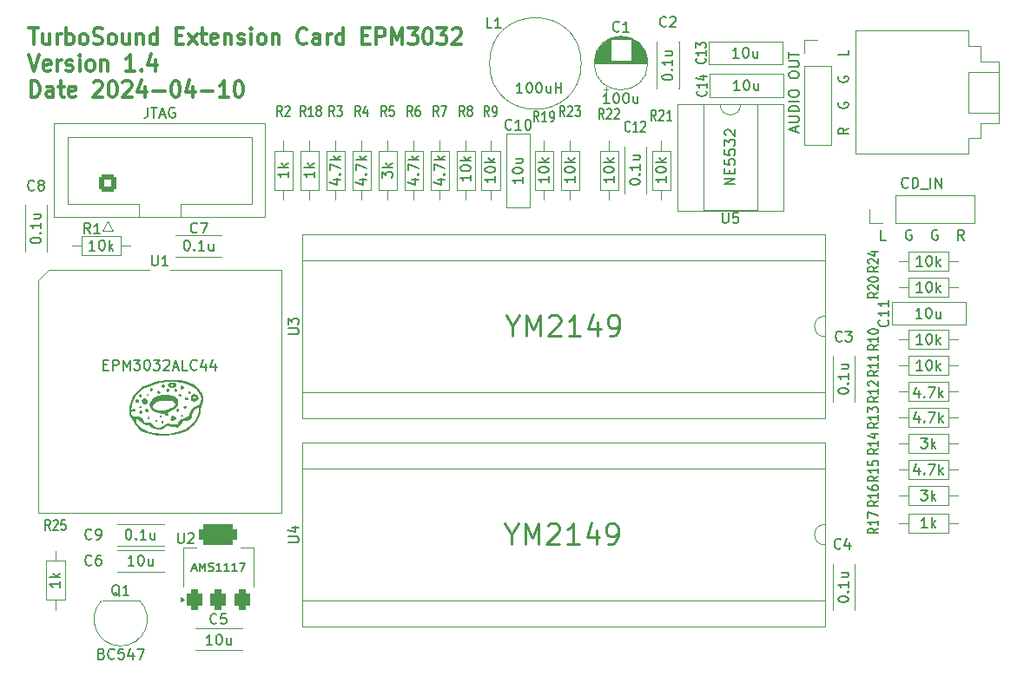
<source format=gto>
%TF.GenerationSoftware,KiCad,Pcbnew,8.0.1*%
%TF.CreationDate,2024-04-10T12:09:54+07:00*%
%TF.ProjectId,TS_Ext_EPM3032,54535f45-7874-45f4-9550-4d333033322e,1.4*%
%TF.SameCoordinates,Original*%
%TF.FileFunction,Legend,Top*%
%TF.FilePolarity,Positive*%
%FSLAX46Y46*%
G04 Gerber Fmt 4.6, Leading zero omitted, Abs format (unit mm)*
G04 Created by KiCad (PCBNEW 8.0.1) date 2024-04-10 12:09:54*
%MOMM*%
%LPD*%
G01*
G04 APERTURE LIST*
G04 Aperture macros list*
%AMRoundRect*
0 Rectangle with rounded corners*
0 $1 Rounding radius*
0 $2 $3 $4 $5 $6 $7 $8 $9 X,Y pos of 4 corners*
0 Add a 4 corners polygon primitive as box body*
4,1,4,$2,$3,$4,$5,$6,$7,$8,$9,$2,$3,0*
0 Add four circle primitives for the rounded corners*
1,1,$1+$1,$2,$3*
1,1,$1+$1,$4,$5*
1,1,$1+$1,$6,$7*
1,1,$1+$1,$8,$9*
0 Add four rect primitives between the rounded corners*
20,1,$1+$1,$2,$3,$4,$5,0*
20,1,$1+$1,$4,$5,$6,$7,0*
20,1,$1+$1,$6,$7,$8,$9,0*
20,1,$1+$1,$8,$9,$2,$3,0*%
G04 Aperture macros list end*
%ADD10C,0.150000*%
%ADD11C,0.300000*%
%ADD12C,0.250000*%
%ADD13C,0.120000*%
%ADD14C,0.000000*%
%ADD15R,1.422400X1.422400*%
%ADD16C,1.422400*%
%ADD17RoundRect,0.375000X0.375000X-0.625000X0.375000X0.625000X-0.375000X0.625000X-0.375000X-0.625000X0*%
%ADD18RoundRect,0.500000X1.400000X-0.500000X1.400000X0.500000X-1.400000X0.500000X-1.400000X-0.500000X0*%
%ADD19C,1.200000*%
%ADD20O,2.200000X1.200000*%
%ADD21O,2.300000X1.600000*%
%ADD22O,1.200000X2.200000*%
%ADD23O,2.500000X1.600000*%
%ADD24RoundRect,0.250000X0.600000X-0.600000X0.600000X0.600000X-0.600000X0.600000X-0.600000X-0.600000X0*%
%ADD25C,1.700000*%
%ADD26C,1.600000*%
%ADD27R,1.050000X1.500000*%
%ADD28O,1.050000X1.500000*%
%ADD29C,1.400000*%
%ADD30O,1.400000X1.400000*%
%ADD31R,1.600000X1.600000*%
%ADD32O,1.600000X1.600000*%
%ADD33R,1.600000X8.000000*%
%ADD34C,2.600000*%
%ADD35R,1.700000X1.700000*%
%ADD36O,1.700000X1.700000*%
G04 APERTURE END LIST*
D10*
X109039819Y-36520476D02*
X108563628Y-36853809D01*
X109039819Y-37091904D02*
X108039819Y-37091904D01*
X108039819Y-37091904D02*
X108039819Y-36710952D01*
X108039819Y-36710952D02*
X108087438Y-36615714D01*
X108087438Y-36615714D02*
X108135057Y-36568095D01*
X108135057Y-36568095D02*
X108230295Y-36520476D01*
X108230295Y-36520476D02*
X108373152Y-36520476D01*
X108373152Y-36520476D02*
X108468390Y-36568095D01*
X108468390Y-36568095D02*
X108516009Y-36615714D01*
X108516009Y-36615714D02*
X108563628Y-36710952D01*
X108563628Y-36710952D02*
X108563628Y-37091904D01*
X108087438Y-34028095D02*
X108039819Y-34123333D01*
X108039819Y-34123333D02*
X108039819Y-34266190D01*
X108039819Y-34266190D02*
X108087438Y-34409047D01*
X108087438Y-34409047D02*
X108182676Y-34504285D01*
X108182676Y-34504285D02*
X108277914Y-34551904D01*
X108277914Y-34551904D02*
X108468390Y-34599523D01*
X108468390Y-34599523D02*
X108611247Y-34599523D01*
X108611247Y-34599523D02*
X108801723Y-34551904D01*
X108801723Y-34551904D02*
X108896961Y-34504285D01*
X108896961Y-34504285D02*
X108992200Y-34409047D01*
X108992200Y-34409047D02*
X109039819Y-34266190D01*
X109039819Y-34266190D02*
X109039819Y-34170952D01*
X109039819Y-34170952D02*
X108992200Y-34028095D01*
X108992200Y-34028095D02*
X108944580Y-33980476D01*
X108944580Y-33980476D02*
X108611247Y-33980476D01*
X108611247Y-33980476D02*
X108611247Y-34170952D01*
X120314523Y-47444819D02*
X119981190Y-46968628D01*
X119743095Y-47444819D02*
X119743095Y-46444819D01*
X119743095Y-46444819D02*
X120124047Y-46444819D01*
X120124047Y-46444819D02*
X120219285Y-46492438D01*
X120219285Y-46492438D02*
X120266904Y-46540057D01*
X120266904Y-46540057D02*
X120314523Y-46635295D01*
X120314523Y-46635295D02*
X120314523Y-46778152D01*
X120314523Y-46778152D02*
X120266904Y-46873390D01*
X120266904Y-46873390D02*
X120219285Y-46921009D01*
X120219285Y-46921009D02*
X120124047Y-46968628D01*
X120124047Y-46968628D02*
X119743095Y-46968628D01*
X117726904Y-46492438D02*
X117631666Y-46444819D01*
X117631666Y-46444819D02*
X117488809Y-46444819D01*
X117488809Y-46444819D02*
X117345952Y-46492438D01*
X117345952Y-46492438D02*
X117250714Y-46587676D01*
X117250714Y-46587676D02*
X117203095Y-46682914D01*
X117203095Y-46682914D02*
X117155476Y-46873390D01*
X117155476Y-46873390D02*
X117155476Y-47016247D01*
X117155476Y-47016247D02*
X117203095Y-47206723D01*
X117203095Y-47206723D02*
X117250714Y-47301961D01*
X117250714Y-47301961D02*
X117345952Y-47397200D01*
X117345952Y-47397200D02*
X117488809Y-47444819D01*
X117488809Y-47444819D02*
X117584047Y-47444819D01*
X117584047Y-47444819D02*
X117726904Y-47397200D01*
X117726904Y-47397200D02*
X117774523Y-47349580D01*
X117774523Y-47349580D02*
X117774523Y-47016247D01*
X117774523Y-47016247D02*
X117584047Y-47016247D01*
X112694523Y-47444819D02*
X112218333Y-47444819D01*
X112218333Y-47444819D02*
X112218333Y-46444819D01*
D11*
X29169225Y-26774680D02*
X30026368Y-26774680D01*
X29597796Y-28374680D02*
X29597796Y-26774680D01*
X31169225Y-27308013D02*
X31169225Y-28374680D01*
X30526367Y-27308013D02*
X30526367Y-28146109D01*
X30526367Y-28146109D02*
X30597796Y-28298490D01*
X30597796Y-28298490D02*
X30740653Y-28374680D01*
X30740653Y-28374680D02*
X30954939Y-28374680D01*
X30954939Y-28374680D02*
X31097796Y-28298490D01*
X31097796Y-28298490D02*
X31169225Y-28222299D01*
X31883510Y-28374680D02*
X31883510Y-27308013D01*
X31883510Y-27612775D02*
X31954939Y-27460394D01*
X31954939Y-27460394D02*
X32026368Y-27384204D01*
X32026368Y-27384204D02*
X32169225Y-27308013D01*
X32169225Y-27308013D02*
X32312082Y-27308013D01*
X32812081Y-28374680D02*
X32812081Y-26774680D01*
X32812081Y-27384204D02*
X32954939Y-27308013D01*
X32954939Y-27308013D02*
X33240653Y-27308013D01*
X33240653Y-27308013D02*
X33383510Y-27384204D01*
X33383510Y-27384204D02*
X33454939Y-27460394D01*
X33454939Y-27460394D02*
X33526367Y-27612775D01*
X33526367Y-27612775D02*
X33526367Y-28069918D01*
X33526367Y-28069918D02*
X33454939Y-28222299D01*
X33454939Y-28222299D02*
X33383510Y-28298490D01*
X33383510Y-28298490D02*
X33240653Y-28374680D01*
X33240653Y-28374680D02*
X32954939Y-28374680D01*
X32954939Y-28374680D02*
X32812081Y-28298490D01*
X34383510Y-28374680D02*
X34240653Y-28298490D01*
X34240653Y-28298490D02*
X34169224Y-28222299D01*
X34169224Y-28222299D02*
X34097796Y-28069918D01*
X34097796Y-28069918D02*
X34097796Y-27612775D01*
X34097796Y-27612775D02*
X34169224Y-27460394D01*
X34169224Y-27460394D02*
X34240653Y-27384204D01*
X34240653Y-27384204D02*
X34383510Y-27308013D01*
X34383510Y-27308013D02*
X34597796Y-27308013D01*
X34597796Y-27308013D02*
X34740653Y-27384204D01*
X34740653Y-27384204D02*
X34812082Y-27460394D01*
X34812082Y-27460394D02*
X34883510Y-27612775D01*
X34883510Y-27612775D02*
X34883510Y-28069918D01*
X34883510Y-28069918D02*
X34812082Y-28222299D01*
X34812082Y-28222299D02*
X34740653Y-28298490D01*
X34740653Y-28298490D02*
X34597796Y-28374680D01*
X34597796Y-28374680D02*
X34383510Y-28374680D01*
X35454939Y-28298490D02*
X35669225Y-28374680D01*
X35669225Y-28374680D02*
X36026367Y-28374680D01*
X36026367Y-28374680D02*
X36169225Y-28298490D01*
X36169225Y-28298490D02*
X36240653Y-28222299D01*
X36240653Y-28222299D02*
X36312082Y-28069918D01*
X36312082Y-28069918D02*
X36312082Y-27917537D01*
X36312082Y-27917537D02*
X36240653Y-27765156D01*
X36240653Y-27765156D02*
X36169225Y-27688966D01*
X36169225Y-27688966D02*
X36026367Y-27612775D01*
X36026367Y-27612775D02*
X35740653Y-27536585D01*
X35740653Y-27536585D02*
X35597796Y-27460394D01*
X35597796Y-27460394D02*
X35526367Y-27384204D01*
X35526367Y-27384204D02*
X35454939Y-27231823D01*
X35454939Y-27231823D02*
X35454939Y-27079442D01*
X35454939Y-27079442D02*
X35526367Y-26927061D01*
X35526367Y-26927061D02*
X35597796Y-26850870D01*
X35597796Y-26850870D02*
X35740653Y-26774680D01*
X35740653Y-26774680D02*
X36097796Y-26774680D01*
X36097796Y-26774680D02*
X36312082Y-26850870D01*
X37169224Y-28374680D02*
X37026367Y-28298490D01*
X37026367Y-28298490D02*
X36954938Y-28222299D01*
X36954938Y-28222299D02*
X36883510Y-28069918D01*
X36883510Y-28069918D02*
X36883510Y-27612775D01*
X36883510Y-27612775D02*
X36954938Y-27460394D01*
X36954938Y-27460394D02*
X37026367Y-27384204D01*
X37026367Y-27384204D02*
X37169224Y-27308013D01*
X37169224Y-27308013D02*
X37383510Y-27308013D01*
X37383510Y-27308013D02*
X37526367Y-27384204D01*
X37526367Y-27384204D02*
X37597796Y-27460394D01*
X37597796Y-27460394D02*
X37669224Y-27612775D01*
X37669224Y-27612775D02*
X37669224Y-28069918D01*
X37669224Y-28069918D02*
X37597796Y-28222299D01*
X37597796Y-28222299D02*
X37526367Y-28298490D01*
X37526367Y-28298490D02*
X37383510Y-28374680D01*
X37383510Y-28374680D02*
X37169224Y-28374680D01*
X38954939Y-27308013D02*
X38954939Y-28374680D01*
X38312081Y-27308013D02*
X38312081Y-28146109D01*
X38312081Y-28146109D02*
X38383510Y-28298490D01*
X38383510Y-28298490D02*
X38526367Y-28374680D01*
X38526367Y-28374680D02*
X38740653Y-28374680D01*
X38740653Y-28374680D02*
X38883510Y-28298490D01*
X38883510Y-28298490D02*
X38954939Y-28222299D01*
X39669224Y-27308013D02*
X39669224Y-28374680D01*
X39669224Y-27460394D02*
X39740653Y-27384204D01*
X39740653Y-27384204D02*
X39883510Y-27308013D01*
X39883510Y-27308013D02*
X40097796Y-27308013D01*
X40097796Y-27308013D02*
X40240653Y-27384204D01*
X40240653Y-27384204D02*
X40312082Y-27536585D01*
X40312082Y-27536585D02*
X40312082Y-28374680D01*
X41669225Y-28374680D02*
X41669225Y-26774680D01*
X41669225Y-28298490D02*
X41526367Y-28374680D01*
X41526367Y-28374680D02*
X41240653Y-28374680D01*
X41240653Y-28374680D02*
X41097796Y-28298490D01*
X41097796Y-28298490D02*
X41026367Y-28222299D01*
X41026367Y-28222299D02*
X40954939Y-28069918D01*
X40954939Y-28069918D02*
X40954939Y-27612775D01*
X40954939Y-27612775D02*
X41026367Y-27460394D01*
X41026367Y-27460394D02*
X41097796Y-27384204D01*
X41097796Y-27384204D02*
X41240653Y-27308013D01*
X41240653Y-27308013D02*
X41526367Y-27308013D01*
X41526367Y-27308013D02*
X41669225Y-27384204D01*
X43526367Y-27536585D02*
X44026367Y-27536585D01*
X44240653Y-28374680D02*
X43526367Y-28374680D01*
X43526367Y-28374680D02*
X43526367Y-26774680D01*
X43526367Y-26774680D02*
X44240653Y-26774680D01*
X44740653Y-28374680D02*
X45526368Y-27308013D01*
X44740653Y-27308013D02*
X45526368Y-28374680D01*
X45883511Y-27308013D02*
X46454939Y-27308013D01*
X46097796Y-26774680D02*
X46097796Y-28146109D01*
X46097796Y-28146109D02*
X46169225Y-28298490D01*
X46169225Y-28298490D02*
X46312082Y-28374680D01*
X46312082Y-28374680D02*
X46454939Y-28374680D01*
X47526368Y-28298490D02*
X47383511Y-28374680D01*
X47383511Y-28374680D02*
X47097797Y-28374680D01*
X47097797Y-28374680D02*
X46954939Y-28298490D01*
X46954939Y-28298490D02*
X46883511Y-28146109D01*
X46883511Y-28146109D02*
X46883511Y-27536585D01*
X46883511Y-27536585D02*
X46954939Y-27384204D01*
X46954939Y-27384204D02*
X47097797Y-27308013D01*
X47097797Y-27308013D02*
X47383511Y-27308013D01*
X47383511Y-27308013D02*
X47526368Y-27384204D01*
X47526368Y-27384204D02*
X47597797Y-27536585D01*
X47597797Y-27536585D02*
X47597797Y-27688966D01*
X47597797Y-27688966D02*
X46883511Y-27841347D01*
X48240653Y-27308013D02*
X48240653Y-28374680D01*
X48240653Y-27460394D02*
X48312082Y-27384204D01*
X48312082Y-27384204D02*
X48454939Y-27308013D01*
X48454939Y-27308013D02*
X48669225Y-27308013D01*
X48669225Y-27308013D02*
X48812082Y-27384204D01*
X48812082Y-27384204D02*
X48883511Y-27536585D01*
X48883511Y-27536585D02*
X48883511Y-28374680D01*
X49526368Y-28298490D02*
X49669225Y-28374680D01*
X49669225Y-28374680D02*
X49954939Y-28374680D01*
X49954939Y-28374680D02*
X50097796Y-28298490D01*
X50097796Y-28298490D02*
X50169225Y-28146109D01*
X50169225Y-28146109D02*
X50169225Y-28069918D01*
X50169225Y-28069918D02*
X50097796Y-27917537D01*
X50097796Y-27917537D02*
X49954939Y-27841347D01*
X49954939Y-27841347D02*
X49740654Y-27841347D01*
X49740654Y-27841347D02*
X49597796Y-27765156D01*
X49597796Y-27765156D02*
X49526368Y-27612775D01*
X49526368Y-27612775D02*
X49526368Y-27536585D01*
X49526368Y-27536585D02*
X49597796Y-27384204D01*
X49597796Y-27384204D02*
X49740654Y-27308013D01*
X49740654Y-27308013D02*
X49954939Y-27308013D01*
X49954939Y-27308013D02*
X50097796Y-27384204D01*
X50812082Y-28374680D02*
X50812082Y-27308013D01*
X50812082Y-26774680D02*
X50740654Y-26850870D01*
X50740654Y-26850870D02*
X50812082Y-26927061D01*
X50812082Y-26927061D02*
X50883511Y-26850870D01*
X50883511Y-26850870D02*
X50812082Y-26774680D01*
X50812082Y-26774680D02*
X50812082Y-26927061D01*
X51740654Y-28374680D02*
X51597797Y-28298490D01*
X51597797Y-28298490D02*
X51526368Y-28222299D01*
X51526368Y-28222299D02*
X51454940Y-28069918D01*
X51454940Y-28069918D02*
X51454940Y-27612775D01*
X51454940Y-27612775D02*
X51526368Y-27460394D01*
X51526368Y-27460394D02*
X51597797Y-27384204D01*
X51597797Y-27384204D02*
X51740654Y-27308013D01*
X51740654Y-27308013D02*
X51954940Y-27308013D01*
X51954940Y-27308013D02*
X52097797Y-27384204D01*
X52097797Y-27384204D02*
X52169226Y-27460394D01*
X52169226Y-27460394D02*
X52240654Y-27612775D01*
X52240654Y-27612775D02*
X52240654Y-28069918D01*
X52240654Y-28069918D02*
X52169226Y-28222299D01*
X52169226Y-28222299D02*
X52097797Y-28298490D01*
X52097797Y-28298490D02*
X51954940Y-28374680D01*
X51954940Y-28374680D02*
X51740654Y-28374680D01*
X52883511Y-27308013D02*
X52883511Y-28374680D01*
X52883511Y-27460394D02*
X52954940Y-27384204D01*
X52954940Y-27384204D02*
X53097797Y-27308013D01*
X53097797Y-27308013D02*
X53312083Y-27308013D01*
X53312083Y-27308013D02*
X53454940Y-27384204D01*
X53454940Y-27384204D02*
X53526369Y-27536585D01*
X53526369Y-27536585D02*
X53526369Y-28374680D01*
X56240654Y-28222299D02*
X56169226Y-28298490D01*
X56169226Y-28298490D02*
X55954940Y-28374680D01*
X55954940Y-28374680D02*
X55812083Y-28374680D01*
X55812083Y-28374680D02*
X55597797Y-28298490D01*
X55597797Y-28298490D02*
X55454940Y-28146109D01*
X55454940Y-28146109D02*
X55383511Y-27993728D01*
X55383511Y-27993728D02*
X55312083Y-27688966D01*
X55312083Y-27688966D02*
X55312083Y-27460394D01*
X55312083Y-27460394D02*
X55383511Y-27155632D01*
X55383511Y-27155632D02*
X55454940Y-27003251D01*
X55454940Y-27003251D02*
X55597797Y-26850870D01*
X55597797Y-26850870D02*
X55812083Y-26774680D01*
X55812083Y-26774680D02*
X55954940Y-26774680D01*
X55954940Y-26774680D02*
X56169226Y-26850870D01*
X56169226Y-26850870D02*
X56240654Y-26927061D01*
X57526369Y-28374680D02*
X57526369Y-27536585D01*
X57526369Y-27536585D02*
X57454940Y-27384204D01*
X57454940Y-27384204D02*
X57312083Y-27308013D01*
X57312083Y-27308013D02*
X57026369Y-27308013D01*
X57026369Y-27308013D02*
X56883511Y-27384204D01*
X57526369Y-28298490D02*
X57383511Y-28374680D01*
X57383511Y-28374680D02*
X57026369Y-28374680D01*
X57026369Y-28374680D02*
X56883511Y-28298490D01*
X56883511Y-28298490D02*
X56812083Y-28146109D01*
X56812083Y-28146109D02*
X56812083Y-27993728D01*
X56812083Y-27993728D02*
X56883511Y-27841347D01*
X56883511Y-27841347D02*
X57026369Y-27765156D01*
X57026369Y-27765156D02*
X57383511Y-27765156D01*
X57383511Y-27765156D02*
X57526369Y-27688966D01*
X58240654Y-28374680D02*
X58240654Y-27308013D01*
X58240654Y-27612775D02*
X58312083Y-27460394D01*
X58312083Y-27460394D02*
X58383512Y-27384204D01*
X58383512Y-27384204D02*
X58526369Y-27308013D01*
X58526369Y-27308013D02*
X58669226Y-27308013D01*
X59812083Y-28374680D02*
X59812083Y-26774680D01*
X59812083Y-28298490D02*
X59669225Y-28374680D01*
X59669225Y-28374680D02*
X59383511Y-28374680D01*
X59383511Y-28374680D02*
X59240654Y-28298490D01*
X59240654Y-28298490D02*
X59169225Y-28222299D01*
X59169225Y-28222299D02*
X59097797Y-28069918D01*
X59097797Y-28069918D02*
X59097797Y-27612775D01*
X59097797Y-27612775D02*
X59169225Y-27460394D01*
X59169225Y-27460394D02*
X59240654Y-27384204D01*
X59240654Y-27384204D02*
X59383511Y-27308013D01*
X59383511Y-27308013D02*
X59669225Y-27308013D01*
X59669225Y-27308013D02*
X59812083Y-27384204D01*
X61669225Y-27536585D02*
X62169225Y-27536585D01*
X62383511Y-28374680D02*
X61669225Y-28374680D01*
X61669225Y-28374680D02*
X61669225Y-26774680D01*
X61669225Y-26774680D02*
X62383511Y-26774680D01*
X63026368Y-28374680D02*
X63026368Y-26774680D01*
X63026368Y-26774680D02*
X63597797Y-26774680D01*
X63597797Y-26774680D02*
X63740654Y-26850870D01*
X63740654Y-26850870D02*
X63812083Y-26927061D01*
X63812083Y-26927061D02*
X63883511Y-27079442D01*
X63883511Y-27079442D02*
X63883511Y-27308013D01*
X63883511Y-27308013D02*
X63812083Y-27460394D01*
X63812083Y-27460394D02*
X63740654Y-27536585D01*
X63740654Y-27536585D02*
X63597797Y-27612775D01*
X63597797Y-27612775D02*
X63026368Y-27612775D01*
X64526368Y-28374680D02*
X64526368Y-26774680D01*
X64526368Y-26774680D02*
X65026368Y-27917537D01*
X65026368Y-27917537D02*
X65526368Y-26774680D01*
X65526368Y-26774680D02*
X65526368Y-28374680D01*
X66097797Y-26774680D02*
X67026369Y-26774680D01*
X67026369Y-26774680D02*
X66526369Y-27384204D01*
X66526369Y-27384204D02*
X66740654Y-27384204D01*
X66740654Y-27384204D02*
X66883512Y-27460394D01*
X66883512Y-27460394D02*
X66954940Y-27536585D01*
X66954940Y-27536585D02*
X67026369Y-27688966D01*
X67026369Y-27688966D02*
X67026369Y-28069918D01*
X67026369Y-28069918D02*
X66954940Y-28222299D01*
X66954940Y-28222299D02*
X66883512Y-28298490D01*
X66883512Y-28298490D02*
X66740654Y-28374680D01*
X66740654Y-28374680D02*
X66312083Y-28374680D01*
X66312083Y-28374680D02*
X66169226Y-28298490D01*
X66169226Y-28298490D02*
X66097797Y-28222299D01*
X67954940Y-26774680D02*
X68097797Y-26774680D01*
X68097797Y-26774680D02*
X68240654Y-26850870D01*
X68240654Y-26850870D02*
X68312083Y-26927061D01*
X68312083Y-26927061D02*
X68383511Y-27079442D01*
X68383511Y-27079442D02*
X68454940Y-27384204D01*
X68454940Y-27384204D02*
X68454940Y-27765156D01*
X68454940Y-27765156D02*
X68383511Y-28069918D01*
X68383511Y-28069918D02*
X68312083Y-28222299D01*
X68312083Y-28222299D02*
X68240654Y-28298490D01*
X68240654Y-28298490D02*
X68097797Y-28374680D01*
X68097797Y-28374680D02*
X67954940Y-28374680D01*
X67954940Y-28374680D02*
X67812083Y-28298490D01*
X67812083Y-28298490D02*
X67740654Y-28222299D01*
X67740654Y-28222299D02*
X67669225Y-28069918D01*
X67669225Y-28069918D02*
X67597797Y-27765156D01*
X67597797Y-27765156D02*
X67597797Y-27384204D01*
X67597797Y-27384204D02*
X67669225Y-27079442D01*
X67669225Y-27079442D02*
X67740654Y-26927061D01*
X67740654Y-26927061D02*
X67812083Y-26850870D01*
X67812083Y-26850870D02*
X67954940Y-26774680D01*
X68954939Y-26774680D02*
X69883511Y-26774680D01*
X69883511Y-26774680D02*
X69383511Y-27384204D01*
X69383511Y-27384204D02*
X69597796Y-27384204D01*
X69597796Y-27384204D02*
X69740654Y-27460394D01*
X69740654Y-27460394D02*
X69812082Y-27536585D01*
X69812082Y-27536585D02*
X69883511Y-27688966D01*
X69883511Y-27688966D02*
X69883511Y-28069918D01*
X69883511Y-28069918D02*
X69812082Y-28222299D01*
X69812082Y-28222299D02*
X69740654Y-28298490D01*
X69740654Y-28298490D02*
X69597796Y-28374680D01*
X69597796Y-28374680D02*
X69169225Y-28374680D01*
X69169225Y-28374680D02*
X69026368Y-28298490D01*
X69026368Y-28298490D02*
X68954939Y-28222299D01*
X70454939Y-26927061D02*
X70526367Y-26850870D01*
X70526367Y-26850870D02*
X70669225Y-26774680D01*
X70669225Y-26774680D02*
X71026367Y-26774680D01*
X71026367Y-26774680D02*
X71169225Y-26850870D01*
X71169225Y-26850870D02*
X71240653Y-26927061D01*
X71240653Y-26927061D02*
X71312082Y-27079442D01*
X71312082Y-27079442D02*
X71312082Y-27231823D01*
X71312082Y-27231823D02*
X71240653Y-27460394D01*
X71240653Y-27460394D02*
X70383510Y-28374680D01*
X70383510Y-28374680D02*
X71312082Y-28374680D01*
X29169225Y-29350590D02*
X29669225Y-30950590D01*
X29669225Y-30950590D02*
X30169225Y-29350590D01*
X31240653Y-30874400D02*
X31097796Y-30950590D01*
X31097796Y-30950590D02*
X30812082Y-30950590D01*
X30812082Y-30950590D02*
X30669224Y-30874400D01*
X30669224Y-30874400D02*
X30597796Y-30722019D01*
X30597796Y-30722019D02*
X30597796Y-30112495D01*
X30597796Y-30112495D02*
X30669224Y-29960114D01*
X30669224Y-29960114D02*
X30812082Y-29883923D01*
X30812082Y-29883923D02*
X31097796Y-29883923D01*
X31097796Y-29883923D02*
X31240653Y-29960114D01*
X31240653Y-29960114D02*
X31312082Y-30112495D01*
X31312082Y-30112495D02*
X31312082Y-30264876D01*
X31312082Y-30264876D02*
X30597796Y-30417257D01*
X31954938Y-30950590D02*
X31954938Y-29883923D01*
X31954938Y-30188685D02*
X32026367Y-30036304D01*
X32026367Y-30036304D02*
X32097796Y-29960114D01*
X32097796Y-29960114D02*
X32240653Y-29883923D01*
X32240653Y-29883923D02*
X32383510Y-29883923D01*
X32812081Y-30874400D02*
X32954938Y-30950590D01*
X32954938Y-30950590D02*
X33240652Y-30950590D01*
X33240652Y-30950590D02*
X33383509Y-30874400D01*
X33383509Y-30874400D02*
X33454938Y-30722019D01*
X33454938Y-30722019D02*
X33454938Y-30645828D01*
X33454938Y-30645828D02*
X33383509Y-30493447D01*
X33383509Y-30493447D02*
X33240652Y-30417257D01*
X33240652Y-30417257D02*
X33026367Y-30417257D01*
X33026367Y-30417257D02*
X32883509Y-30341066D01*
X32883509Y-30341066D02*
X32812081Y-30188685D01*
X32812081Y-30188685D02*
X32812081Y-30112495D01*
X32812081Y-30112495D02*
X32883509Y-29960114D01*
X32883509Y-29960114D02*
X33026367Y-29883923D01*
X33026367Y-29883923D02*
X33240652Y-29883923D01*
X33240652Y-29883923D02*
X33383509Y-29960114D01*
X34097795Y-30950590D02*
X34097795Y-29883923D01*
X34097795Y-29350590D02*
X34026367Y-29426780D01*
X34026367Y-29426780D02*
X34097795Y-29502971D01*
X34097795Y-29502971D02*
X34169224Y-29426780D01*
X34169224Y-29426780D02*
X34097795Y-29350590D01*
X34097795Y-29350590D02*
X34097795Y-29502971D01*
X35026367Y-30950590D02*
X34883510Y-30874400D01*
X34883510Y-30874400D02*
X34812081Y-30798209D01*
X34812081Y-30798209D02*
X34740653Y-30645828D01*
X34740653Y-30645828D02*
X34740653Y-30188685D01*
X34740653Y-30188685D02*
X34812081Y-30036304D01*
X34812081Y-30036304D02*
X34883510Y-29960114D01*
X34883510Y-29960114D02*
X35026367Y-29883923D01*
X35026367Y-29883923D02*
X35240653Y-29883923D01*
X35240653Y-29883923D02*
X35383510Y-29960114D01*
X35383510Y-29960114D02*
X35454939Y-30036304D01*
X35454939Y-30036304D02*
X35526367Y-30188685D01*
X35526367Y-30188685D02*
X35526367Y-30645828D01*
X35526367Y-30645828D02*
X35454939Y-30798209D01*
X35454939Y-30798209D02*
X35383510Y-30874400D01*
X35383510Y-30874400D02*
X35240653Y-30950590D01*
X35240653Y-30950590D02*
X35026367Y-30950590D01*
X36169224Y-29883923D02*
X36169224Y-30950590D01*
X36169224Y-30036304D02*
X36240653Y-29960114D01*
X36240653Y-29960114D02*
X36383510Y-29883923D01*
X36383510Y-29883923D02*
X36597796Y-29883923D01*
X36597796Y-29883923D02*
X36740653Y-29960114D01*
X36740653Y-29960114D02*
X36812082Y-30112495D01*
X36812082Y-30112495D02*
X36812082Y-30950590D01*
X39454939Y-30950590D02*
X38597796Y-30950590D01*
X39026367Y-30950590D02*
X39026367Y-29350590D01*
X39026367Y-29350590D02*
X38883510Y-29579161D01*
X38883510Y-29579161D02*
X38740653Y-29731542D01*
X38740653Y-29731542D02*
X38597796Y-29807733D01*
X40097795Y-30798209D02*
X40169224Y-30874400D01*
X40169224Y-30874400D02*
X40097795Y-30950590D01*
X40097795Y-30950590D02*
X40026367Y-30874400D01*
X40026367Y-30874400D02*
X40097795Y-30798209D01*
X40097795Y-30798209D02*
X40097795Y-30950590D01*
X41454939Y-29883923D02*
X41454939Y-30950590D01*
X41097796Y-29274400D02*
X40740653Y-30417257D01*
X40740653Y-30417257D02*
X41669224Y-30417257D01*
X29383510Y-33526500D02*
X29383510Y-31926500D01*
X29383510Y-31926500D02*
X29740653Y-31926500D01*
X29740653Y-31926500D02*
X29954939Y-32002690D01*
X29954939Y-32002690D02*
X30097796Y-32155071D01*
X30097796Y-32155071D02*
X30169225Y-32307452D01*
X30169225Y-32307452D02*
X30240653Y-32612214D01*
X30240653Y-32612214D02*
X30240653Y-32840786D01*
X30240653Y-32840786D02*
X30169225Y-33145548D01*
X30169225Y-33145548D02*
X30097796Y-33297929D01*
X30097796Y-33297929D02*
X29954939Y-33450310D01*
X29954939Y-33450310D02*
X29740653Y-33526500D01*
X29740653Y-33526500D02*
X29383510Y-33526500D01*
X31526368Y-33526500D02*
X31526368Y-32688405D01*
X31526368Y-32688405D02*
X31454939Y-32536024D01*
X31454939Y-32536024D02*
X31312082Y-32459833D01*
X31312082Y-32459833D02*
X31026368Y-32459833D01*
X31026368Y-32459833D02*
X30883510Y-32536024D01*
X31526368Y-33450310D02*
X31383510Y-33526500D01*
X31383510Y-33526500D02*
X31026368Y-33526500D01*
X31026368Y-33526500D02*
X30883510Y-33450310D01*
X30883510Y-33450310D02*
X30812082Y-33297929D01*
X30812082Y-33297929D02*
X30812082Y-33145548D01*
X30812082Y-33145548D02*
X30883510Y-32993167D01*
X30883510Y-32993167D02*
X31026368Y-32916976D01*
X31026368Y-32916976D02*
X31383510Y-32916976D01*
X31383510Y-32916976D02*
X31526368Y-32840786D01*
X32026368Y-32459833D02*
X32597796Y-32459833D01*
X32240653Y-31926500D02*
X32240653Y-33297929D01*
X32240653Y-33297929D02*
X32312082Y-33450310D01*
X32312082Y-33450310D02*
X32454939Y-33526500D01*
X32454939Y-33526500D02*
X32597796Y-33526500D01*
X33669225Y-33450310D02*
X33526368Y-33526500D01*
X33526368Y-33526500D02*
X33240654Y-33526500D01*
X33240654Y-33526500D02*
X33097796Y-33450310D01*
X33097796Y-33450310D02*
X33026368Y-33297929D01*
X33026368Y-33297929D02*
X33026368Y-32688405D01*
X33026368Y-32688405D02*
X33097796Y-32536024D01*
X33097796Y-32536024D02*
X33240654Y-32459833D01*
X33240654Y-32459833D02*
X33526368Y-32459833D01*
X33526368Y-32459833D02*
X33669225Y-32536024D01*
X33669225Y-32536024D02*
X33740654Y-32688405D01*
X33740654Y-32688405D02*
X33740654Y-32840786D01*
X33740654Y-32840786D02*
X33026368Y-32993167D01*
X35454939Y-32078881D02*
X35526367Y-32002690D01*
X35526367Y-32002690D02*
X35669225Y-31926500D01*
X35669225Y-31926500D02*
X36026367Y-31926500D01*
X36026367Y-31926500D02*
X36169225Y-32002690D01*
X36169225Y-32002690D02*
X36240653Y-32078881D01*
X36240653Y-32078881D02*
X36312082Y-32231262D01*
X36312082Y-32231262D02*
X36312082Y-32383643D01*
X36312082Y-32383643D02*
X36240653Y-32612214D01*
X36240653Y-32612214D02*
X35383510Y-33526500D01*
X35383510Y-33526500D02*
X36312082Y-33526500D01*
X37240653Y-31926500D02*
X37383510Y-31926500D01*
X37383510Y-31926500D02*
X37526367Y-32002690D01*
X37526367Y-32002690D02*
X37597796Y-32078881D01*
X37597796Y-32078881D02*
X37669224Y-32231262D01*
X37669224Y-32231262D02*
X37740653Y-32536024D01*
X37740653Y-32536024D02*
X37740653Y-32916976D01*
X37740653Y-32916976D02*
X37669224Y-33221738D01*
X37669224Y-33221738D02*
X37597796Y-33374119D01*
X37597796Y-33374119D02*
X37526367Y-33450310D01*
X37526367Y-33450310D02*
X37383510Y-33526500D01*
X37383510Y-33526500D02*
X37240653Y-33526500D01*
X37240653Y-33526500D02*
X37097796Y-33450310D01*
X37097796Y-33450310D02*
X37026367Y-33374119D01*
X37026367Y-33374119D02*
X36954938Y-33221738D01*
X36954938Y-33221738D02*
X36883510Y-32916976D01*
X36883510Y-32916976D02*
X36883510Y-32536024D01*
X36883510Y-32536024D02*
X36954938Y-32231262D01*
X36954938Y-32231262D02*
X37026367Y-32078881D01*
X37026367Y-32078881D02*
X37097796Y-32002690D01*
X37097796Y-32002690D02*
X37240653Y-31926500D01*
X38312081Y-32078881D02*
X38383509Y-32002690D01*
X38383509Y-32002690D02*
X38526367Y-31926500D01*
X38526367Y-31926500D02*
X38883509Y-31926500D01*
X38883509Y-31926500D02*
X39026367Y-32002690D01*
X39026367Y-32002690D02*
X39097795Y-32078881D01*
X39097795Y-32078881D02*
X39169224Y-32231262D01*
X39169224Y-32231262D02*
X39169224Y-32383643D01*
X39169224Y-32383643D02*
X39097795Y-32612214D01*
X39097795Y-32612214D02*
X38240652Y-33526500D01*
X38240652Y-33526500D02*
X39169224Y-33526500D01*
X40454938Y-32459833D02*
X40454938Y-33526500D01*
X40097795Y-31850310D02*
X39740652Y-32993167D01*
X39740652Y-32993167D02*
X40669223Y-32993167D01*
X41240651Y-32916976D02*
X42383509Y-32916976D01*
X43383509Y-31926500D02*
X43526366Y-31926500D01*
X43526366Y-31926500D02*
X43669223Y-32002690D01*
X43669223Y-32002690D02*
X43740652Y-32078881D01*
X43740652Y-32078881D02*
X43812080Y-32231262D01*
X43812080Y-32231262D02*
X43883509Y-32536024D01*
X43883509Y-32536024D02*
X43883509Y-32916976D01*
X43883509Y-32916976D02*
X43812080Y-33221738D01*
X43812080Y-33221738D02*
X43740652Y-33374119D01*
X43740652Y-33374119D02*
X43669223Y-33450310D01*
X43669223Y-33450310D02*
X43526366Y-33526500D01*
X43526366Y-33526500D02*
X43383509Y-33526500D01*
X43383509Y-33526500D02*
X43240652Y-33450310D01*
X43240652Y-33450310D02*
X43169223Y-33374119D01*
X43169223Y-33374119D02*
X43097794Y-33221738D01*
X43097794Y-33221738D02*
X43026366Y-32916976D01*
X43026366Y-32916976D02*
X43026366Y-32536024D01*
X43026366Y-32536024D02*
X43097794Y-32231262D01*
X43097794Y-32231262D02*
X43169223Y-32078881D01*
X43169223Y-32078881D02*
X43240652Y-32002690D01*
X43240652Y-32002690D02*
X43383509Y-31926500D01*
X45169223Y-32459833D02*
X45169223Y-33526500D01*
X44812080Y-31850310D02*
X44454937Y-32993167D01*
X44454937Y-32993167D02*
X45383508Y-32993167D01*
X45954936Y-32916976D02*
X47097794Y-32916976D01*
X48597794Y-33526500D02*
X47740651Y-33526500D01*
X48169222Y-33526500D02*
X48169222Y-31926500D01*
X48169222Y-31926500D02*
X48026365Y-32155071D01*
X48026365Y-32155071D02*
X47883508Y-32307452D01*
X47883508Y-32307452D02*
X47740651Y-32383643D01*
X49526365Y-31926500D02*
X49669222Y-31926500D01*
X49669222Y-31926500D02*
X49812079Y-32002690D01*
X49812079Y-32002690D02*
X49883508Y-32078881D01*
X49883508Y-32078881D02*
X49954936Y-32231262D01*
X49954936Y-32231262D02*
X50026365Y-32536024D01*
X50026365Y-32536024D02*
X50026365Y-32916976D01*
X50026365Y-32916976D02*
X49954936Y-33221738D01*
X49954936Y-33221738D02*
X49883508Y-33374119D01*
X49883508Y-33374119D02*
X49812079Y-33450310D01*
X49812079Y-33450310D02*
X49669222Y-33526500D01*
X49669222Y-33526500D02*
X49526365Y-33526500D01*
X49526365Y-33526500D02*
X49383508Y-33450310D01*
X49383508Y-33450310D02*
X49312079Y-33374119D01*
X49312079Y-33374119D02*
X49240650Y-33221738D01*
X49240650Y-33221738D02*
X49169222Y-32916976D01*
X49169222Y-32916976D02*
X49169222Y-32536024D01*
X49169222Y-32536024D02*
X49240650Y-32231262D01*
X49240650Y-32231262D02*
X49312079Y-32078881D01*
X49312079Y-32078881D02*
X49383508Y-32002690D01*
X49383508Y-32002690D02*
X49526365Y-31926500D01*
D10*
X115186904Y-46492438D02*
X115091666Y-46444819D01*
X115091666Y-46444819D02*
X114948809Y-46444819D01*
X114948809Y-46444819D02*
X114805952Y-46492438D01*
X114805952Y-46492438D02*
X114710714Y-46587676D01*
X114710714Y-46587676D02*
X114663095Y-46682914D01*
X114663095Y-46682914D02*
X114615476Y-46873390D01*
X114615476Y-46873390D02*
X114615476Y-47016247D01*
X114615476Y-47016247D02*
X114663095Y-47206723D01*
X114663095Y-47206723D02*
X114710714Y-47301961D01*
X114710714Y-47301961D02*
X114805952Y-47397200D01*
X114805952Y-47397200D02*
X114948809Y-47444819D01*
X114948809Y-47444819D02*
X115044047Y-47444819D01*
X115044047Y-47444819D02*
X115186904Y-47397200D01*
X115186904Y-47397200D02*
X115234523Y-47349580D01*
X115234523Y-47349580D02*
X115234523Y-47016247D01*
X115234523Y-47016247D02*
X115044047Y-47016247D01*
X109039819Y-28900476D02*
X109039819Y-29376666D01*
X109039819Y-29376666D02*
X108039819Y-29376666D01*
X108087438Y-31488095D02*
X108039819Y-31583333D01*
X108039819Y-31583333D02*
X108039819Y-31726190D01*
X108039819Y-31726190D02*
X108087438Y-31869047D01*
X108087438Y-31869047D02*
X108182676Y-31964285D01*
X108182676Y-31964285D02*
X108277914Y-32011904D01*
X108277914Y-32011904D02*
X108468390Y-32059523D01*
X108468390Y-32059523D02*
X108611247Y-32059523D01*
X108611247Y-32059523D02*
X108801723Y-32011904D01*
X108801723Y-32011904D02*
X108896961Y-31964285D01*
X108896961Y-31964285D02*
X108992200Y-31869047D01*
X108992200Y-31869047D02*
X109039819Y-31726190D01*
X109039819Y-31726190D02*
X109039819Y-31630952D01*
X109039819Y-31630952D02*
X108992200Y-31488095D01*
X108992200Y-31488095D02*
X108944580Y-31440476D01*
X108944580Y-31440476D02*
X108611247Y-31440476D01*
X108611247Y-31440476D02*
X108611247Y-31630952D01*
X41148095Y-48934819D02*
X41148095Y-49744342D01*
X41148095Y-49744342D02*
X41195714Y-49839580D01*
X41195714Y-49839580D02*
X41243333Y-49887200D01*
X41243333Y-49887200D02*
X41338571Y-49934819D01*
X41338571Y-49934819D02*
X41529047Y-49934819D01*
X41529047Y-49934819D02*
X41624285Y-49887200D01*
X41624285Y-49887200D02*
X41671904Y-49839580D01*
X41671904Y-49839580D02*
X41719523Y-49744342D01*
X41719523Y-49744342D02*
X41719523Y-48934819D01*
X42719523Y-49934819D02*
X42148095Y-49934819D01*
X42433809Y-49934819D02*
X42433809Y-48934819D01*
X42433809Y-48934819D02*
X42338571Y-49077676D01*
X42338571Y-49077676D02*
X42243333Y-49172914D01*
X42243333Y-49172914D02*
X42148095Y-49220533D01*
X36433809Y-59621009D02*
X36767142Y-59621009D01*
X36909999Y-60144819D02*
X36433809Y-60144819D01*
X36433809Y-60144819D02*
X36433809Y-59144819D01*
X36433809Y-59144819D02*
X36909999Y-59144819D01*
X37338571Y-60144819D02*
X37338571Y-59144819D01*
X37338571Y-59144819D02*
X37719523Y-59144819D01*
X37719523Y-59144819D02*
X37814761Y-59192438D01*
X37814761Y-59192438D02*
X37862380Y-59240057D01*
X37862380Y-59240057D02*
X37909999Y-59335295D01*
X37909999Y-59335295D02*
X37909999Y-59478152D01*
X37909999Y-59478152D02*
X37862380Y-59573390D01*
X37862380Y-59573390D02*
X37814761Y-59621009D01*
X37814761Y-59621009D02*
X37719523Y-59668628D01*
X37719523Y-59668628D02*
X37338571Y-59668628D01*
X38338571Y-60144819D02*
X38338571Y-59144819D01*
X38338571Y-59144819D02*
X38671904Y-59859104D01*
X38671904Y-59859104D02*
X39005237Y-59144819D01*
X39005237Y-59144819D02*
X39005237Y-60144819D01*
X39386190Y-59144819D02*
X40005237Y-59144819D01*
X40005237Y-59144819D02*
X39671904Y-59525771D01*
X39671904Y-59525771D02*
X39814761Y-59525771D01*
X39814761Y-59525771D02*
X39909999Y-59573390D01*
X39909999Y-59573390D02*
X39957618Y-59621009D01*
X39957618Y-59621009D02*
X40005237Y-59716247D01*
X40005237Y-59716247D02*
X40005237Y-59954342D01*
X40005237Y-59954342D02*
X39957618Y-60049580D01*
X39957618Y-60049580D02*
X39909999Y-60097200D01*
X39909999Y-60097200D02*
X39814761Y-60144819D01*
X39814761Y-60144819D02*
X39529047Y-60144819D01*
X39529047Y-60144819D02*
X39433809Y-60097200D01*
X39433809Y-60097200D02*
X39386190Y-60049580D01*
X40624285Y-59144819D02*
X40719523Y-59144819D01*
X40719523Y-59144819D02*
X40814761Y-59192438D01*
X40814761Y-59192438D02*
X40862380Y-59240057D01*
X40862380Y-59240057D02*
X40909999Y-59335295D01*
X40909999Y-59335295D02*
X40957618Y-59525771D01*
X40957618Y-59525771D02*
X40957618Y-59763866D01*
X40957618Y-59763866D02*
X40909999Y-59954342D01*
X40909999Y-59954342D02*
X40862380Y-60049580D01*
X40862380Y-60049580D02*
X40814761Y-60097200D01*
X40814761Y-60097200D02*
X40719523Y-60144819D01*
X40719523Y-60144819D02*
X40624285Y-60144819D01*
X40624285Y-60144819D02*
X40529047Y-60097200D01*
X40529047Y-60097200D02*
X40481428Y-60049580D01*
X40481428Y-60049580D02*
X40433809Y-59954342D01*
X40433809Y-59954342D02*
X40386190Y-59763866D01*
X40386190Y-59763866D02*
X40386190Y-59525771D01*
X40386190Y-59525771D02*
X40433809Y-59335295D01*
X40433809Y-59335295D02*
X40481428Y-59240057D01*
X40481428Y-59240057D02*
X40529047Y-59192438D01*
X40529047Y-59192438D02*
X40624285Y-59144819D01*
X41290952Y-59144819D02*
X41909999Y-59144819D01*
X41909999Y-59144819D02*
X41576666Y-59525771D01*
X41576666Y-59525771D02*
X41719523Y-59525771D01*
X41719523Y-59525771D02*
X41814761Y-59573390D01*
X41814761Y-59573390D02*
X41862380Y-59621009D01*
X41862380Y-59621009D02*
X41909999Y-59716247D01*
X41909999Y-59716247D02*
X41909999Y-59954342D01*
X41909999Y-59954342D02*
X41862380Y-60049580D01*
X41862380Y-60049580D02*
X41814761Y-60097200D01*
X41814761Y-60097200D02*
X41719523Y-60144819D01*
X41719523Y-60144819D02*
X41433809Y-60144819D01*
X41433809Y-60144819D02*
X41338571Y-60097200D01*
X41338571Y-60097200D02*
X41290952Y-60049580D01*
X42290952Y-59240057D02*
X42338571Y-59192438D01*
X42338571Y-59192438D02*
X42433809Y-59144819D01*
X42433809Y-59144819D02*
X42671904Y-59144819D01*
X42671904Y-59144819D02*
X42767142Y-59192438D01*
X42767142Y-59192438D02*
X42814761Y-59240057D01*
X42814761Y-59240057D02*
X42862380Y-59335295D01*
X42862380Y-59335295D02*
X42862380Y-59430533D01*
X42862380Y-59430533D02*
X42814761Y-59573390D01*
X42814761Y-59573390D02*
X42243333Y-60144819D01*
X42243333Y-60144819D02*
X42862380Y-60144819D01*
X43243333Y-59859104D02*
X43719523Y-59859104D01*
X43148095Y-60144819D02*
X43481428Y-59144819D01*
X43481428Y-59144819D02*
X43814761Y-60144819D01*
X44624285Y-60144819D02*
X44148095Y-60144819D01*
X44148095Y-60144819D02*
X44148095Y-59144819D01*
X45529047Y-60049580D02*
X45481428Y-60097200D01*
X45481428Y-60097200D02*
X45338571Y-60144819D01*
X45338571Y-60144819D02*
X45243333Y-60144819D01*
X45243333Y-60144819D02*
X45100476Y-60097200D01*
X45100476Y-60097200D02*
X45005238Y-60001961D01*
X45005238Y-60001961D02*
X44957619Y-59906723D01*
X44957619Y-59906723D02*
X44910000Y-59716247D01*
X44910000Y-59716247D02*
X44910000Y-59573390D01*
X44910000Y-59573390D02*
X44957619Y-59382914D01*
X44957619Y-59382914D02*
X45005238Y-59287676D01*
X45005238Y-59287676D02*
X45100476Y-59192438D01*
X45100476Y-59192438D02*
X45243333Y-59144819D01*
X45243333Y-59144819D02*
X45338571Y-59144819D01*
X45338571Y-59144819D02*
X45481428Y-59192438D01*
X45481428Y-59192438D02*
X45529047Y-59240057D01*
X46386190Y-59478152D02*
X46386190Y-60144819D01*
X46148095Y-59097200D02*
X45910000Y-59811485D01*
X45910000Y-59811485D02*
X46529047Y-59811485D01*
X47338571Y-59478152D02*
X47338571Y-60144819D01*
X47100476Y-59097200D02*
X46862381Y-59811485D01*
X46862381Y-59811485D02*
X47481428Y-59811485D01*
X43688095Y-76035819D02*
X43688095Y-76845342D01*
X43688095Y-76845342D02*
X43735714Y-76940580D01*
X43735714Y-76940580D02*
X43783333Y-76988200D01*
X43783333Y-76988200D02*
X43878571Y-77035819D01*
X43878571Y-77035819D02*
X44069047Y-77035819D01*
X44069047Y-77035819D02*
X44164285Y-76988200D01*
X44164285Y-76988200D02*
X44211904Y-76940580D01*
X44211904Y-76940580D02*
X44259523Y-76845342D01*
X44259523Y-76845342D02*
X44259523Y-76035819D01*
X44688095Y-76131057D02*
X44735714Y-76083438D01*
X44735714Y-76083438D02*
X44830952Y-76035819D01*
X44830952Y-76035819D02*
X45069047Y-76035819D01*
X45069047Y-76035819D02*
X45164285Y-76083438D01*
X45164285Y-76083438D02*
X45211904Y-76131057D01*
X45211904Y-76131057D02*
X45259523Y-76226295D01*
X45259523Y-76226295D02*
X45259523Y-76321533D01*
X45259523Y-76321533D02*
X45211904Y-76464390D01*
X45211904Y-76464390D02*
X44640476Y-77035819D01*
X44640476Y-77035819D02*
X45259523Y-77035819D01*
X45072618Y-79508723D02*
X45453571Y-79508723D01*
X44996428Y-79737295D02*
X45263095Y-78937295D01*
X45263095Y-78937295D02*
X45529761Y-79737295D01*
X45796428Y-79737295D02*
X45796428Y-78937295D01*
X45796428Y-78937295D02*
X46063094Y-79508723D01*
X46063094Y-79508723D02*
X46329761Y-78937295D01*
X46329761Y-78937295D02*
X46329761Y-79737295D01*
X46672618Y-79699200D02*
X46786904Y-79737295D01*
X46786904Y-79737295D02*
X46977380Y-79737295D01*
X46977380Y-79737295D02*
X47053571Y-79699200D01*
X47053571Y-79699200D02*
X47091666Y-79661104D01*
X47091666Y-79661104D02*
X47129761Y-79584914D01*
X47129761Y-79584914D02*
X47129761Y-79508723D01*
X47129761Y-79508723D02*
X47091666Y-79432533D01*
X47091666Y-79432533D02*
X47053571Y-79394438D01*
X47053571Y-79394438D02*
X46977380Y-79356342D01*
X46977380Y-79356342D02*
X46824999Y-79318247D01*
X46824999Y-79318247D02*
X46748809Y-79280152D01*
X46748809Y-79280152D02*
X46710714Y-79242057D01*
X46710714Y-79242057D02*
X46672618Y-79165866D01*
X46672618Y-79165866D02*
X46672618Y-79089676D01*
X46672618Y-79089676D02*
X46710714Y-79013485D01*
X46710714Y-79013485D02*
X46748809Y-78975390D01*
X46748809Y-78975390D02*
X46824999Y-78937295D01*
X46824999Y-78937295D02*
X47015476Y-78937295D01*
X47015476Y-78937295D02*
X47129761Y-78975390D01*
X47891666Y-79737295D02*
X47434523Y-79737295D01*
X47663095Y-79737295D02*
X47663095Y-78937295D01*
X47663095Y-78937295D02*
X47586904Y-79051580D01*
X47586904Y-79051580D02*
X47510714Y-79127771D01*
X47510714Y-79127771D02*
X47434523Y-79165866D01*
X48653571Y-79737295D02*
X48196428Y-79737295D01*
X48425000Y-79737295D02*
X48425000Y-78937295D01*
X48425000Y-78937295D02*
X48348809Y-79051580D01*
X48348809Y-79051580D02*
X48272619Y-79127771D01*
X48272619Y-79127771D02*
X48196428Y-79165866D01*
X49415476Y-79737295D02*
X48958333Y-79737295D01*
X49186905Y-79737295D02*
X49186905Y-78937295D01*
X49186905Y-78937295D02*
X49110714Y-79051580D01*
X49110714Y-79051580D02*
X49034524Y-79127771D01*
X49034524Y-79127771D02*
X48958333Y-79165866D01*
X49682143Y-78937295D02*
X50215477Y-78937295D01*
X50215477Y-78937295D02*
X49872619Y-79737295D01*
X40743333Y-34506819D02*
X40743333Y-35221104D01*
X40743333Y-35221104D02*
X40695714Y-35363961D01*
X40695714Y-35363961D02*
X40600476Y-35459200D01*
X40600476Y-35459200D02*
X40457619Y-35506819D01*
X40457619Y-35506819D02*
X40362381Y-35506819D01*
X41076667Y-34506819D02*
X41648095Y-34506819D01*
X41362381Y-35506819D02*
X41362381Y-34506819D01*
X41933810Y-35221104D02*
X42410000Y-35221104D01*
X41838572Y-35506819D02*
X42171905Y-34506819D01*
X42171905Y-34506819D02*
X42505238Y-35506819D01*
X43362381Y-34554438D02*
X43267143Y-34506819D01*
X43267143Y-34506819D02*
X43124286Y-34506819D01*
X43124286Y-34506819D02*
X42981429Y-34554438D01*
X42981429Y-34554438D02*
X42886191Y-34649676D01*
X42886191Y-34649676D02*
X42838572Y-34744914D01*
X42838572Y-34744914D02*
X42790953Y-34935390D01*
X42790953Y-34935390D02*
X42790953Y-35078247D01*
X42790953Y-35078247D02*
X42838572Y-35268723D01*
X42838572Y-35268723D02*
X42886191Y-35363961D01*
X42886191Y-35363961D02*
X42981429Y-35459200D01*
X42981429Y-35459200D02*
X43124286Y-35506819D01*
X43124286Y-35506819D02*
X43219524Y-35506819D01*
X43219524Y-35506819D02*
X43362381Y-35459200D01*
X43362381Y-35459200D02*
X43410000Y-35411580D01*
X43410000Y-35411580D02*
X43410000Y-35078247D01*
X43410000Y-35078247D02*
X43219524Y-35078247D01*
X108291333Y-77488580D02*
X108243714Y-77536200D01*
X108243714Y-77536200D02*
X108100857Y-77583819D01*
X108100857Y-77583819D02*
X108005619Y-77583819D01*
X108005619Y-77583819D02*
X107862762Y-77536200D01*
X107862762Y-77536200D02*
X107767524Y-77440961D01*
X107767524Y-77440961D02*
X107719905Y-77345723D01*
X107719905Y-77345723D02*
X107672286Y-77155247D01*
X107672286Y-77155247D02*
X107672286Y-77012390D01*
X107672286Y-77012390D02*
X107719905Y-76821914D01*
X107719905Y-76821914D02*
X107767524Y-76726676D01*
X107767524Y-76726676D02*
X107862762Y-76631438D01*
X107862762Y-76631438D02*
X108005619Y-76583819D01*
X108005619Y-76583819D02*
X108100857Y-76583819D01*
X108100857Y-76583819D02*
X108243714Y-76631438D01*
X108243714Y-76631438D02*
X108291333Y-76679057D01*
X109148476Y-76917152D02*
X109148476Y-77583819D01*
X108910381Y-76536200D02*
X108672286Y-77250485D01*
X108672286Y-77250485D02*
X109291333Y-77250485D01*
X108039819Y-82534285D02*
X108039819Y-82439047D01*
X108039819Y-82439047D02*
X108087438Y-82343809D01*
X108087438Y-82343809D02*
X108135057Y-82296190D01*
X108135057Y-82296190D02*
X108230295Y-82248571D01*
X108230295Y-82248571D02*
X108420771Y-82200952D01*
X108420771Y-82200952D02*
X108658866Y-82200952D01*
X108658866Y-82200952D02*
X108849342Y-82248571D01*
X108849342Y-82248571D02*
X108944580Y-82296190D01*
X108944580Y-82296190D02*
X108992200Y-82343809D01*
X108992200Y-82343809D02*
X109039819Y-82439047D01*
X109039819Y-82439047D02*
X109039819Y-82534285D01*
X109039819Y-82534285D02*
X108992200Y-82629523D01*
X108992200Y-82629523D02*
X108944580Y-82677142D01*
X108944580Y-82677142D02*
X108849342Y-82724761D01*
X108849342Y-82724761D02*
X108658866Y-82772380D01*
X108658866Y-82772380D02*
X108420771Y-82772380D01*
X108420771Y-82772380D02*
X108230295Y-82724761D01*
X108230295Y-82724761D02*
X108135057Y-82677142D01*
X108135057Y-82677142D02*
X108087438Y-82629523D01*
X108087438Y-82629523D02*
X108039819Y-82534285D01*
X108944580Y-81772380D02*
X108992200Y-81724761D01*
X108992200Y-81724761D02*
X109039819Y-81772380D01*
X109039819Y-81772380D02*
X108992200Y-81819999D01*
X108992200Y-81819999D02*
X108944580Y-81772380D01*
X108944580Y-81772380D02*
X109039819Y-81772380D01*
X109039819Y-80772381D02*
X109039819Y-81343809D01*
X109039819Y-81058095D02*
X108039819Y-81058095D01*
X108039819Y-81058095D02*
X108182676Y-81153333D01*
X108182676Y-81153333D02*
X108277914Y-81248571D01*
X108277914Y-81248571D02*
X108325533Y-81343809D01*
X108373152Y-79915238D02*
X109039819Y-79915238D01*
X108373152Y-80343809D02*
X108896961Y-80343809D01*
X108896961Y-80343809D02*
X108992200Y-80296190D01*
X108992200Y-80296190D02*
X109039819Y-80200952D01*
X109039819Y-80200952D02*
X109039819Y-80058095D01*
X109039819Y-80058095D02*
X108992200Y-79962857D01*
X108992200Y-79962857D02*
X108944580Y-79915238D01*
X38004761Y-82190057D02*
X37909523Y-82142438D01*
X37909523Y-82142438D02*
X37814285Y-82047200D01*
X37814285Y-82047200D02*
X37671428Y-81904342D01*
X37671428Y-81904342D02*
X37576190Y-81856723D01*
X37576190Y-81856723D02*
X37480952Y-81856723D01*
X37528571Y-82094819D02*
X37433333Y-82047200D01*
X37433333Y-82047200D02*
X37338095Y-81951961D01*
X37338095Y-81951961D02*
X37290476Y-81761485D01*
X37290476Y-81761485D02*
X37290476Y-81428152D01*
X37290476Y-81428152D02*
X37338095Y-81237676D01*
X37338095Y-81237676D02*
X37433333Y-81142438D01*
X37433333Y-81142438D02*
X37528571Y-81094819D01*
X37528571Y-81094819D02*
X37719047Y-81094819D01*
X37719047Y-81094819D02*
X37814285Y-81142438D01*
X37814285Y-81142438D02*
X37909523Y-81237676D01*
X37909523Y-81237676D02*
X37957142Y-81428152D01*
X37957142Y-81428152D02*
X37957142Y-81761485D01*
X37957142Y-81761485D02*
X37909523Y-81951961D01*
X37909523Y-81951961D02*
X37814285Y-82047200D01*
X37814285Y-82047200D02*
X37719047Y-82094819D01*
X37719047Y-82094819D02*
X37528571Y-82094819D01*
X38909523Y-82094819D02*
X38338095Y-82094819D01*
X38623809Y-82094819D02*
X38623809Y-81094819D01*
X38623809Y-81094819D02*
X38528571Y-81237676D01*
X38528571Y-81237676D02*
X38433333Y-81332914D01*
X38433333Y-81332914D02*
X38338095Y-81380533D01*
X36242857Y-87815009D02*
X36385714Y-87862628D01*
X36385714Y-87862628D02*
X36433333Y-87910247D01*
X36433333Y-87910247D02*
X36480952Y-88005485D01*
X36480952Y-88005485D02*
X36480952Y-88148342D01*
X36480952Y-88148342D02*
X36433333Y-88243580D01*
X36433333Y-88243580D02*
X36385714Y-88291200D01*
X36385714Y-88291200D02*
X36290476Y-88338819D01*
X36290476Y-88338819D02*
X35909524Y-88338819D01*
X35909524Y-88338819D02*
X35909524Y-87338819D01*
X35909524Y-87338819D02*
X36242857Y-87338819D01*
X36242857Y-87338819D02*
X36338095Y-87386438D01*
X36338095Y-87386438D02*
X36385714Y-87434057D01*
X36385714Y-87434057D02*
X36433333Y-87529295D01*
X36433333Y-87529295D02*
X36433333Y-87624533D01*
X36433333Y-87624533D02*
X36385714Y-87719771D01*
X36385714Y-87719771D02*
X36338095Y-87767390D01*
X36338095Y-87767390D02*
X36242857Y-87815009D01*
X36242857Y-87815009D02*
X35909524Y-87815009D01*
X37480952Y-88243580D02*
X37433333Y-88291200D01*
X37433333Y-88291200D02*
X37290476Y-88338819D01*
X37290476Y-88338819D02*
X37195238Y-88338819D01*
X37195238Y-88338819D02*
X37052381Y-88291200D01*
X37052381Y-88291200D02*
X36957143Y-88195961D01*
X36957143Y-88195961D02*
X36909524Y-88100723D01*
X36909524Y-88100723D02*
X36861905Y-87910247D01*
X36861905Y-87910247D02*
X36861905Y-87767390D01*
X36861905Y-87767390D02*
X36909524Y-87576914D01*
X36909524Y-87576914D02*
X36957143Y-87481676D01*
X36957143Y-87481676D02*
X37052381Y-87386438D01*
X37052381Y-87386438D02*
X37195238Y-87338819D01*
X37195238Y-87338819D02*
X37290476Y-87338819D01*
X37290476Y-87338819D02*
X37433333Y-87386438D01*
X37433333Y-87386438D02*
X37480952Y-87434057D01*
X38385714Y-87338819D02*
X37909524Y-87338819D01*
X37909524Y-87338819D02*
X37861905Y-87815009D01*
X37861905Y-87815009D02*
X37909524Y-87767390D01*
X37909524Y-87767390D02*
X38004762Y-87719771D01*
X38004762Y-87719771D02*
X38242857Y-87719771D01*
X38242857Y-87719771D02*
X38338095Y-87767390D01*
X38338095Y-87767390D02*
X38385714Y-87815009D01*
X38385714Y-87815009D02*
X38433333Y-87910247D01*
X38433333Y-87910247D02*
X38433333Y-88148342D01*
X38433333Y-88148342D02*
X38385714Y-88243580D01*
X38385714Y-88243580D02*
X38338095Y-88291200D01*
X38338095Y-88291200D02*
X38242857Y-88338819D01*
X38242857Y-88338819D02*
X38004762Y-88338819D01*
X38004762Y-88338819D02*
X37909524Y-88291200D01*
X37909524Y-88291200D02*
X37861905Y-88243580D01*
X39290476Y-87672152D02*
X39290476Y-88338819D01*
X39052381Y-87291200D02*
X38814286Y-88005485D01*
X38814286Y-88005485D02*
X39433333Y-88005485D01*
X39719048Y-87338819D02*
X40385714Y-87338819D01*
X40385714Y-87338819D02*
X39957143Y-88338819D01*
X90290714Y-35760819D02*
X90024047Y-35284628D01*
X89833571Y-35760819D02*
X89833571Y-34760819D01*
X89833571Y-34760819D02*
X90138333Y-34760819D01*
X90138333Y-34760819D02*
X90214523Y-34808438D01*
X90214523Y-34808438D02*
X90252618Y-34856057D01*
X90252618Y-34856057D02*
X90290714Y-34951295D01*
X90290714Y-34951295D02*
X90290714Y-35094152D01*
X90290714Y-35094152D02*
X90252618Y-35189390D01*
X90252618Y-35189390D02*
X90214523Y-35237009D01*
X90214523Y-35237009D02*
X90138333Y-35284628D01*
X90138333Y-35284628D02*
X89833571Y-35284628D01*
X90595475Y-34856057D02*
X90633571Y-34808438D01*
X90633571Y-34808438D02*
X90709761Y-34760819D01*
X90709761Y-34760819D02*
X90900237Y-34760819D01*
X90900237Y-34760819D02*
X90976428Y-34808438D01*
X90976428Y-34808438D02*
X91014523Y-34856057D01*
X91014523Y-34856057D02*
X91052618Y-34951295D01*
X91052618Y-34951295D02*
X91052618Y-35046533D01*
X91052618Y-35046533D02*
X91014523Y-35189390D01*
X91014523Y-35189390D02*
X90557380Y-35760819D01*
X90557380Y-35760819D02*
X91052618Y-35760819D01*
X91814523Y-35760819D02*
X91357380Y-35760819D01*
X91585952Y-35760819D02*
X91585952Y-34760819D01*
X91585952Y-34760819D02*
X91509761Y-34903676D01*
X91509761Y-34903676D02*
X91433571Y-34998914D01*
X91433571Y-34998914D02*
X91357380Y-35046533D01*
X91259819Y-41235238D02*
X91259819Y-41806666D01*
X91259819Y-41520952D02*
X90259819Y-41520952D01*
X90259819Y-41520952D02*
X90402676Y-41616190D01*
X90402676Y-41616190D02*
X90497914Y-41711428D01*
X90497914Y-41711428D02*
X90545533Y-41806666D01*
X90259819Y-40616190D02*
X90259819Y-40520952D01*
X90259819Y-40520952D02*
X90307438Y-40425714D01*
X90307438Y-40425714D02*
X90355057Y-40378095D01*
X90355057Y-40378095D02*
X90450295Y-40330476D01*
X90450295Y-40330476D02*
X90640771Y-40282857D01*
X90640771Y-40282857D02*
X90878866Y-40282857D01*
X90878866Y-40282857D02*
X91069342Y-40330476D01*
X91069342Y-40330476D02*
X91164580Y-40378095D01*
X91164580Y-40378095D02*
X91212200Y-40425714D01*
X91212200Y-40425714D02*
X91259819Y-40520952D01*
X91259819Y-40520952D02*
X91259819Y-40616190D01*
X91259819Y-40616190D02*
X91212200Y-40711428D01*
X91212200Y-40711428D02*
X91164580Y-40759047D01*
X91164580Y-40759047D02*
X91069342Y-40806666D01*
X91069342Y-40806666D02*
X90878866Y-40854285D01*
X90878866Y-40854285D02*
X90640771Y-40854285D01*
X90640771Y-40854285D02*
X90450295Y-40806666D01*
X90450295Y-40806666D02*
X90355057Y-40759047D01*
X90355057Y-40759047D02*
X90307438Y-40711428D01*
X90307438Y-40711428D02*
X90259819Y-40616190D01*
X91259819Y-39854285D02*
X90259819Y-39854285D01*
X90878866Y-39759047D02*
X91259819Y-39473333D01*
X90593152Y-39473333D02*
X90974104Y-39854285D01*
X54445819Y-76961904D02*
X55255342Y-76961904D01*
X55255342Y-76961904D02*
X55350580Y-76914285D01*
X55350580Y-76914285D02*
X55398200Y-76866666D01*
X55398200Y-76866666D02*
X55445819Y-76771428D01*
X55445819Y-76771428D02*
X55445819Y-76580952D01*
X55445819Y-76580952D02*
X55398200Y-76485714D01*
X55398200Y-76485714D02*
X55350580Y-76438095D01*
X55350580Y-76438095D02*
X55255342Y-76390476D01*
X55255342Y-76390476D02*
X54445819Y-76390476D01*
X54779152Y-75485714D02*
X55445819Y-75485714D01*
X54398200Y-75723809D02*
X55112485Y-75961904D01*
X55112485Y-75961904D02*
X55112485Y-75342857D01*
D12*
X76200618Y-76159857D02*
X76200618Y-77112238D01*
X75533952Y-75112238D02*
X76200618Y-76159857D01*
X76200618Y-76159857D02*
X76867285Y-75112238D01*
X77533952Y-77112238D02*
X77533952Y-75112238D01*
X77533952Y-75112238D02*
X78200619Y-76540809D01*
X78200619Y-76540809D02*
X78867285Y-75112238D01*
X78867285Y-75112238D02*
X78867285Y-77112238D01*
X79724428Y-75302714D02*
X79819666Y-75207476D01*
X79819666Y-75207476D02*
X80010142Y-75112238D01*
X80010142Y-75112238D02*
X80486333Y-75112238D01*
X80486333Y-75112238D02*
X80676809Y-75207476D01*
X80676809Y-75207476D02*
X80772047Y-75302714D01*
X80772047Y-75302714D02*
X80867285Y-75493190D01*
X80867285Y-75493190D02*
X80867285Y-75683666D01*
X80867285Y-75683666D02*
X80772047Y-75969380D01*
X80772047Y-75969380D02*
X79629190Y-77112238D01*
X79629190Y-77112238D02*
X80867285Y-77112238D01*
X82772047Y-77112238D02*
X81629190Y-77112238D01*
X82200618Y-77112238D02*
X82200618Y-75112238D01*
X82200618Y-75112238D02*
X82010142Y-75397952D01*
X82010142Y-75397952D02*
X81819666Y-75588428D01*
X81819666Y-75588428D02*
X81629190Y-75683666D01*
X84486333Y-75778904D02*
X84486333Y-77112238D01*
X84010142Y-75017000D02*
X83533952Y-76445571D01*
X83533952Y-76445571D02*
X84772047Y-76445571D01*
X85629190Y-77112238D02*
X86010142Y-77112238D01*
X86010142Y-77112238D02*
X86200619Y-77017000D01*
X86200619Y-77017000D02*
X86295857Y-76921761D01*
X86295857Y-76921761D02*
X86486333Y-76636047D01*
X86486333Y-76636047D02*
X86581571Y-76255095D01*
X86581571Y-76255095D02*
X86581571Y-75493190D01*
X86581571Y-75493190D02*
X86486333Y-75302714D01*
X86486333Y-75302714D02*
X86391095Y-75207476D01*
X86391095Y-75207476D02*
X86200619Y-75112238D01*
X86200619Y-75112238D02*
X85819666Y-75112238D01*
X85819666Y-75112238D02*
X85629190Y-75207476D01*
X85629190Y-75207476D02*
X85533952Y-75302714D01*
X85533952Y-75302714D02*
X85438714Y-75493190D01*
X85438714Y-75493190D02*
X85438714Y-75969380D01*
X85438714Y-75969380D02*
X85533952Y-76159857D01*
X85533952Y-76159857D02*
X85629190Y-76255095D01*
X85629190Y-76255095D02*
X85819666Y-76350333D01*
X85819666Y-76350333D02*
X86200619Y-76350333D01*
X86200619Y-76350333D02*
X86391095Y-76255095D01*
X86391095Y-76255095D02*
X86486333Y-76159857D01*
X86486333Y-76159857D02*
X86581571Y-75969380D01*
D10*
X53841667Y-35379819D02*
X53575000Y-34903628D01*
X53384524Y-35379819D02*
X53384524Y-34379819D01*
X53384524Y-34379819D02*
X53689286Y-34379819D01*
X53689286Y-34379819D02*
X53765476Y-34427438D01*
X53765476Y-34427438D02*
X53803571Y-34475057D01*
X53803571Y-34475057D02*
X53841667Y-34570295D01*
X53841667Y-34570295D02*
X53841667Y-34713152D01*
X53841667Y-34713152D02*
X53803571Y-34808390D01*
X53803571Y-34808390D02*
X53765476Y-34856009D01*
X53765476Y-34856009D02*
X53689286Y-34903628D01*
X53689286Y-34903628D02*
X53384524Y-34903628D01*
X54146428Y-34475057D02*
X54184524Y-34427438D01*
X54184524Y-34427438D02*
X54260714Y-34379819D01*
X54260714Y-34379819D02*
X54451190Y-34379819D01*
X54451190Y-34379819D02*
X54527381Y-34427438D01*
X54527381Y-34427438D02*
X54565476Y-34475057D01*
X54565476Y-34475057D02*
X54603571Y-34570295D01*
X54603571Y-34570295D02*
X54603571Y-34665533D01*
X54603571Y-34665533D02*
X54565476Y-34808390D01*
X54565476Y-34808390D02*
X54108333Y-35379819D01*
X54108333Y-35379819D02*
X54603571Y-35379819D01*
X54429819Y-40759047D02*
X54429819Y-41330475D01*
X54429819Y-41044761D02*
X53429819Y-41044761D01*
X53429819Y-41044761D02*
X53572676Y-41139999D01*
X53572676Y-41139999D02*
X53667914Y-41235237D01*
X53667914Y-41235237D02*
X53715533Y-41330475D01*
X54429819Y-40330475D02*
X53429819Y-40330475D01*
X54048866Y-40235237D02*
X54429819Y-39949523D01*
X53763152Y-39949523D02*
X54144104Y-40330475D01*
X111960819Y-72904285D02*
X111484628Y-73170952D01*
X111960819Y-73361428D02*
X110960819Y-73361428D01*
X110960819Y-73361428D02*
X110960819Y-73056666D01*
X110960819Y-73056666D02*
X111008438Y-72980476D01*
X111008438Y-72980476D02*
X111056057Y-72942381D01*
X111056057Y-72942381D02*
X111151295Y-72904285D01*
X111151295Y-72904285D02*
X111294152Y-72904285D01*
X111294152Y-72904285D02*
X111389390Y-72942381D01*
X111389390Y-72942381D02*
X111437009Y-72980476D01*
X111437009Y-72980476D02*
X111484628Y-73056666D01*
X111484628Y-73056666D02*
X111484628Y-73361428D01*
X111960819Y-72142381D02*
X111960819Y-72599524D01*
X111960819Y-72370952D02*
X110960819Y-72370952D01*
X110960819Y-72370952D02*
X111103676Y-72447143D01*
X111103676Y-72447143D02*
X111198914Y-72523333D01*
X111198914Y-72523333D02*
X111246533Y-72599524D01*
X110960819Y-71456666D02*
X110960819Y-71609047D01*
X110960819Y-71609047D02*
X111008438Y-71685238D01*
X111008438Y-71685238D02*
X111056057Y-71723333D01*
X111056057Y-71723333D02*
X111198914Y-71799523D01*
X111198914Y-71799523D02*
X111389390Y-71837619D01*
X111389390Y-71837619D02*
X111770342Y-71837619D01*
X111770342Y-71837619D02*
X111865580Y-71799523D01*
X111865580Y-71799523D02*
X111913200Y-71761428D01*
X111913200Y-71761428D02*
X111960819Y-71685238D01*
X111960819Y-71685238D02*
X111960819Y-71532857D01*
X111960819Y-71532857D02*
X111913200Y-71456666D01*
X111913200Y-71456666D02*
X111865580Y-71418571D01*
X111865580Y-71418571D02*
X111770342Y-71380476D01*
X111770342Y-71380476D02*
X111532247Y-71380476D01*
X111532247Y-71380476D02*
X111437009Y-71418571D01*
X111437009Y-71418571D02*
X111389390Y-71456666D01*
X111389390Y-71456666D02*
X111341771Y-71532857D01*
X111341771Y-71532857D02*
X111341771Y-71685238D01*
X111341771Y-71685238D02*
X111389390Y-71761428D01*
X111389390Y-71761428D02*
X111437009Y-71799523D01*
X111437009Y-71799523D02*
X111532247Y-71837619D01*
X116101905Y-71844819D02*
X116720952Y-71844819D01*
X116720952Y-71844819D02*
X116387619Y-72225771D01*
X116387619Y-72225771D02*
X116530476Y-72225771D01*
X116530476Y-72225771D02*
X116625714Y-72273390D01*
X116625714Y-72273390D02*
X116673333Y-72321009D01*
X116673333Y-72321009D02*
X116720952Y-72416247D01*
X116720952Y-72416247D02*
X116720952Y-72654342D01*
X116720952Y-72654342D02*
X116673333Y-72749580D01*
X116673333Y-72749580D02*
X116625714Y-72797200D01*
X116625714Y-72797200D02*
X116530476Y-72844819D01*
X116530476Y-72844819D02*
X116244762Y-72844819D01*
X116244762Y-72844819D02*
X116149524Y-72797200D01*
X116149524Y-72797200D02*
X116101905Y-72749580D01*
X117149524Y-72844819D02*
X117149524Y-71844819D01*
X117244762Y-72463866D02*
X117530476Y-72844819D01*
X117530476Y-72178152D02*
X117149524Y-72559104D01*
X85210714Y-35633819D02*
X84944047Y-35157628D01*
X84753571Y-35633819D02*
X84753571Y-34633819D01*
X84753571Y-34633819D02*
X85058333Y-34633819D01*
X85058333Y-34633819D02*
X85134523Y-34681438D01*
X85134523Y-34681438D02*
X85172618Y-34729057D01*
X85172618Y-34729057D02*
X85210714Y-34824295D01*
X85210714Y-34824295D02*
X85210714Y-34967152D01*
X85210714Y-34967152D02*
X85172618Y-35062390D01*
X85172618Y-35062390D02*
X85134523Y-35110009D01*
X85134523Y-35110009D02*
X85058333Y-35157628D01*
X85058333Y-35157628D02*
X84753571Y-35157628D01*
X85515475Y-34729057D02*
X85553571Y-34681438D01*
X85553571Y-34681438D02*
X85629761Y-34633819D01*
X85629761Y-34633819D02*
X85820237Y-34633819D01*
X85820237Y-34633819D02*
X85896428Y-34681438D01*
X85896428Y-34681438D02*
X85934523Y-34729057D01*
X85934523Y-34729057D02*
X85972618Y-34824295D01*
X85972618Y-34824295D02*
X85972618Y-34919533D01*
X85972618Y-34919533D02*
X85934523Y-35062390D01*
X85934523Y-35062390D02*
X85477380Y-35633819D01*
X85477380Y-35633819D02*
X85972618Y-35633819D01*
X86277380Y-34729057D02*
X86315476Y-34681438D01*
X86315476Y-34681438D02*
X86391666Y-34633819D01*
X86391666Y-34633819D02*
X86582142Y-34633819D01*
X86582142Y-34633819D02*
X86658333Y-34681438D01*
X86658333Y-34681438D02*
X86696428Y-34729057D01*
X86696428Y-34729057D02*
X86734523Y-34824295D01*
X86734523Y-34824295D02*
X86734523Y-34919533D01*
X86734523Y-34919533D02*
X86696428Y-35062390D01*
X86696428Y-35062390D02*
X86239285Y-35633819D01*
X86239285Y-35633819D02*
X86734523Y-35633819D01*
X86179819Y-41235238D02*
X86179819Y-41806666D01*
X86179819Y-41520952D02*
X85179819Y-41520952D01*
X85179819Y-41520952D02*
X85322676Y-41616190D01*
X85322676Y-41616190D02*
X85417914Y-41711428D01*
X85417914Y-41711428D02*
X85465533Y-41806666D01*
X85179819Y-40616190D02*
X85179819Y-40520952D01*
X85179819Y-40520952D02*
X85227438Y-40425714D01*
X85227438Y-40425714D02*
X85275057Y-40378095D01*
X85275057Y-40378095D02*
X85370295Y-40330476D01*
X85370295Y-40330476D02*
X85560771Y-40282857D01*
X85560771Y-40282857D02*
X85798866Y-40282857D01*
X85798866Y-40282857D02*
X85989342Y-40330476D01*
X85989342Y-40330476D02*
X86084580Y-40378095D01*
X86084580Y-40378095D02*
X86132200Y-40425714D01*
X86132200Y-40425714D02*
X86179819Y-40520952D01*
X86179819Y-40520952D02*
X86179819Y-40616190D01*
X86179819Y-40616190D02*
X86132200Y-40711428D01*
X86132200Y-40711428D02*
X86084580Y-40759047D01*
X86084580Y-40759047D02*
X85989342Y-40806666D01*
X85989342Y-40806666D02*
X85798866Y-40854285D01*
X85798866Y-40854285D02*
X85560771Y-40854285D01*
X85560771Y-40854285D02*
X85370295Y-40806666D01*
X85370295Y-40806666D02*
X85275057Y-40759047D01*
X85275057Y-40759047D02*
X85227438Y-40711428D01*
X85227438Y-40711428D02*
X85179819Y-40616190D01*
X86179819Y-39854285D02*
X85179819Y-39854285D01*
X85798866Y-39759047D02*
X86179819Y-39473333D01*
X85513152Y-39473333D02*
X85894104Y-39854285D01*
X29678333Y-42523580D02*
X29630714Y-42571200D01*
X29630714Y-42571200D02*
X29487857Y-42618819D01*
X29487857Y-42618819D02*
X29392619Y-42618819D01*
X29392619Y-42618819D02*
X29249762Y-42571200D01*
X29249762Y-42571200D02*
X29154524Y-42475961D01*
X29154524Y-42475961D02*
X29106905Y-42380723D01*
X29106905Y-42380723D02*
X29059286Y-42190247D01*
X29059286Y-42190247D02*
X29059286Y-42047390D01*
X29059286Y-42047390D02*
X29106905Y-41856914D01*
X29106905Y-41856914D02*
X29154524Y-41761676D01*
X29154524Y-41761676D02*
X29249762Y-41666438D01*
X29249762Y-41666438D02*
X29392619Y-41618819D01*
X29392619Y-41618819D02*
X29487857Y-41618819D01*
X29487857Y-41618819D02*
X29630714Y-41666438D01*
X29630714Y-41666438D02*
X29678333Y-41714057D01*
X30249762Y-42047390D02*
X30154524Y-41999771D01*
X30154524Y-41999771D02*
X30106905Y-41952152D01*
X30106905Y-41952152D02*
X30059286Y-41856914D01*
X30059286Y-41856914D02*
X30059286Y-41809295D01*
X30059286Y-41809295D02*
X30106905Y-41714057D01*
X30106905Y-41714057D02*
X30154524Y-41666438D01*
X30154524Y-41666438D02*
X30249762Y-41618819D01*
X30249762Y-41618819D02*
X30440238Y-41618819D01*
X30440238Y-41618819D02*
X30535476Y-41666438D01*
X30535476Y-41666438D02*
X30583095Y-41714057D01*
X30583095Y-41714057D02*
X30630714Y-41809295D01*
X30630714Y-41809295D02*
X30630714Y-41856914D01*
X30630714Y-41856914D02*
X30583095Y-41952152D01*
X30583095Y-41952152D02*
X30535476Y-41999771D01*
X30535476Y-41999771D02*
X30440238Y-42047390D01*
X30440238Y-42047390D02*
X30249762Y-42047390D01*
X30249762Y-42047390D02*
X30154524Y-42095009D01*
X30154524Y-42095009D02*
X30106905Y-42142628D01*
X30106905Y-42142628D02*
X30059286Y-42237866D01*
X30059286Y-42237866D02*
X30059286Y-42428342D01*
X30059286Y-42428342D02*
X30106905Y-42523580D01*
X30106905Y-42523580D02*
X30154524Y-42571200D01*
X30154524Y-42571200D02*
X30249762Y-42618819D01*
X30249762Y-42618819D02*
X30440238Y-42618819D01*
X30440238Y-42618819D02*
X30535476Y-42571200D01*
X30535476Y-42571200D02*
X30583095Y-42523580D01*
X30583095Y-42523580D02*
X30630714Y-42428342D01*
X30630714Y-42428342D02*
X30630714Y-42237866D01*
X30630714Y-42237866D02*
X30583095Y-42142628D01*
X30583095Y-42142628D02*
X30535476Y-42095009D01*
X30535476Y-42095009D02*
X30440238Y-42047390D01*
X29299819Y-47529285D02*
X29299819Y-47434047D01*
X29299819Y-47434047D02*
X29347438Y-47338809D01*
X29347438Y-47338809D02*
X29395057Y-47291190D01*
X29395057Y-47291190D02*
X29490295Y-47243571D01*
X29490295Y-47243571D02*
X29680771Y-47195952D01*
X29680771Y-47195952D02*
X29918866Y-47195952D01*
X29918866Y-47195952D02*
X30109342Y-47243571D01*
X30109342Y-47243571D02*
X30204580Y-47291190D01*
X30204580Y-47291190D02*
X30252200Y-47338809D01*
X30252200Y-47338809D02*
X30299819Y-47434047D01*
X30299819Y-47434047D02*
X30299819Y-47529285D01*
X30299819Y-47529285D02*
X30252200Y-47624523D01*
X30252200Y-47624523D02*
X30204580Y-47672142D01*
X30204580Y-47672142D02*
X30109342Y-47719761D01*
X30109342Y-47719761D02*
X29918866Y-47767380D01*
X29918866Y-47767380D02*
X29680771Y-47767380D01*
X29680771Y-47767380D02*
X29490295Y-47719761D01*
X29490295Y-47719761D02*
X29395057Y-47672142D01*
X29395057Y-47672142D02*
X29347438Y-47624523D01*
X29347438Y-47624523D02*
X29299819Y-47529285D01*
X30204580Y-46767380D02*
X30252200Y-46719761D01*
X30252200Y-46719761D02*
X30299819Y-46767380D01*
X30299819Y-46767380D02*
X30252200Y-46814999D01*
X30252200Y-46814999D02*
X30204580Y-46767380D01*
X30204580Y-46767380D02*
X30299819Y-46767380D01*
X30299819Y-45767381D02*
X30299819Y-46338809D01*
X30299819Y-46053095D02*
X29299819Y-46053095D01*
X29299819Y-46053095D02*
X29442676Y-46148333D01*
X29442676Y-46148333D02*
X29537914Y-46243571D01*
X29537914Y-46243571D02*
X29585533Y-46338809D01*
X29633152Y-44910238D02*
X30299819Y-44910238D01*
X29633152Y-45338809D02*
X30156961Y-45338809D01*
X30156961Y-45338809D02*
X30252200Y-45291190D01*
X30252200Y-45291190D02*
X30299819Y-45195952D01*
X30299819Y-45195952D02*
X30299819Y-45053095D01*
X30299819Y-45053095D02*
X30252200Y-44957857D01*
X30252200Y-44957857D02*
X30204580Y-44910238D01*
X31235714Y-75765819D02*
X30969047Y-75289628D01*
X30778571Y-75765819D02*
X30778571Y-74765819D01*
X30778571Y-74765819D02*
X31083333Y-74765819D01*
X31083333Y-74765819D02*
X31159523Y-74813438D01*
X31159523Y-74813438D02*
X31197618Y-74861057D01*
X31197618Y-74861057D02*
X31235714Y-74956295D01*
X31235714Y-74956295D02*
X31235714Y-75099152D01*
X31235714Y-75099152D02*
X31197618Y-75194390D01*
X31197618Y-75194390D02*
X31159523Y-75242009D01*
X31159523Y-75242009D02*
X31083333Y-75289628D01*
X31083333Y-75289628D02*
X30778571Y-75289628D01*
X31540475Y-74861057D02*
X31578571Y-74813438D01*
X31578571Y-74813438D02*
X31654761Y-74765819D01*
X31654761Y-74765819D02*
X31845237Y-74765819D01*
X31845237Y-74765819D02*
X31921428Y-74813438D01*
X31921428Y-74813438D02*
X31959523Y-74861057D01*
X31959523Y-74861057D02*
X31997618Y-74956295D01*
X31997618Y-74956295D02*
X31997618Y-75051533D01*
X31997618Y-75051533D02*
X31959523Y-75194390D01*
X31959523Y-75194390D02*
X31502380Y-75765819D01*
X31502380Y-75765819D02*
X31997618Y-75765819D01*
X32721428Y-74765819D02*
X32340476Y-74765819D01*
X32340476Y-74765819D02*
X32302380Y-75242009D01*
X32302380Y-75242009D02*
X32340476Y-75194390D01*
X32340476Y-75194390D02*
X32416666Y-75146771D01*
X32416666Y-75146771D02*
X32607142Y-75146771D01*
X32607142Y-75146771D02*
X32683333Y-75194390D01*
X32683333Y-75194390D02*
X32721428Y-75242009D01*
X32721428Y-75242009D02*
X32759523Y-75337247D01*
X32759523Y-75337247D02*
X32759523Y-75575342D01*
X32759523Y-75575342D02*
X32721428Y-75670580D01*
X32721428Y-75670580D02*
X32683333Y-75718200D01*
X32683333Y-75718200D02*
X32607142Y-75765819D01*
X32607142Y-75765819D02*
X32416666Y-75765819D01*
X32416666Y-75765819D02*
X32340476Y-75718200D01*
X32340476Y-75718200D02*
X32302380Y-75670580D01*
X32204819Y-80764047D02*
X32204819Y-81335475D01*
X32204819Y-81049761D02*
X31204819Y-81049761D01*
X31204819Y-81049761D02*
X31347676Y-81144999D01*
X31347676Y-81144999D02*
X31442914Y-81240237D01*
X31442914Y-81240237D02*
X31490533Y-81335475D01*
X32204819Y-80335475D02*
X31204819Y-80335475D01*
X31823866Y-80240237D02*
X32204819Y-79954523D01*
X31538152Y-79954523D02*
X31919104Y-80335475D01*
X96774095Y-44783819D02*
X96774095Y-45593342D01*
X96774095Y-45593342D02*
X96821714Y-45688580D01*
X96821714Y-45688580D02*
X96869333Y-45736200D01*
X96869333Y-45736200D02*
X96964571Y-45783819D01*
X96964571Y-45783819D02*
X97155047Y-45783819D01*
X97155047Y-45783819D02*
X97250285Y-45736200D01*
X97250285Y-45736200D02*
X97297904Y-45688580D01*
X97297904Y-45688580D02*
X97345523Y-45593342D01*
X97345523Y-45593342D02*
X97345523Y-44783819D01*
X98297904Y-44783819D02*
X97821714Y-44783819D01*
X97821714Y-44783819D02*
X97774095Y-45260009D01*
X97774095Y-45260009D02*
X97821714Y-45212390D01*
X97821714Y-45212390D02*
X97916952Y-45164771D01*
X97916952Y-45164771D02*
X98155047Y-45164771D01*
X98155047Y-45164771D02*
X98250285Y-45212390D01*
X98250285Y-45212390D02*
X98297904Y-45260009D01*
X98297904Y-45260009D02*
X98345523Y-45355247D01*
X98345523Y-45355247D02*
X98345523Y-45593342D01*
X98345523Y-45593342D02*
X98297904Y-45688580D01*
X98297904Y-45688580D02*
X98250285Y-45736200D01*
X98250285Y-45736200D02*
X98155047Y-45783819D01*
X98155047Y-45783819D02*
X97916952Y-45783819D01*
X97916952Y-45783819D02*
X97821714Y-45736200D01*
X97821714Y-45736200D02*
X97774095Y-45688580D01*
X97990819Y-42002856D02*
X96990819Y-42002856D01*
X96990819Y-42002856D02*
X97990819Y-41431428D01*
X97990819Y-41431428D02*
X96990819Y-41431428D01*
X97467009Y-40955237D02*
X97467009Y-40621904D01*
X97990819Y-40479047D02*
X97990819Y-40955237D01*
X97990819Y-40955237D02*
X96990819Y-40955237D01*
X96990819Y-40955237D02*
X96990819Y-40479047D01*
X96990819Y-39574285D02*
X96990819Y-40050475D01*
X96990819Y-40050475D02*
X97467009Y-40098094D01*
X97467009Y-40098094D02*
X97419390Y-40050475D01*
X97419390Y-40050475D02*
X97371771Y-39955237D01*
X97371771Y-39955237D02*
X97371771Y-39717142D01*
X97371771Y-39717142D02*
X97419390Y-39621904D01*
X97419390Y-39621904D02*
X97467009Y-39574285D01*
X97467009Y-39574285D02*
X97562247Y-39526666D01*
X97562247Y-39526666D02*
X97800342Y-39526666D01*
X97800342Y-39526666D02*
X97895580Y-39574285D01*
X97895580Y-39574285D02*
X97943200Y-39621904D01*
X97943200Y-39621904D02*
X97990819Y-39717142D01*
X97990819Y-39717142D02*
X97990819Y-39955237D01*
X97990819Y-39955237D02*
X97943200Y-40050475D01*
X97943200Y-40050475D02*
X97895580Y-40098094D01*
X96990819Y-38621904D02*
X96990819Y-39098094D01*
X96990819Y-39098094D02*
X97467009Y-39145713D01*
X97467009Y-39145713D02*
X97419390Y-39098094D01*
X97419390Y-39098094D02*
X97371771Y-39002856D01*
X97371771Y-39002856D02*
X97371771Y-38764761D01*
X97371771Y-38764761D02*
X97419390Y-38669523D01*
X97419390Y-38669523D02*
X97467009Y-38621904D01*
X97467009Y-38621904D02*
X97562247Y-38574285D01*
X97562247Y-38574285D02*
X97800342Y-38574285D01*
X97800342Y-38574285D02*
X97895580Y-38621904D01*
X97895580Y-38621904D02*
X97943200Y-38669523D01*
X97943200Y-38669523D02*
X97990819Y-38764761D01*
X97990819Y-38764761D02*
X97990819Y-39002856D01*
X97990819Y-39002856D02*
X97943200Y-39098094D01*
X97943200Y-39098094D02*
X97895580Y-39145713D01*
X96990819Y-38240951D02*
X96990819Y-37621904D01*
X96990819Y-37621904D02*
X97371771Y-37955237D01*
X97371771Y-37955237D02*
X97371771Y-37812380D01*
X97371771Y-37812380D02*
X97419390Y-37717142D01*
X97419390Y-37717142D02*
X97467009Y-37669523D01*
X97467009Y-37669523D02*
X97562247Y-37621904D01*
X97562247Y-37621904D02*
X97800342Y-37621904D01*
X97800342Y-37621904D02*
X97895580Y-37669523D01*
X97895580Y-37669523D02*
X97943200Y-37717142D01*
X97943200Y-37717142D02*
X97990819Y-37812380D01*
X97990819Y-37812380D02*
X97990819Y-38098094D01*
X97990819Y-38098094D02*
X97943200Y-38193332D01*
X97943200Y-38193332D02*
X97895580Y-38240951D01*
X97086057Y-37240951D02*
X97038438Y-37193332D01*
X97038438Y-37193332D02*
X96990819Y-37098094D01*
X96990819Y-37098094D02*
X96990819Y-36859999D01*
X96990819Y-36859999D02*
X97038438Y-36764761D01*
X97038438Y-36764761D02*
X97086057Y-36717142D01*
X97086057Y-36717142D02*
X97181295Y-36669523D01*
X97181295Y-36669523D02*
X97276533Y-36669523D01*
X97276533Y-36669523D02*
X97419390Y-36717142D01*
X97419390Y-36717142D02*
X97990819Y-37288570D01*
X97990819Y-37288570D02*
X97990819Y-36669523D01*
X111960819Y-50044285D02*
X111484628Y-50310952D01*
X111960819Y-50501428D02*
X110960819Y-50501428D01*
X110960819Y-50501428D02*
X110960819Y-50196666D01*
X110960819Y-50196666D02*
X111008438Y-50120476D01*
X111008438Y-50120476D02*
X111056057Y-50082381D01*
X111056057Y-50082381D02*
X111151295Y-50044285D01*
X111151295Y-50044285D02*
X111294152Y-50044285D01*
X111294152Y-50044285D02*
X111389390Y-50082381D01*
X111389390Y-50082381D02*
X111437009Y-50120476D01*
X111437009Y-50120476D02*
X111484628Y-50196666D01*
X111484628Y-50196666D02*
X111484628Y-50501428D01*
X111056057Y-49739524D02*
X111008438Y-49701428D01*
X111008438Y-49701428D02*
X110960819Y-49625238D01*
X110960819Y-49625238D02*
X110960819Y-49434762D01*
X110960819Y-49434762D02*
X111008438Y-49358571D01*
X111008438Y-49358571D02*
X111056057Y-49320476D01*
X111056057Y-49320476D02*
X111151295Y-49282381D01*
X111151295Y-49282381D02*
X111246533Y-49282381D01*
X111246533Y-49282381D02*
X111389390Y-49320476D01*
X111389390Y-49320476D02*
X111960819Y-49777619D01*
X111960819Y-49777619D02*
X111960819Y-49282381D01*
X111294152Y-48596666D02*
X111960819Y-48596666D01*
X110913200Y-48787142D02*
X111627485Y-48977619D01*
X111627485Y-48977619D02*
X111627485Y-48482380D01*
X116244761Y-49984819D02*
X115673333Y-49984819D01*
X115959047Y-49984819D02*
X115959047Y-48984819D01*
X115959047Y-48984819D02*
X115863809Y-49127676D01*
X115863809Y-49127676D02*
X115768571Y-49222914D01*
X115768571Y-49222914D02*
X115673333Y-49270533D01*
X116863809Y-48984819D02*
X116959047Y-48984819D01*
X116959047Y-48984819D02*
X117054285Y-49032438D01*
X117054285Y-49032438D02*
X117101904Y-49080057D01*
X117101904Y-49080057D02*
X117149523Y-49175295D01*
X117149523Y-49175295D02*
X117197142Y-49365771D01*
X117197142Y-49365771D02*
X117197142Y-49603866D01*
X117197142Y-49603866D02*
X117149523Y-49794342D01*
X117149523Y-49794342D02*
X117101904Y-49889580D01*
X117101904Y-49889580D02*
X117054285Y-49937200D01*
X117054285Y-49937200D02*
X116959047Y-49984819D01*
X116959047Y-49984819D02*
X116863809Y-49984819D01*
X116863809Y-49984819D02*
X116768571Y-49937200D01*
X116768571Y-49937200D02*
X116720952Y-49889580D01*
X116720952Y-49889580D02*
X116673333Y-49794342D01*
X116673333Y-49794342D02*
X116625714Y-49603866D01*
X116625714Y-49603866D02*
X116625714Y-49365771D01*
X116625714Y-49365771D02*
X116673333Y-49175295D01*
X116673333Y-49175295D02*
X116720952Y-49080057D01*
X116720952Y-49080057D02*
X116768571Y-49032438D01*
X116768571Y-49032438D02*
X116863809Y-48984819D01*
X117625714Y-49984819D02*
X117625714Y-48984819D01*
X117720952Y-49603866D02*
X118006666Y-49984819D01*
X118006666Y-49318152D02*
X117625714Y-49699104D01*
X74295333Y-26743819D02*
X73819143Y-26743819D01*
X73819143Y-26743819D02*
X73819143Y-25743819D01*
X75152476Y-26743819D02*
X74581048Y-26743819D01*
X74866762Y-26743819D02*
X74866762Y-25743819D01*
X74866762Y-25743819D02*
X74771524Y-25886676D01*
X74771524Y-25886676D02*
X74676286Y-25981914D01*
X74676286Y-25981914D02*
X74581048Y-26029533D01*
X77264142Y-33093819D02*
X76692714Y-33093819D01*
X76978428Y-33093819D02*
X76978428Y-32093819D01*
X76978428Y-32093819D02*
X76883190Y-32236676D01*
X76883190Y-32236676D02*
X76787952Y-32331914D01*
X76787952Y-32331914D02*
X76692714Y-32379533D01*
X77883190Y-32093819D02*
X77978428Y-32093819D01*
X77978428Y-32093819D02*
X78073666Y-32141438D01*
X78073666Y-32141438D02*
X78121285Y-32189057D01*
X78121285Y-32189057D02*
X78168904Y-32284295D01*
X78168904Y-32284295D02*
X78216523Y-32474771D01*
X78216523Y-32474771D02*
X78216523Y-32712866D01*
X78216523Y-32712866D02*
X78168904Y-32903342D01*
X78168904Y-32903342D02*
X78121285Y-32998580D01*
X78121285Y-32998580D02*
X78073666Y-33046200D01*
X78073666Y-33046200D02*
X77978428Y-33093819D01*
X77978428Y-33093819D02*
X77883190Y-33093819D01*
X77883190Y-33093819D02*
X77787952Y-33046200D01*
X77787952Y-33046200D02*
X77740333Y-32998580D01*
X77740333Y-32998580D02*
X77692714Y-32903342D01*
X77692714Y-32903342D02*
X77645095Y-32712866D01*
X77645095Y-32712866D02*
X77645095Y-32474771D01*
X77645095Y-32474771D02*
X77692714Y-32284295D01*
X77692714Y-32284295D02*
X77740333Y-32189057D01*
X77740333Y-32189057D02*
X77787952Y-32141438D01*
X77787952Y-32141438D02*
X77883190Y-32093819D01*
X78835571Y-32093819D02*
X78930809Y-32093819D01*
X78930809Y-32093819D02*
X79026047Y-32141438D01*
X79026047Y-32141438D02*
X79073666Y-32189057D01*
X79073666Y-32189057D02*
X79121285Y-32284295D01*
X79121285Y-32284295D02*
X79168904Y-32474771D01*
X79168904Y-32474771D02*
X79168904Y-32712866D01*
X79168904Y-32712866D02*
X79121285Y-32903342D01*
X79121285Y-32903342D02*
X79073666Y-32998580D01*
X79073666Y-32998580D02*
X79026047Y-33046200D01*
X79026047Y-33046200D02*
X78930809Y-33093819D01*
X78930809Y-33093819D02*
X78835571Y-33093819D01*
X78835571Y-33093819D02*
X78740333Y-33046200D01*
X78740333Y-33046200D02*
X78692714Y-32998580D01*
X78692714Y-32998580D02*
X78645095Y-32903342D01*
X78645095Y-32903342D02*
X78597476Y-32712866D01*
X78597476Y-32712866D02*
X78597476Y-32474771D01*
X78597476Y-32474771D02*
X78645095Y-32284295D01*
X78645095Y-32284295D02*
X78692714Y-32189057D01*
X78692714Y-32189057D02*
X78740333Y-32141438D01*
X78740333Y-32141438D02*
X78835571Y-32093819D01*
X80026047Y-32427152D02*
X80026047Y-33093819D01*
X79597476Y-32427152D02*
X79597476Y-32950961D01*
X79597476Y-32950961D02*
X79645095Y-33046200D01*
X79645095Y-33046200D02*
X79740333Y-33093819D01*
X79740333Y-33093819D02*
X79883190Y-33093819D01*
X79883190Y-33093819D02*
X79978428Y-33046200D01*
X79978428Y-33046200D02*
X80026047Y-32998580D01*
X80502238Y-33093819D02*
X80502238Y-32093819D01*
X80502238Y-32570009D02*
X81073666Y-32570009D01*
X81073666Y-33093819D02*
X81073666Y-32093819D01*
X111960819Y-60204285D02*
X111484628Y-60470952D01*
X111960819Y-60661428D02*
X110960819Y-60661428D01*
X110960819Y-60661428D02*
X110960819Y-60356666D01*
X110960819Y-60356666D02*
X111008438Y-60280476D01*
X111008438Y-60280476D02*
X111056057Y-60242381D01*
X111056057Y-60242381D02*
X111151295Y-60204285D01*
X111151295Y-60204285D02*
X111294152Y-60204285D01*
X111294152Y-60204285D02*
X111389390Y-60242381D01*
X111389390Y-60242381D02*
X111437009Y-60280476D01*
X111437009Y-60280476D02*
X111484628Y-60356666D01*
X111484628Y-60356666D02*
X111484628Y-60661428D01*
X111960819Y-59442381D02*
X111960819Y-59899524D01*
X111960819Y-59670952D02*
X110960819Y-59670952D01*
X110960819Y-59670952D02*
X111103676Y-59747143D01*
X111103676Y-59747143D02*
X111198914Y-59823333D01*
X111198914Y-59823333D02*
X111246533Y-59899524D01*
X111960819Y-58680476D02*
X111960819Y-59137619D01*
X111960819Y-58909047D02*
X110960819Y-58909047D01*
X110960819Y-58909047D02*
X111103676Y-58985238D01*
X111103676Y-58985238D02*
X111198914Y-59061428D01*
X111198914Y-59061428D02*
X111246533Y-59137619D01*
X116244761Y-60144819D02*
X115673333Y-60144819D01*
X115959047Y-60144819D02*
X115959047Y-59144819D01*
X115959047Y-59144819D02*
X115863809Y-59287676D01*
X115863809Y-59287676D02*
X115768571Y-59382914D01*
X115768571Y-59382914D02*
X115673333Y-59430533D01*
X116863809Y-59144819D02*
X116959047Y-59144819D01*
X116959047Y-59144819D02*
X117054285Y-59192438D01*
X117054285Y-59192438D02*
X117101904Y-59240057D01*
X117101904Y-59240057D02*
X117149523Y-59335295D01*
X117149523Y-59335295D02*
X117197142Y-59525771D01*
X117197142Y-59525771D02*
X117197142Y-59763866D01*
X117197142Y-59763866D02*
X117149523Y-59954342D01*
X117149523Y-59954342D02*
X117101904Y-60049580D01*
X117101904Y-60049580D02*
X117054285Y-60097200D01*
X117054285Y-60097200D02*
X116959047Y-60144819D01*
X116959047Y-60144819D02*
X116863809Y-60144819D01*
X116863809Y-60144819D02*
X116768571Y-60097200D01*
X116768571Y-60097200D02*
X116720952Y-60049580D01*
X116720952Y-60049580D02*
X116673333Y-59954342D01*
X116673333Y-59954342D02*
X116625714Y-59763866D01*
X116625714Y-59763866D02*
X116625714Y-59525771D01*
X116625714Y-59525771D02*
X116673333Y-59335295D01*
X116673333Y-59335295D02*
X116720952Y-59240057D01*
X116720952Y-59240057D02*
X116768571Y-59192438D01*
X116768571Y-59192438D02*
X116863809Y-59144819D01*
X117625714Y-60144819D02*
X117625714Y-59144819D01*
X117720952Y-59763866D02*
X118006666Y-60144819D01*
X118006666Y-59478152D02*
X117625714Y-59859104D01*
X54445819Y-56641904D02*
X55255342Y-56641904D01*
X55255342Y-56641904D02*
X55350580Y-56594285D01*
X55350580Y-56594285D02*
X55398200Y-56546666D01*
X55398200Y-56546666D02*
X55445819Y-56451428D01*
X55445819Y-56451428D02*
X55445819Y-56260952D01*
X55445819Y-56260952D02*
X55398200Y-56165714D01*
X55398200Y-56165714D02*
X55350580Y-56118095D01*
X55350580Y-56118095D02*
X55255342Y-56070476D01*
X55255342Y-56070476D02*
X54445819Y-56070476D01*
X54445819Y-55689523D02*
X54445819Y-55070476D01*
X54445819Y-55070476D02*
X54826771Y-55403809D01*
X54826771Y-55403809D02*
X54826771Y-55260952D01*
X54826771Y-55260952D02*
X54874390Y-55165714D01*
X54874390Y-55165714D02*
X54922009Y-55118095D01*
X54922009Y-55118095D02*
X55017247Y-55070476D01*
X55017247Y-55070476D02*
X55255342Y-55070476D01*
X55255342Y-55070476D02*
X55350580Y-55118095D01*
X55350580Y-55118095D02*
X55398200Y-55165714D01*
X55398200Y-55165714D02*
X55445819Y-55260952D01*
X55445819Y-55260952D02*
X55445819Y-55546666D01*
X55445819Y-55546666D02*
X55398200Y-55641904D01*
X55398200Y-55641904D02*
X55350580Y-55689523D01*
D12*
X76327618Y-55839857D02*
X76327618Y-56792238D01*
X75660952Y-54792238D02*
X76327618Y-55839857D01*
X76327618Y-55839857D02*
X76994285Y-54792238D01*
X77660952Y-56792238D02*
X77660952Y-54792238D01*
X77660952Y-54792238D02*
X78327619Y-56220809D01*
X78327619Y-56220809D02*
X78994285Y-54792238D01*
X78994285Y-54792238D02*
X78994285Y-56792238D01*
X79851428Y-54982714D02*
X79946666Y-54887476D01*
X79946666Y-54887476D02*
X80137142Y-54792238D01*
X80137142Y-54792238D02*
X80613333Y-54792238D01*
X80613333Y-54792238D02*
X80803809Y-54887476D01*
X80803809Y-54887476D02*
X80899047Y-54982714D01*
X80899047Y-54982714D02*
X80994285Y-55173190D01*
X80994285Y-55173190D02*
X80994285Y-55363666D01*
X80994285Y-55363666D02*
X80899047Y-55649380D01*
X80899047Y-55649380D02*
X79756190Y-56792238D01*
X79756190Y-56792238D02*
X80994285Y-56792238D01*
X82899047Y-56792238D02*
X81756190Y-56792238D01*
X82327618Y-56792238D02*
X82327618Y-54792238D01*
X82327618Y-54792238D02*
X82137142Y-55077952D01*
X82137142Y-55077952D02*
X81946666Y-55268428D01*
X81946666Y-55268428D02*
X81756190Y-55363666D01*
X84613333Y-55458904D02*
X84613333Y-56792238D01*
X84137142Y-54697000D02*
X83660952Y-56125571D01*
X83660952Y-56125571D02*
X84899047Y-56125571D01*
X85756190Y-56792238D02*
X86137142Y-56792238D01*
X86137142Y-56792238D02*
X86327619Y-56697000D01*
X86327619Y-56697000D02*
X86422857Y-56601761D01*
X86422857Y-56601761D02*
X86613333Y-56316047D01*
X86613333Y-56316047D02*
X86708571Y-55935095D01*
X86708571Y-55935095D02*
X86708571Y-55173190D01*
X86708571Y-55173190D02*
X86613333Y-54982714D01*
X86613333Y-54982714D02*
X86518095Y-54887476D01*
X86518095Y-54887476D02*
X86327619Y-54792238D01*
X86327619Y-54792238D02*
X85946666Y-54792238D01*
X85946666Y-54792238D02*
X85756190Y-54887476D01*
X85756190Y-54887476D02*
X85660952Y-54982714D01*
X85660952Y-54982714D02*
X85565714Y-55173190D01*
X85565714Y-55173190D02*
X85565714Y-55649380D01*
X85565714Y-55649380D02*
X85660952Y-55839857D01*
X85660952Y-55839857D02*
X85756190Y-55935095D01*
X85756190Y-55935095D02*
X85946666Y-56030333D01*
X85946666Y-56030333D02*
X86327619Y-56030333D01*
X86327619Y-56030333D02*
X86518095Y-55935095D01*
X86518095Y-55935095D02*
X86613333Y-55839857D01*
X86613333Y-55839857D02*
X86708571Y-55649380D01*
D10*
X103928104Y-36853332D02*
X103928104Y-36377142D01*
X104213819Y-36948570D02*
X103213819Y-36615237D01*
X103213819Y-36615237D02*
X104213819Y-36281904D01*
X103213819Y-35948570D02*
X104023342Y-35948570D01*
X104023342Y-35948570D02*
X104118580Y-35900951D01*
X104118580Y-35900951D02*
X104166200Y-35853332D01*
X104166200Y-35853332D02*
X104213819Y-35758094D01*
X104213819Y-35758094D02*
X104213819Y-35567618D01*
X104213819Y-35567618D02*
X104166200Y-35472380D01*
X104166200Y-35472380D02*
X104118580Y-35424761D01*
X104118580Y-35424761D02*
X104023342Y-35377142D01*
X104023342Y-35377142D02*
X103213819Y-35377142D01*
X104213819Y-34900951D02*
X103213819Y-34900951D01*
X103213819Y-34900951D02*
X103213819Y-34662856D01*
X103213819Y-34662856D02*
X103261438Y-34519999D01*
X103261438Y-34519999D02*
X103356676Y-34424761D01*
X103356676Y-34424761D02*
X103451914Y-34377142D01*
X103451914Y-34377142D02*
X103642390Y-34329523D01*
X103642390Y-34329523D02*
X103785247Y-34329523D01*
X103785247Y-34329523D02*
X103975723Y-34377142D01*
X103975723Y-34377142D02*
X104070961Y-34424761D01*
X104070961Y-34424761D02*
X104166200Y-34519999D01*
X104166200Y-34519999D02*
X104213819Y-34662856D01*
X104213819Y-34662856D02*
X104213819Y-34900951D01*
X104213819Y-33900951D02*
X103213819Y-33900951D01*
X103213819Y-33234285D02*
X103213819Y-33043809D01*
X103213819Y-33043809D02*
X103261438Y-32948571D01*
X103261438Y-32948571D02*
X103356676Y-32853333D01*
X103356676Y-32853333D02*
X103547152Y-32805714D01*
X103547152Y-32805714D02*
X103880485Y-32805714D01*
X103880485Y-32805714D02*
X104070961Y-32853333D01*
X104070961Y-32853333D02*
X104166200Y-32948571D01*
X104166200Y-32948571D02*
X104213819Y-33043809D01*
X104213819Y-33043809D02*
X104213819Y-33234285D01*
X104213819Y-33234285D02*
X104166200Y-33329523D01*
X104166200Y-33329523D02*
X104070961Y-33424761D01*
X104070961Y-33424761D02*
X103880485Y-33472380D01*
X103880485Y-33472380D02*
X103547152Y-33472380D01*
X103547152Y-33472380D02*
X103356676Y-33424761D01*
X103356676Y-33424761D02*
X103261438Y-33329523D01*
X103261438Y-33329523D02*
X103213819Y-33234285D01*
X103213819Y-31424761D02*
X103213819Y-31234285D01*
X103213819Y-31234285D02*
X103261438Y-31139047D01*
X103261438Y-31139047D02*
X103356676Y-31043809D01*
X103356676Y-31043809D02*
X103547152Y-30996190D01*
X103547152Y-30996190D02*
X103880485Y-30996190D01*
X103880485Y-30996190D02*
X104070961Y-31043809D01*
X104070961Y-31043809D02*
X104166200Y-31139047D01*
X104166200Y-31139047D02*
X104213819Y-31234285D01*
X104213819Y-31234285D02*
X104213819Y-31424761D01*
X104213819Y-31424761D02*
X104166200Y-31519999D01*
X104166200Y-31519999D02*
X104070961Y-31615237D01*
X104070961Y-31615237D02*
X103880485Y-31662856D01*
X103880485Y-31662856D02*
X103547152Y-31662856D01*
X103547152Y-31662856D02*
X103356676Y-31615237D01*
X103356676Y-31615237D02*
X103261438Y-31519999D01*
X103261438Y-31519999D02*
X103213819Y-31424761D01*
X103213819Y-30567618D02*
X104023342Y-30567618D01*
X104023342Y-30567618D02*
X104118580Y-30519999D01*
X104118580Y-30519999D02*
X104166200Y-30472380D01*
X104166200Y-30472380D02*
X104213819Y-30377142D01*
X104213819Y-30377142D02*
X104213819Y-30186666D01*
X104213819Y-30186666D02*
X104166200Y-30091428D01*
X104166200Y-30091428D02*
X104118580Y-30043809D01*
X104118580Y-30043809D02*
X104023342Y-29996190D01*
X104023342Y-29996190D02*
X103213819Y-29996190D01*
X103213819Y-29662856D02*
X103213819Y-29091428D01*
X104213819Y-29377142D02*
X103213819Y-29377142D01*
X47458333Y-84814580D02*
X47410714Y-84862200D01*
X47410714Y-84862200D02*
X47267857Y-84909819D01*
X47267857Y-84909819D02*
X47172619Y-84909819D01*
X47172619Y-84909819D02*
X47029762Y-84862200D01*
X47029762Y-84862200D02*
X46934524Y-84766961D01*
X46934524Y-84766961D02*
X46886905Y-84671723D01*
X46886905Y-84671723D02*
X46839286Y-84481247D01*
X46839286Y-84481247D02*
X46839286Y-84338390D01*
X46839286Y-84338390D02*
X46886905Y-84147914D01*
X46886905Y-84147914D02*
X46934524Y-84052676D01*
X46934524Y-84052676D02*
X47029762Y-83957438D01*
X47029762Y-83957438D02*
X47172619Y-83909819D01*
X47172619Y-83909819D02*
X47267857Y-83909819D01*
X47267857Y-83909819D02*
X47410714Y-83957438D01*
X47410714Y-83957438D02*
X47458333Y-84005057D01*
X48363095Y-83909819D02*
X47886905Y-83909819D01*
X47886905Y-83909819D02*
X47839286Y-84386009D01*
X47839286Y-84386009D02*
X47886905Y-84338390D01*
X47886905Y-84338390D02*
X47982143Y-84290771D01*
X47982143Y-84290771D02*
X48220238Y-84290771D01*
X48220238Y-84290771D02*
X48315476Y-84338390D01*
X48315476Y-84338390D02*
X48363095Y-84386009D01*
X48363095Y-84386009D02*
X48410714Y-84481247D01*
X48410714Y-84481247D02*
X48410714Y-84719342D01*
X48410714Y-84719342D02*
X48363095Y-84814580D01*
X48363095Y-84814580D02*
X48315476Y-84862200D01*
X48315476Y-84862200D02*
X48220238Y-84909819D01*
X48220238Y-84909819D02*
X47982143Y-84909819D01*
X47982143Y-84909819D02*
X47886905Y-84862200D01*
X47886905Y-84862200D02*
X47839286Y-84814580D01*
X47022142Y-86941819D02*
X46450714Y-86941819D01*
X46736428Y-86941819D02*
X46736428Y-85941819D01*
X46736428Y-85941819D02*
X46641190Y-86084676D01*
X46641190Y-86084676D02*
X46545952Y-86179914D01*
X46545952Y-86179914D02*
X46450714Y-86227533D01*
X47641190Y-85941819D02*
X47736428Y-85941819D01*
X47736428Y-85941819D02*
X47831666Y-85989438D01*
X47831666Y-85989438D02*
X47879285Y-86037057D01*
X47879285Y-86037057D02*
X47926904Y-86132295D01*
X47926904Y-86132295D02*
X47974523Y-86322771D01*
X47974523Y-86322771D02*
X47974523Y-86560866D01*
X47974523Y-86560866D02*
X47926904Y-86751342D01*
X47926904Y-86751342D02*
X47879285Y-86846580D01*
X47879285Y-86846580D02*
X47831666Y-86894200D01*
X47831666Y-86894200D02*
X47736428Y-86941819D01*
X47736428Y-86941819D02*
X47641190Y-86941819D01*
X47641190Y-86941819D02*
X47545952Y-86894200D01*
X47545952Y-86894200D02*
X47498333Y-86846580D01*
X47498333Y-86846580D02*
X47450714Y-86751342D01*
X47450714Y-86751342D02*
X47403095Y-86560866D01*
X47403095Y-86560866D02*
X47403095Y-86322771D01*
X47403095Y-86322771D02*
X47450714Y-86132295D01*
X47450714Y-86132295D02*
X47498333Y-86037057D01*
X47498333Y-86037057D02*
X47545952Y-85989438D01*
X47545952Y-85989438D02*
X47641190Y-85941819D01*
X48831666Y-86275152D02*
X48831666Y-86941819D01*
X48403095Y-86275152D02*
X48403095Y-86798961D01*
X48403095Y-86798961D02*
X48450714Y-86894200D01*
X48450714Y-86894200D02*
X48545952Y-86941819D01*
X48545952Y-86941819D02*
X48688809Y-86941819D01*
X48688809Y-86941819D02*
X48784047Y-86894200D01*
X48784047Y-86894200D02*
X48831666Y-86846580D01*
X86701333Y-27029580D02*
X86653714Y-27077200D01*
X86653714Y-27077200D02*
X86510857Y-27124819D01*
X86510857Y-27124819D02*
X86415619Y-27124819D01*
X86415619Y-27124819D02*
X86272762Y-27077200D01*
X86272762Y-27077200D02*
X86177524Y-26981961D01*
X86177524Y-26981961D02*
X86129905Y-26886723D01*
X86129905Y-26886723D02*
X86082286Y-26696247D01*
X86082286Y-26696247D02*
X86082286Y-26553390D01*
X86082286Y-26553390D02*
X86129905Y-26362914D01*
X86129905Y-26362914D02*
X86177524Y-26267676D01*
X86177524Y-26267676D02*
X86272762Y-26172438D01*
X86272762Y-26172438D02*
X86415619Y-26124819D01*
X86415619Y-26124819D02*
X86510857Y-26124819D01*
X86510857Y-26124819D02*
X86653714Y-26172438D01*
X86653714Y-26172438D02*
X86701333Y-26220057D01*
X87653714Y-27124819D02*
X87082286Y-27124819D01*
X87368000Y-27124819D02*
X87368000Y-26124819D01*
X87368000Y-26124819D02*
X87272762Y-26267676D01*
X87272762Y-26267676D02*
X87177524Y-26362914D01*
X87177524Y-26362914D02*
X87082286Y-26410533D01*
X85748952Y-34109819D02*
X85177524Y-34109819D01*
X85463238Y-34109819D02*
X85463238Y-33109819D01*
X85463238Y-33109819D02*
X85368000Y-33252676D01*
X85368000Y-33252676D02*
X85272762Y-33347914D01*
X85272762Y-33347914D02*
X85177524Y-33395533D01*
X86368000Y-33109819D02*
X86463238Y-33109819D01*
X86463238Y-33109819D02*
X86558476Y-33157438D01*
X86558476Y-33157438D02*
X86606095Y-33205057D01*
X86606095Y-33205057D02*
X86653714Y-33300295D01*
X86653714Y-33300295D02*
X86701333Y-33490771D01*
X86701333Y-33490771D02*
X86701333Y-33728866D01*
X86701333Y-33728866D02*
X86653714Y-33919342D01*
X86653714Y-33919342D02*
X86606095Y-34014580D01*
X86606095Y-34014580D02*
X86558476Y-34062200D01*
X86558476Y-34062200D02*
X86463238Y-34109819D01*
X86463238Y-34109819D02*
X86368000Y-34109819D01*
X86368000Y-34109819D02*
X86272762Y-34062200D01*
X86272762Y-34062200D02*
X86225143Y-34014580D01*
X86225143Y-34014580D02*
X86177524Y-33919342D01*
X86177524Y-33919342D02*
X86129905Y-33728866D01*
X86129905Y-33728866D02*
X86129905Y-33490771D01*
X86129905Y-33490771D02*
X86177524Y-33300295D01*
X86177524Y-33300295D02*
X86225143Y-33205057D01*
X86225143Y-33205057D02*
X86272762Y-33157438D01*
X86272762Y-33157438D02*
X86368000Y-33109819D01*
X87320381Y-33109819D02*
X87415619Y-33109819D01*
X87415619Y-33109819D02*
X87510857Y-33157438D01*
X87510857Y-33157438D02*
X87558476Y-33205057D01*
X87558476Y-33205057D02*
X87606095Y-33300295D01*
X87606095Y-33300295D02*
X87653714Y-33490771D01*
X87653714Y-33490771D02*
X87653714Y-33728866D01*
X87653714Y-33728866D02*
X87606095Y-33919342D01*
X87606095Y-33919342D02*
X87558476Y-34014580D01*
X87558476Y-34014580D02*
X87510857Y-34062200D01*
X87510857Y-34062200D02*
X87415619Y-34109819D01*
X87415619Y-34109819D02*
X87320381Y-34109819D01*
X87320381Y-34109819D02*
X87225143Y-34062200D01*
X87225143Y-34062200D02*
X87177524Y-34014580D01*
X87177524Y-34014580D02*
X87129905Y-33919342D01*
X87129905Y-33919342D02*
X87082286Y-33728866D01*
X87082286Y-33728866D02*
X87082286Y-33490771D01*
X87082286Y-33490771D02*
X87129905Y-33300295D01*
X87129905Y-33300295D02*
X87177524Y-33205057D01*
X87177524Y-33205057D02*
X87225143Y-33157438D01*
X87225143Y-33157438D02*
X87320381Y-33109819D01*
X88510857Y-33443152D02*
X88510857Y-34109819D01*
X88082286Y-33443152D02*
X88082286Y-33966961D01*
X88082286Y-33966961D02*
X88129905Y-34062200D01*
X88129905Y-34062200D02*
X88225143Y-34109819D01*
X88225143Y-34109819D02*
X88368000Y-34109819D01*
X88368000Y-34109819D02*
X88463238Y-34062200D01*
X88463238Y-34062200D02*
X88510857Y-34014580D01*
X71621667Y-35379819D02*
X71355000Y-34903628D01*
X71164524Y-35379819D02*
X71164524Y-34379819D01*
X71164524Y-34379819D02*
X71469286Y-34379819D01*
X71469286Y-34379819D02*
X71545476Y-34427438D01*
X71545476Y-34427438D02*
X71583571Y-34475057D01*
X71583571Y-34475057D02*
X71621667Y-34570295D01*
X71621667Y-34570295D02*
X71621667Y-34713152D01*
X71621667Y-34713152D02*
X71583571Y-34808390D01*
X71583571Y-34808390D02*
X71545476Y-34856009D01*
X71545476Y-34856009D02*
X71469286Y-34903628D01*
X71469286Y-34903628D02*
X71164524Y-34903628D01*
X72078809Y-34808390D02*
X72002619Y-34760771D01*
X72002619Y-34760771D02*
X71964524Y-34713152D01*
X71964524Y-34713152D02*
X71926428Y-34617914D01*
X71926428Y-34617914D02*
X71926428Y-34570295D01*
X71926428Y-34570295D02*
X71964524Y-34475057D01*
X71964524Y-34475057D02*
X72002619Y-34427438D01*
X72002619Y-34427438D02*
X72078809Y-34379819D01*
X72078809Y-34379819D02*
X72231190Y-34379819D01*
X72231190Y-34379819D02*
X72307381Y-34427438D01*
X72307381Y-34427438D02*
X72345476Y-34475057D01*
X72345476Y-34475057D02*
X72383571Y-34570295D01*
X72383571Y-34570295D02*
X72383571Y-34617914D01*
X72383571Y-34617914D02*
X72345476Y-34713152D01*
X72345476Y-34713152D02*
X72307381Y-34760771D01*
X72307381Y-34760771D02*
X72231190Y-34808390D01*
X72231190Y-34808390D02*
X72078809Y-34808390D01*
X72078809Y-34808390D02*
X72002619Y-34856009D01*
X72002619Y-34856009D02*
X71964524Y-34903628D01*
X71964524Y-34903628D02*
X71926428Y-34998866D01*
X71926428Y-34998866D02*
X71926428Y-35189342D01*
X71926428Y-35189342D02*
X71964524Y-35284580D01*
X71964524Y-35284580D02*
X72002619Y-35332200D01*
X72002619Y-35332200D02*
X72078809Y-35379819D01*
X72078809Y-35379819D02*
X72231190Y-35379819D01*
X72231190Y-35379819D02*
X72307381Y-35332200D01*
X72307381Y-35332200D02*
X72345476Y-35284580D01*
X72345476Y-35284580D02*
X72383571Y-35189342D01*
X72383571Y-35189342D02*
X72383571Y-34998866D01*
X72383571Y-34998866D02*
X72345476Y-34903628D01*
X72345476Y-34903628D02*
X72307381Y-34856009D01*
X72307381Y-34856009D02*
X72231190Y-34808390D01*
X72209819Y-41108238D02*
X72209819Y-41679666D01*
X72209819Y-41393952D02*
X71209819Y-41393952D01*
X71209819Y-41393952D02*
X71352676Y-41489190D01*
X71352676Y-41489190D02*
X71447914Y-41584428D01*
X71447914Y-41584428D02*
X71495533Y-41679666D01*
X71209819Y-40489190D02*
X71209819Y-40393952D01*
X71209819Y-40393952D02*
X71257438Y-40298714D01*
X71257438Y-40298714D02*
X71305057Y-40251095D01*
X71305057Y-40251095D02*
X71400295Y-40203476D01*
X71400295Y-40203476D02*
X71590771Y-40155857D01*
X71590771Y-40155857D02*
X71828866Y-40155857D01*
X71828866Y-40155857D02*
X72019342Y-40203476D01*
X72019342Y-40203476D02*
X72114580Y-40251095D01*
X72114580Y-40251095D02*
X72162200Y-40298714D01*
X72162200Y-40298714D02*
X72209819Y-40393952D01*
X72209819Y-40393952D02*
X72209819Y-40489190D01*
X72209819Y-40489190D02*
X72162200Y-40584428D01*
X72162200Y-40584428D02*
X72114580Y-40632047D01*
X72114580Y-40632047D02*
X72019342Y-40679666D01*
X72019342Y-40679666D02*
X71828866Y-40727285D01*
X71828866Y-40727285D02*
X71590771Y-40727285D01*
X71590771Y-40727285D02*
X71400295Y-40679666D01*
X71400295Y-40679666D02*
X71305057Y-40632047D01*
X71305057Y-40632047D02*
X71257438Y-40584428D01*
X71257438Y-40584428D02*
X71209819Y-40489190D01*
X72209819Y-39727285D02*
X71209819Y-39727285D01*
X71828866Y-39632047D02*
X72209819Y-39346333D01*
X71543152Y-39346333D02*
X71924104Y-39727285D01*
X111960819Y-62744285D02*
X111484628Y-63010952D01*
X111960819Y-63201428D02*
X110960819Y-63201428D01*
X110960819Y-63201428D02*
X110960819Y-62896666D01*
X110960819Y-62896666D02*
X111008438Y-62820476D01*
X111008438Y-62820476D02*
X111056057Y-62782381D01*
X111056057Y-62782381D02*
X111151295Y-62744285D01*
X111151295Y-62744285D02*
X111294152Y-62744285D01*
X111294152Y-62744285D02*
X111389390Y-62782381D01*
X111389390Y-62782381D02*
X111437009Y-62820476D01*
X111437009Y-62820476D02*
X111484628Y-62896666D01*
X111484628Y-62896666D02*
X111484628Y-63201428D01*
X111960819Y-61982381D02*
X111960819Y-62439524D01*
X111960819Y-62210952D02*
X110960819Y-62210952D01*
X110960819Y-62210952D02*
X111103676Y-62287143D01*
X111103676Y-62287143D02*
X111198914Y-62363333D01*
X111198914Y-62363333D02*
X111246533Y-62439524D01*
X111056057Y-61677619D02*
X111008438Y-61639523D01*
X111008438Y-61639523D02*
X110960819Y-61563333D01*
X110960819Y-61563333D02*
X110960819Y-61372857D01*
X110960819Y-61372857D02*
X111008438Y-61296666D01*
X111008438Y-61296666D02*
X111056057Y-61258571D01*
X111056057Y-61258571D02*
X111151295Y-61220476D01*
X111151295Y-61220476D02*
X111246533Y-61220476D01*
X111246533Y-61220476D02*
X111389390Y-61258571D01*
X111389390Y-61258571D02*
X111960819Y-61715714D01*
X111960819Y-61715714D02*
X111960819Y-61220476D01*
X115911428Y-62145152D02*
X115911428Y-62811819D01*
X115673333Y-61764200D02*
X115435238Y-62478485D01*
X115435238Y-62478485D02*
X116054285Y-62478485D01*
X116435238Y-62716580D02*
X116482857Y-62764200D01*
X116482857Y-62764200D02*
X116435238Y-62811819D01*
X116435238Y-62811819D02*
X116387619Y-62764200D01*
X116387619Y-62764200D02*
X116435238Y-62716580D01*
X116435238Y-62716580D02*
X116435238Y-62811819D01*
X116816190Y-61811819D02*
X117482856Y-61811819D01*
X117482856Y-61811819D02*
X117054285Y-62811819D01*
X117863809Y-62811819D02*
X117863809Y-61811819D01*
X117959047Y-62430866D02*
X118244761Y-62811819D01*
X118244761Y-62145152D02*
X117863809Y-62526104D01*
X111960819Y-65284285D02*
X111484628Y-65550952D01*
X111960819Y-65741428D02*
X110960819Y-65741428D01*
X110960819Y-65741428D02*
X110960819Y-65436666D01*
X110960819Y-65436666D02*
X111008438Y-65360476D01*
X111008438Y-65360476D02*
X111056057Y-65322381D01*
X111056057Y-65322381D02*
X111151295Y-65284285D01*
X111151295Y-65284285D02*
X111294152Y-65284285D01*
X111294152Y-65284285D02*
X111389390Y-65322381D01*
X111389390Y-65322381D02*
X111437009Y-65360476D01*
X111437009Y-65360476D02*
X111484628Y-65436666D01*
X111484628Y-65436666D02*
X111484628Y-65741428D01*
X111960819Y-64522381D02*
X111960819Y-64979524D01*
X111960819Y-64750952D02*
X110960819Y-64750952D01*
X110960819Y-64750952D02*
X111103676Y-64827143D01*
X111103676Y-64827143D02*
X111198914Y-64903333D01*
X111198914Y-64903333D02*
X111246533Y-64979524D01*
X110960819Y-64255714D02*
X110960819Y-63760476D01*
X110960819Y-63760476D02*
X111341771Y-64027142D01*
X111341771Y-64027142D02*
X111341771Y-63912857D01*
X111341771Y-63912857D02*
X111389390Y-63836666D01*
X111389390Y-63836666D02*
X111437009Y-63798571D01*
X111437009Y-63798571D02*
X111532247Y-63760476D01*
X111532247Y-63760476D02*
X111770342Y-63760476D01*
X111770342Y-63760476D02*
X111865580Y-63798571D01*
X111865580Y-63798571D02*
X111913200Y-63836666D01*
X111913200Y-63836666D02*
X111960819Y-63912857D01*
X111960819Y-63912857D02*
X111960819Y-64141428D01*
X111960819Y-64141428D02*
X111913200Y-64217619D01*
X111913200Y-64217619D02*
X111865580Y-64255714D01*
X115911428Y-64558152D02*
X115911428Y-65224819D01*
X115673333Y-64177200D02*
X115435238Y-64891485D01*
X115435238Y-64891485D02*
X116054285Y-64891485D01*
X116435238Y-65129580D02*
X116482857Y-65177200D01*
X116482857Y-65177200D02*
X116435238Y-65224819D01*
X116435238Y-65224819D02*
X116387619Y-65177200D01*
X116387619Y-65177200D02*
X116435238Y-65129580D01*
X116435238Y-65129580D02*
X116435238Y-65224819D01*
X116816190Y-64224819D02*
X117482856Y-64224819D01*
X117482856Y-64224819D02*
X117054285Y-65224819D01*
X117863809Y-65224819D02*
X117863809Y-64224819D01*
X117959047Y-64843866D02*
X118244761Y-65224819D01*
X118244761Y-64558152D02*
X117863809Y-64939104D01*
X35266333Y-79099580D02*
X35218714Y-79147200D01*
X35218714Y-79147200D02*
X35075857Y-79194819D01*
X35075857Y-79194819D02*
X34980619Y-79194819D01*
X34980619Y-79194819D02*
X34837762Y-79147200D01*
X34837762Y-79147200D02*
X34742524Y-79051961D01*
X34742524Y-79051961D02*
X34694905Y-78956723D01*
X34694905Y-78956723D02*
X34647286Y-78766247D01*
X34647286Y-78766247D02*
X34647286Y-78623390D01*
X34647286Y-78623390D02*
X34694905Y-78432914D01*
X34694905Y-78432914D02*
X34742524Y-78337676D01*
X34742524Y-78337676D02*
X34837762Y-78242438D01*
X34837762Y-78242438D02*
X34980619Y-78194819D01*
X34980619Y-78194819D02*
X35075857Y-78194819D01*
X35075857Y-78194819D02*
X35218714Y-78242438D01*
X35218714Y-78242438D02*
X35266333Y-78290057D01*
X36123476Y-78194819D02*
X35933000Y-78194819D01*
X35933000Y-78194819D02*
X35837762Y-78242438D01*
X35837762Y-78242438D02*
X35790143Y-78290057D01*
X35790143Y-78290057D02*
X35694905Y-78432914D01*
X35694905Y-78432914D02*
X35647286Y-78623390D01*
X35647286Y-78623390D02*
X35647286Y-79004342D01*
X35647286Y-79004342D02*
X35694905Y-79099580D01*
X35694905Y-79099580D02*
X35742524Y-79147200D01*
X35742524Y-79147200D02*
X35837762Y-79194819D01*
X35837762Y-79194819D02*
X36028238Y-79194819D01*
X36028238Y-79194819D02*
X36123476Y-79147200D01*
X36123476Y-79147200D02*
X36171095Y-79099580D01*
X36171095Y-79099580D02*
X36218714Y-79004342D01*
X36218714Y-79004342D02*
X36218714Y-78766247D01*
X36218714Y-78766247D02*
X36171095Y-78671009D01*
X36171095Y-78671009D02*
X36123476Y-78623390D01*
X36123476Y-78623390D02*
X36028238Y-78575771D01*
X36028238Y-78575771D02*
X35837762Y-78575771D01*
X35837762Y-78575771D02*
X35742524Y-78623390D01*
X35742524Y-78623390D02*
X35694905Y-78671009D01*
X35694905Y-78671009D02*
X35647286Y-78766247D01*
X39402142Y-79194819D02*
X38830714Y-79194819D01*
X39116428Y-79194819D02*
X39116428Y-78194819D01*
X39116428Y-78194819D02*
X39021190Y-78337676D01*
X39021190Y-78337676D02*
X38925952Y-78432914D01*
X38925952Y-78432914D02*
X38830714Y-78480533D01*
X40021190Y-78194819D02*
X40116428Y-78194819D01*
X40116428Y-78194819D02*
X40211666Y-78242438D01*
X40211666Y-78242438D02*
X40259285Y-78290057D01*
X40259285Y-78290057D02*
X40306904Y-78385295D01*
X40306904Y-78385295D02*
X40354523Y-78575771D01*
X40354523Y-78575771D02*
X40354523Y-78813866D01*
X40354523Y-78813866D02*
X40306904Y-79004342D01*
X40306904Y-79004342D02*
X40259285Y-79099580D01*
X40259285Y-79099580D02*
X40211666Y-79147200D01*
X40211666Y-79147200D02*
X40116428Y-79194819D01*
X40116428Y-79194819D02*
X40021190Y-79194819D01*
X40021190Y-79194819D02*
X39925952Y-79147200D01*
X39925952Y-79147200D02*
X39878333Y-79099580D01*
X39878333Y-79099580D02*
X39830714Y-79004342D01*
X39830714Y-79004342D02*
X39783095Y-78813866D01*
X39783095Y-78813866D02*
X39783095Y-78575771D01*
X39783095Y-78575771D02*
X39830714Y-78385295D01*
X39830714Y-78385295D02*
X39878333Y-78290057D01*
X39878333Y-78290057D02*
X39925952Y-78242438D01*
X39925952Y-78242438D02*
X40021190Y-78194819D01*
X41211666Y-78528152D02*
X41211666Y-79194819D01*
X40783095Y-78528152D02*
X40783095Y-79051961D01*
X40783095Y-79051961D02*
X40830714Y-79147200D01*
X40830714Y-79147200D02*
X40925952Y-79194819D01*
X40925952Y-79194819D02*
X41068809Y-79194819D01*
X41068809Y-79194819D02*
X41164047Y-79147200D01*
X41164047Y-79147200D02*
X41211666Y-79099580D01*
X35266333Y-76559580D02*
X35218714Y-76607200D01*
X35218714Y-76607200D02*
X35075857Y-76654819D01*
X35075857Y-76654819D02*
X34980619Y-76654819D01*
X34980619Y-76654819D02*
X34837762Y-76607200D01*
X34837762Y-76607200D02*
X34742524Y-76511961D01*
X34742524Y-76511961D02*
X34694905Y-76416723D01*
X34694905Y-76416723D02*
X34647286Y-76226247D01*
X34647286Y-76226247D02*
X34647286Y-76083390D01*
X34647286Y-76083390D02*
X34694905Y-75892914D01*
X34694905Y-75892914D02*
X34742524Y-75797676D01*
X34742524Y-75797676D02*
X34837762Y-75702438D01*
X34837762Y-75702438D02*
X34980619Y-75654819D01*
X34980619Y-75654819D02*
X35075857Y-75654819D01*
X35075857Y-75654819D02*
X35218714Y-75702438D01*
X35218714Y-75702438D02*
X35266333Y-75750057D01*
X35742524Y-76654819D02*
X35933000Y-76654819D01*
X35933000Y-76654819D02*
X36028238Y-76607200D01*
X36028238Y-76607200D02*
X36075857Y-76559580D01*
X36075857Y-76559580D02*
X36171095Y-76416723D01*
X36171095Y-76416723D02*
X36218714Y-76226247D01*
X36218714Y-76226247D02*
X36218714Y-75845295D01*
X36218714Y-75845295D02*
X36171095Y-75750057D01*
X36171095Y-75750057D02*
X36123476Y-75702438D01*
X36123476Y-75702438D02*
X36028238Y-75654819D01*
X36028238Y-75654819D02*
X35837762Y-75654819D01*
X35837762Y-75654819D02*
X35742524Y-75702438D01*
X35742524Y-75702438D02*
X35694905Y-75750057D01*
X35694905Y-75750057D02*
X35647286Y-75845295D01*
X35647286Y-75845295D02*
X35647286Y-76083390D01*
X35647286Y-76083390D02*
X35694905Y-76178628D01*
X35694905Y-76178628D02*
X35742524Y-76226247D01*
X35742524Y-76226247D02*
X35837762Y-76273866D01*
X35837762Y-76273866D02*
X36028238Y-76273866D01*
X36028238Y-76273866D02*
X36123476Y-76226247D01*
X36123476Y-76226247D02*
X36171095Y-76178628D01*
X36171095Y-76178628D02*
X36218714Y-76083390D01*
X38830714Y-75654819D02*
X38925952Y-75654819D01*
X38925952Y-75654819D02*
X39021190Y-75702438D01*
X39021190Y-75702438D02*
X39068809Y-75750057D01*
X39068809Y-75750057D02*
X39116428Y-75845295D01*
X39116428Y-75845295D02*
X39164047Y-76035771D01*
X39164047Y-76035771D02*
X39164047Y-76273866D01*
X39164047Y-76273866D02*
X39116428Y-76464342D01*
X39116428Y-76464342D02*
X39068809Y-76559580D01*
X39068809Y-76559580D02*
X39021190Y-76607200D01*
X39021190Y-76607200D02*
X38925952Y-76654819D01*
X38925952Y-76654819D02*
X38830714Y-76654819D01*
X38830714Y-76654819D02*
X38735476Y-76607200D01*
X38735476Y-76607200D02*
X38687857Y-76559580D01*
X38687857Y-76559580D02*
X38640238Y-76464342D01*
X38640238Y-76464342D02*
X38592619Y-76273866D01*
X38592619Y-76273866D02*
X38592619Y-76035771D01*
X38592619Y-76035771D02*
X38640238Y-75845295D01*
X38640238Y-75845295D02*
X38687857Y-75750057D01*
X38687857Y-75750057D02*
X38735476Y-75702438D01*
X38735476Y-75702438D02*
X38830714Y-75654819D01*
X39592619Y-76559580D02*
X39640238Y-76607200D01*
X39640238Y-76607200D02*
X39592619Y-76654819D01*
X39592619Y-76654819D02*
X39545000Y-76607200D01*
X39545000Y-76607200D02*
X39592619Y-76559580D01*
X39592619Y-76559580D02*
X39592619Y-76654819D01*
X40592618Y-76654819D02*
X40021190Y-76654819D01*
X40306904Y-76654819D02*
X40306904Y-75654819D01*
X40306904Y-75654819D02*
X40211666Y-75797676D01*
X40211666Y-75797676D02*
X40116428Y-75892914D01*
X40116428Y-75892914D02*
X40021190Y-75940533D01*
X41449761Y-75988152D02*
X41449761Y-76654819D01*
X41021190Y-75988152D02*
X41021190Y-76511961D01*
X41021190Y-76511961D02*
X41068809Y-76607200D01*
X41068809Y-76607200D02*
X41164047Y-76654819D01*
X41164047Y-76654819D02*
X41306904Y-76654819D01*
X41306904Y-76654819D02*
X41402142Y-76607200D01*
X41402142Y-76607200D02*
X41449761Y-76559580D01*
X56127714Y-35379819D02*
X55861047Y-34903628D01*
X55670571Y-35379819D02*
X55670571Y-34379819D01*
X55670571Y-34379819D02*
X55975333Y-34379819D01*
X55975333Y-34379819D02*
X56051523Y-34427438D01*
X56051523Y-34427438D02*
X56089618Y-34475057D01*
X56089618Y-34475057D02*
X56127714Y-34570295D01*
X56127714Y-34570295D02*
X56127714Y-34713152D01*
X56127714Y-34713152D02*
X56089618Y-34808390D01*
X56089618Y-34808390D02*
X56051523Y-34856009D01*
X56051523Y-34856009D02*
X55975333Y-34903628D01*
X55975333Y-34903628D02*
X55670571Y-34903628D01*
X56889618Y-35379819D02*
X56432475Y-35379819D01*
X56661047Y-35379819D02*
X56661047Y-34379819D01*
X56661047Y-34379819D02*
X56584856Y-34522676D01*
X56584856Y-34522676D02*
X56508666Y-34617914D01*
X56508666Y-34617914D02*
X56432475Y-34665533D01*
X57346761Y-34808390D02*
X57270571Y-34760771D01*
X57270571Y-34760771D02*
X57232476Y-34713152D01*
X57232476Y-34713152D02*
X57194380Y-34617914D01*
X57194380Y-34617914D02*
X57194380Y-34570295D01*
X57194380Y-34570295D02*
X57232476Y-34475057D01*
X57232476Y-34475057D02*
X57270571Y-34427438D01*
X57270571Y-34427438D02*
X57346761Y-34379819D01*
X57346761Y-34379819D02*
X57499142Y-34379819D01*
X57499142Y-34379819D02*
X57575333Y-34427438D01*
X57575333Y-34427438D02*
X57613428Y-34475057D01*
X57613428Y-34475057D02*
X57651523Y-34570295D01*
X57651523Y-34570295D02*
X57651523Y-34617914D01*
X57651523Y-34617914D02*
X57613428Y-34713152D01*
X57613428Y-34713152D02*
X57575333Y-34760771D01*
X57575333Y-34760771D02*
X57499142Y-34808390D01*
X57499142Y-34808390D02*
X57346761Y-34808390D01*
X57346761Y-34808390D02*
X57270571Y-34856009D01*
X57270571Y-34856009D02*
X57232476Y-34903628D01*
X57232476Y-34903628D02*
X57194380Y-34998866D01*
X57194380Y-34998866D02*
X57194380Y-35189342D01*
X57194380Y-35189342D02*
X57232476Y-35284580D01*
X57232476Y-35284580D02*
X57270571Y-35332200D01*
X57270571Y-35332200D02*
X57346761Y-35379819D01*
X57346761Y-35379819D02*
X57499142Y-35379819D01*
X57499142Y-35379819D02*
X57575333Y-35332200D01*
X57575333Y-35332200D02*
X57613428Y-35284580D01*
X57613428Y-35284580D02*
X57651523Y-35189342D01*
X57651523Y-35189342D02*
X57651523Y-34998866D01*
X57651523Y-34998866D02*
X57613428Y-34903628D01*
X57613428Y-34903628D02*
X57575333Y-34856009D01*
X57575333Y-34856009D02*
X57499142Y-34808390D01*
X56969819Y-40759047D02*
X56969819Y-41330475D01*
X56969819Y-41044761D02*
X55969819Y-41044761D01*
X55969819Y-41044761D02*
X56112676Y-41139999D01*
X56112676Y-41139999D02*
X56207914Y-41235237D01*
X56207914Y-41235237D02*
X56255533Y-41330475D01*
X56969819Y-40330475D02*
X55969819Y-40330475D01*
X56588866Y-40235237D02*
X56969819Y-39949523D01*
X56303152Y-39949523D02*
X56684104Y-40330475D01*
X111960819Y-70491285D02*
X111484628Y-70757952D01*
X111960819Y-70948428D02*
X110960819Y-70948428D01*
X110960819Y-70948428D02*
X110960819Y-70643666D01*
X110960819Y-70643666D02*
X111008438Y-70567476D01*
X111008438Y-70567476D02*
X111056057Y-70529381D01*
X111056057Y-70529381D02*
X111151295Y-70491285D01*
X111151295Y-70491285D02*
X111294152Y-70491285D01*
X111294152Y-70491285D02*
X111389390Y-70529381D01*
X111389390Y-70529381D02*
X111437009Y-70567476D01*
X111437009Y-70567476D02*
X111484628Y-70643666D01*
X111484628Y-70643666D02*
X111484628Y-70948428D01*
X111960819Y-69729381D02*
X111960819Y-70186524D01*
X111960819Y-69957952D02*
X110960819Y-69957952D01*
X110960819Y-69957952D02*
X111103676Y-70034143D01*
X111103676Y-70034143D02*
X111198914Y-70110333D01*
X111198914Y-70110333D02*
X111246533Y-70186524D01*
X110960819Y-69005571D02*
X110960819Y-69386523D01*
X110960819Y-69386523D02*
X111437009Y-69424619D01*
X111437009Y-69424619D02*
X111389390Y-69386523D01*
X111389390Y-69386523D02*
X111341771Y-69310333D01*
X111341771Y-69310333D02*
X111341771Y-69119857D01*
X111341771Y-69119857D02*
X111389390Y-69043666D01*
X111389390Y-69043666D02*
X111437009Y-69005571D01*
X111437009Y-69005571D02*
X111532247Y-68967476D01*
X111532247Y-68967476D02*
X111770342Y-68967476D01*
X111770342Y-68967476D02*
X111865580Y-69005571D01*
X111865580Y-69005571D02*
X111913200Y-69043666D01*
X111913200Y-69043666D02*
X111960819Y-69119857D01*
X111960819Y-69119857D02*
X111960819Y-69310333D01*
X111960819Y-69310333D02*
X111913200Y-69386523D01*
X111913200Y-69386523D02*
X111865580Y-69424619D01*
X115911428Y-69638152D02*
X115911428Y-70304819D01*
X115673333Y-69257200D02*
X115435238Y-69971485D01*
X115435238Y-69971485D02*
X116054285Y-69971485D01*
X116435238Y-70209580D02*
X116482857Y-70257200D01*
X116482857Y-70257200D02*
X116435238Y-70304819D01*
X116435238Y-70304819D02*
X116387619Y-70257200D01*
X116387619Y-70257200D02*
X116435238Y-70209580D01*
X116435238Y-70209580D02*
X116435238Y-70304819D01*
X116816190Y-69304819D02*
X117482856Y-69304819D01*
X117482856Y-69304819D02*
X117054285Y-70304819D01*
X117863809Y-70304819D02*
X117863809Y-69304819D01*
X117959047Y-69923866D02*
X118244761Y-70304819D01*
X118244761Y-69638152D02*
X117863809Y-70019104D01*
X45553333Y-46663780D02*
X45505714Y-46711400D01*
X45505714Y-46711400D02*
X45362857Y-46759019D01*
X45362857Y-46759019D02*
X45267619Y-46759019D01*
X45267619Y-46759019D02*
X45124762Y-46711400D01*
X45124762Y-46711400D02*
X45029524Y-46616161D01*
X45029524Y-46616161D02*
X44981905Y-46520923D01*
X44981905Y-46520923D02*
X44934286Y-46330447D01*
X44934286Y-46330447D02*
X44934286Y-46187590D01*
X44934286Y-46187590D02*
X44981905Y-45997114D01*
X44981905Y-45997114D02*
X45029524Y-45901876D01*
X45029524Y-45901876D02*
X45124762Y-45806638D01*
X45124762Y-45806638D02*
X45267619Y-45759019D01*
X45267619Y-45759019D02*
X45362857Y-45759019D01*
X45362857Y-45759019D02*
X45505714Y-45806638D01*
X45505714Y-45806638D02*
X45553333Y-45854257D01*
X45886667Y-45759019D02*
X46553333Y-45759019D01*
X46553333Y-45759019D02*
X46124762Y-46759019D01*
X44505714Y-47460819D02*
X44600952Y-47460819D01*
X44600952Y-47460819D02*
X44696190Y-47508438D01*
X44696190Y-47508438D02*
X44743809Y-47556057D01*
X44743809Y-47556057D02*
X44791428Y-47651295D01*
X44791428Y-47651295D02*
X44839047Y-47841771D01*
X44839047Y-47841771D02*
X44839047Y-48079866D01*
X44839047Y-48079866D02*
X44791428Y-48270342D01*
X44791428Y-48270342D02*
X44743809Y-48365580D01*
X44743809Y-48365580D02*
X44696190Y-48413200D01*
X44696190Y-48413200D02*
X44600952Y-48460819D01*
X44600952Y-48460819D02*
X44505714Y-48460819D01*
X44505714Y-48460819D02*
X44410476Y-48413200D01*
X44410476Y-48413200D02*
X44362857Y-48365580D01*
X44362857Y-48365580D02*
X44315238Y-48270342D01*
X44315238Y-48270342D02*
X44267619Y-48079866D01*
X44267619Y-48079866D02*
X44267619Y-47841771D01*
X44267619Y-47841771D02*
X44315238Y-47651295D01*
X44315238Y-47651295D02*
X44362857Y-47556057D01*
X44362857Y-47556057D02*
X44410476Y-47508438D01*
X44410476Y-47508438D02*
X44505714Y-47460819D01*
X45267619Y-48365580D02*
X45315238Y-48413200D01*
X45315238Y-48413200D02*
X45267619Y-48460819D01*
X45267619Y-48460819D02*
X45220000Y-48413200D01*
X45220000Y-48413200D02*
X45267619Y-48365580D01*
X45267619Y-48365580D02*
X45267619Y-48460819D01*
X46267618Y-48460819D02*
X45696190Y-48460819D01*
X45981904Y-48460819D02*
X45981904Y-47460819D01*
X45981904Y-47460819D02*
X45886666Y-47603676D01*
X45886666Y-47603676D02*
X45791428Y-47698914D01*
X45791428Y-47698914D02*
X45696190Y-47746533D01*
X47124761Y-47794152D02*
X47124761Y-48460819D01*
X46696190Y-47794152D02*
X46696190Y-48317961D01*
X46696190Y-48317961D02*
X46743809Y-48413200D01*
X46743809Y-48413200D02*
X46839047Y-48460819D01*
X46839047Y-48460819D02*
X46981904Y-48460819D01*
X46981904Y-48460819D02*
X47077142Y-48413200D01*
X47077142Y-48413200D02*
X47124761Y-48365580D01*
X87750714Y-36768580D02*
X87712618Y-36816200D01*
X87712618Y-36816200D02*
X87598333Y-36863819D01*
X87598333Y-36863819D02*
X87522142Y-36863819D01*
X87522142Y-36863819D02*
X87407856Y-36816200D01*
X87407856Y-36816200D02*
X87331666Y-36720961D01*
X87331666Y-36720961D02*
X87293571Y-36625723D01*
X87293571Y-36625723D02*
X87255475Y-36435247D01*
X87255475Y-36435247D02*
X87255475Y-36292390D01*
X87255475Y-36292390D02*
X87293571Y-36101914D01*
X87293571Y-36101914D02*
X87331666Y-36006676D01*
X87331666Y-36006676D02*
X87407856Y-35911438D01*
X87407856Y-35911438D02*
X87522142Y-35863819D01*
X87522142Y-35863819D02*
X87598333Y-35863819D01*
X87598333Y-35863819D02*
X87712618Y-35911438D01*
X87712618Y-35911438D02*
X87750714Y-35959057D01*
X88512618Y-36863819D02*
X88055475Y-36863819D01*
X88284047Y-36863819D02*
X88284047Y-35863819D01*
X88284047Y-35863819D02*
X88207856Y-36006676D01*
X88207856Y-36006676D02*
X88131666Y-36101914D01*
X88131666Y-36101914D02*
X88055475Y-36149533D01*
X88817380Y-35959057D02*
X88855476Y-35911438D01*
X88855476Y-35911438D02*
X88931666Y-35863819D01*
X88931666Y-35863819D02*
X89122142Y-35863819D01*
X89122142Y-35863819D02*
X89198333Y-35911438D01*
X89198333Y-35911438D02*
X89236428Y-35959057D01*
X89236428Y-35959057D02*
X89274523Y-36054295D01*
X89274523Y-36054295D02*
X89274523Y-36149533D01*
X89274523Y-36149533D02*
X89236428Y-36292390D01*
X89236428Y-36292390D02*
X88779285Y-36863819D01*
X88779285Y-36863819D02*
X89274523Y-36863819D01*
X87719819Y-41814285D02*
X87719819Y-41719047D01*
X87719819Y-41719047D02*
X87767438Y-41623809D01*
X87767438Y-41623809D02*
X87815057Y-41576190D01*
X87815057Y-41576190D02*
X87910295Y-41528571D01*
X87910295Y-41528571D02*
X88100771Y-41480952D01*
X88100771Y-41480952D02*
X88338866Y-41480952D01*
X88338866Y-41480952D02*
X88529342Y-41528571D01*
X88529342Y-41528571D02*
X88624580Y-41576190D01*
X88624580Y-41576190D02*
X88672200Y-41623809D01*
X88672200Y-41623809D02*
X88719819Y-41719047D01*
X88719819Y-41719047D02*
X88719819Y-41814285D01*
X88719819Y-41814285D02*
X88672200Y-41909523D01*
X88672200Y-41909523D02*
X88624580Y-41957142D01*
X88624580Y-41957142D02*
X88529342Y-42004761D01*
X88529342Y-42004761D02*
X88338866Y-42052380D01*
X88338866Y-42052380D02*
X88100771Y-42052380D01*
X88100771Y-42052380D02*
X87910295Y-42004761D01*
X87910295Y-42004761D02*
X87815057Y-41957142D01*
X87815057Y-41957142D02*
X87767438Y-41909523D01*
X87767438Y-41909523D02*
X87719819Y-41814285D01*
X88624580Y-41052380D02*
X88672200Y-41004761D01*
X88672200Y-41004761D02*
X88719819Y-41052380D01*
X88719819Y-41052380D02*
X88672200Y-41099999D01*
X88672200Y-41099999D02*
X88624580Y-41052380D01*
X88624580Y-41052380D02*
X88719819Y-41052380D01*
X88719819Y-40052381D02*
X88719819Y-40623809D01*
X88719819Y-40338095D02*
X87719819Y-40338095D01*
X87719819Y-40338095D02*
X87862676Y-40433333D01*
X87862676Y-40433333D02*
X87957914Y-40528571D01*
X87957914Y-40528571D02*
X88005533Y-40623809D01*
X88053152Y-39195238D02*
X88719819Y-39195238D01*
X88053152Y-39623809D02*
X88576961Y-39623809D01*
X88576961Y-39623809D02*
X88672200Y-39576190D01*
X88672200Y-39576190D02*
X88719819Y-39480952D01*
X88719819Y-39480952D02*
X88719819Y-39338095D01*
X88719819Y-39338095D02*
X88672200Y-39242857D01*
X88672200Y-39242857D02*
X88624580Y-39195238D01*
X74034667Y-35379819D02*
X73768000Y-34903628D01*
X73577524Y-35379819D02*
X73577524Y-34379819D01*
X73577524Y-34379819D02*
X73882286Y-34379819D01*
X73882286Y-34379819D02*
X73958476Y-34427438D01*
X73958476Y-34427438D02*
X73996571Y-34475057D01*
X73996571Y-34475057D02*
X74034667Y-34570295D01*
X74034667Y-34570295D02*
X74034667Y-34713152D01*
X74034667Y-34713152D02*
X73996571Y-34808390D01*
X73996571Y-34808390D02*
X73958476Y-34856009D01*
X73958476Y-34856009D02*
X73882286Y-34903628D01*
X73882286Y-34903628D02*
X73577524Y-34903628D01*
X74415619Y-35379819D02*
X74568000Y-35379819D01*
X74568000Y-35379819D02*
X74644190Y-35332200D01*
X74644190Y-35332200D02*
X74682286Y-35284580D01*
X74682286Y-35284580D02*
X74758476Y-35141723D01*
X74758476Y-35141723D02*
X74796571Y-34951247D01*
X74796571Y-34951247D02*
X74796571Y-34570295D01*
X74796571Y-34570295D02*
X74758476Y-34475057D01*
X74758476Y-34475057D02*
X74720381Y-34427438D01*
X74720381Y-34427438D02*
X74644190Y-34379819D01*
X74644190Y-34379819D02*
X74491809Y-34379819D01*
X74491809Y-34379819D02*
X74415619Y-34427438D01*
X74415619Y-34427438D02*
X74377524Y-34475057D01*
X74377524Y-34475057D02*
X74339428Y-34570295D01*
X74339428Y-34570295D02*
X74339428Y-34808390D01*
X74339428Y-34808390D02*
X74377524Y-34903628D01*
X74377524Y-34903628D02*
X74415619Y-34951247D01*
X74415619Y-34951247D02*
X74491809Y-34998866D01*
X74491809Y-34998866D02*
X74644190Y-34998866D01*
X74644190Y-34998866D02*
X74720381Y-34951247D01*
X74720381Y-34951247D02*
X74758476Y-34903628D01*
X74758476Y-34903628D02*
X74796571Y-34808390D01*
X74622819Y-41235238D02*
X74622819Y-41806666D01*
X74622819Y-41520952D02*
X73622819Y-41520952D01*
X73622819Y-41520952D02*
X73765676Y-41616190D01*
X73765676Y-41616190D02*
X73860914Y-41711428D01*
X73860914Y-41711428D02*
X73908533Y-41806666D01*
X73622819Y-40616190D02*
X73622819Y-40520952D01*
X73622819Y-40520952D02*
X73670438Y-40425714D01*
X73670438Y-40425714D02*
X73718057Y-40378095D01*
X73718057Y-40378095D02*
X73813295Y-40330476D01*
X73813295Y-40330476D02*
X74003771Y-40282857D01*
X74003771Y-40282857D02*
X74241866Y-40282857D01*
X74241866Y-40282857D02*
X74432342Y-40330476D01*
X74432342Y-40330476D02*
X74527580Y-40378095D01*
X74527580Y-40378095D02*
X74575200Y-40425714D01*
X74575200Y-40425714D02*
X74622819Y-40520952D01*
X74622819Y-40520952D02*
X74622819Y-40616190D01*
X74622819Y-40616190D02*
X74575200Y-40711428D01*
X74575200Y-40711428D02*
X74527580Y-40759047D01*
X74527580Y-40759047D02*
X74432342Y-40806666D01*
X74432342Y-40806666D02*
X74241866Y-40854285D01*
X74241866Y-40854285D02*
X74003771Y-40854285D01*
X74003771Y-40854285D02*
X73813295Y-40806666D01*
X73813295Y-40806666D02*
X73718057Y-40759047D01*
X73718057Y-40759047D02*
X73670438Y-40711428D01*
X73670438Y-40711428D02*
X73622819Y-40616190D01*
X74622819Y-39854285D02*
X73622819Y-39854285D01*
X74241866Y-39759047D02*
X74622819Y-39473333D01*
X73956152Y-39473333D02*
X74337104Y-39854285D01*
X69081667Y-35379819D02*
X68815000Y-34903628D01*
X68624524Y-35379819D02*
X68624524Y-34379819D01*
X68624524Y-34379819D02*
X68929286Y-34379819D01*
X68929286Y-34379819D02*
X69005476Y-34427438D01*
X69005476Y-34427438D02*
X69043571Y-34475057D01*
X69043571Y-34475057D02*
X69081667Y-34570295D01*
X69081667Y-34570295D02*
X69081667Y-34713152D01*
X69081667Y-34713152D02*
X69043571Y-34808390D01*
X69043571Y-34808390D02*
X69005476Y-34856009D01*
X69005476Y-34856009D02*
X68929286Y-34903628D01*
X68929286Y-34903628D02*
X68624524Y-34903628D01*
X69348333Y-34379819D02*
X69881667Y-34379819D01*
X69881667Y-34379819D02*
X69538809Y-35379819D01*
X69003152Y-41568571D02*
X69669819Y-41568571D01*
X68622200Y-41806666D02*
X69336485Y-42044761D01*
X69336485Y-42044761D02*
X69336485Y-41425714D01*
X69574580Y-41044761D02*
X69622200Y-40997142D01*
X69622200Y-40997142D02*
X69669819Y-41044761D01*
X69669819Y-41044761D02*
X69622200Y-41092380D01*
X69622200Y-41092380D02*
X69574580Y-41044761D01*
X69574580Y-41044761D02*
X69669819Y-41044761D01*
X68669819Y-40663809D02*
X68669819Y-39997143D01*
X68669819Y-39997143D02*
X69669819Y-40425714D01*
X69669819Y-39616190D02*
X68669819Y-39616190D01*
X69288866Y-39520952D02*
X69669819Y-39235238D01*
X69003152Y-39235238D02*
X69384104Y-39616190D01*
X66541667Y-35379819D02*
X66275000Y-34903628D01*
X66084524Y-35379819D02*
X66084524Y-34379819D01*
X66084524Y-34379819D02*
X66389286Y-34379819D01*
X66389286Y-34379819D02*
X66465476Y-34427438D01*
X66465476Y-34427438D02*
X66503571Y-34475057D01*
X66503571Y-34475057D02*
X66541667Y-34570295D01*
X66541667Y-34570295D02*
X66541667Y-34713152D01*
X66541667Y-34713152D02*
X66503571Y-34808390D01*
X66503571Y-34808390D02*
X66465476Y-34856009D01*
X66465476Y-34856009D02*
X66389286Y-34903628D01*
X66389286Y-34903628D02*
X66084524Y-34903628D01*
X67227381Y-34379819D02*
X67075000Y-34379819D01*
X67075000Y-34379819D02*
X66998809Y-34427438D01*
X66998809Y-34427438D02*
X66960714Y-34475057D01*
X66960714Y-34475057D02*
X66884524Y-34617914D01*
X66884524Y-34617914D02*
X66846428Y-34808390D01*
X66846428Y-34808390D02*
X66846428Y-35189342D01*
X66846428Y-35189342D02*
X66884524Y-35284580D01*
X66884524Y-35284580D02*
X66922619Y-35332200D01*
X66922619Y-35332200D02*
X66998809Y-35379819D01*
X66998809Y-35379819D02*
X67151190Y-35379819D01*
X67151190Y-35379819D02*
X67227381Y-35332200D01*
X67227381Y-35332200D02*
X67265476Y-35284580D01*
X67265476Y-35284580D02*
X67303571Y-35189342D01*
X67303571Y-35189342D02*
X67303571Y-34951247D01*
X67303571Y-34951247D02*
X67265476Y-34856009D01*
X67265476Y-34856009D02*
X67227381Y-34808390D01*
X67227381Y-34808390D02*
X67151190Y-34760771D01*
X67151190Y-34760771D02*
X66998809Y-34760771D01*
X66998809Y-34760771D02*
X66922619Y-34808390D01*
X66922619Y-34808390D02*
X66884524Y-34856009D01*
X66884524Y-34856009D02*
X66846428Y-34951247D01*
X66463152Y-41568571D02*
X67129819Y-41568571D01*
X66082200Y-41806666D02*
X66796485Y-42044761D01*
X66796485Y-42044761D02*
X66796485Y-41425714D01*
X67034580Y-41044761D02*
X67082200Y-40997142D01*
X67082200Y-40997142D02*
X67129819Y-41044761D01*
X67129819Y-41044761D02*
X67082200Y-41092380D01*
X67082200Y-41092380D02*
X67034580Y-41044761D01*
X67034580Y-41044761D02*
X67129819Y-41044761D01*
X66129819Y-40663809D02*
X66129819Y-39997143D01*
X66129819Y-39997143D02*
X67129819Y-40425714D01*
X67129819Y-39616190D02*
X66129819Y-39616190D01*
X66748866Y-39520952D02*
X67129819Y-39235238D01*
X66463152Y-39235238D02*
X66844104Y-39616190D01*
X91273333Y-26561580D02*
X91225714Y-26609200D01*
X91225714Y-26609200D02*
X91082857Y-26656819D01*
X91082857Y-26656819D02*
X90987619Y-26656819D01*
X90987619Y-26656819D02*
X90844762Y-26609200D01*
X90844762Y-26609200D02*
X90749524Y-26513961D01*
X90749524Y-26513961D02*
X90701905Y-26418723D01*
X90701905Y-26418723D02*
X90654286Y-26228247D01*
X90654286Y-26228247D02*
X90654286Y-26085390D01*
X90654286Y-26085390D02*
X90701905Y-25894914D01*
X90701905Y-25894914D02*
X90749524Y-25799676D01*
X90749524Y-25799676D02*
X90844762Y-25704438D01*
X90844762Y-25704438D02*
X90987619Y-25656819D01*
X90987619Y-25656819D02*
X91082857Y-25656819D01*
X91082857Y-25656819D02*
X91225714Y-25704438D01*
X91225714Y-25704438D02*
X91273333Y-25752057D01*
X91654286Y-25752057D02*
X91701905Y-25704438D01*
X91701905Y-25704438D02*
X91797143Y-25656819D01*
X91797143Y-25656819D02*
X92035238Y-25656819D01*
X92035238Y-25656819D02*
X92130476Y-25704438D01*
X92130476Y-25704438D02*
X92178095Y-25752057D01*
X92178095Y-25752057D02*
X92225714Y-25847295D01*
X92225714Y-25847295D02*
X92225714Y-25942533D01*
X92225714Y-25942533D02*
X92178095Y-26085390D01*
X92178095Y-26085390D02*
X91606667Y-26656819D01*
X91606667Y-26656819D02*
X92225714Y-26656819D01*
X90894819Y-31607285D02*
X90894819Y-31512047D01*
X90894819Y-31512047D02*
X90942438Y-31416809D01*
X90942438Y-31416809D02*
X90990057Y-31369190D01*
X90990057Y-31369190D02*
X91085295Y-31321571D01*
X91085295Y-31321571D02*
X91275771Y-31273952D01*
X91275771Y-31273952D02*
X91513866Y-31273952D01*
X91513866Y-31273952D02*
X91704342Y-31321571D01*
X91704342Y-31321571D02*
X91799580Y-31369190D01*
X91799580Y-31369190D02*
X91847200Y-31416809D01*
X91847200Y-31416809D02*
X91894819Y-31512047D01*
X91894819Y-31512047D02*
X91894819Y-31607285D01*
X91894819Y-31607285D02*
X91847200Y-31702523D01*
X91847200Y-31702523D02*
X91799580Y-31750142D01*
X91799580Y-31750142D02*
X91704342Y-31797761D01*
X91704342Y-31797761D02*
X91513866Y-31845380D01*
X91513866Y-31845380D02*
X91275771Y-31845380D01*
X91275771Y-31845380D02*
X91085295Y-31797761D01*
X91085295Y-31797761D02*
X90990057Y-31750142D01*
X90990057Y-31750142D02*
X90942438Y-31702523D01*
X90942438Y-31702523D02*
X90894819Y-31607285D01*
X91799580Y-30845380D02*
X91847200Y-30797761D01*
X91847200Y-30797761D02*
X91894819Y-30845380D01*
X91894819Y-30845380D02*
X91847200Y-30892999D01*
X91847200Y-30892999D02*
X91799580Y-30845380D01*
X91799580Y-30845380D02*
X91894819Y-30845380D01*
X91894819Y-29845381D02*
X91894819Y-30416809D01*
X91894819Y-30131095D02*
X90894819Y-30131095D01*
X90894819Y-30131095D02*
X91037676Y-30226333D01*
X91037676Y-30226333D02*
X91132914Y-30321571D01*
X91132914Y-30321571D02*
X91180533Y-30416809D01*
X91228152Y-28988238D02*
X91894819Y-28988238D01*
X91228152Y-29416809D02*
X91751961Y-29416809D01*
X91751961Y-29416809D02*
X91847200Y-29369190D01*
X91847200Y-29369190D02*
X91894819Y-29273952D01*
X91894819Y-29273952D02*
X91894819Y-29131095D01*
X91894819Y-29131095D02*
X91847200Y-29035857D01*
X91847200Y-29035857D02*
X91799580Y-28988238D01*
X112881580Y-55252857D02*
X112929200Y-55300476D01*
X112929200Y-55300476D02*
X112976819Y-55443333D01*
X112976819Y-55443333D02*
X112976819Y-55538571D01*
X112976819Y-55538571D02*
X112929200Y-55681428D01*
X112929200Y-55681428D02*
X112833961Y-55776666D01*
X112833961Y-55776666D02*
X112738723Y-55824285D01*
X112738723Y-55824285D02*
X112548247Y-55871904D01*
X112548247Y-55871904D02*
X112405390Y-55871904D01*
X112405390Y-55871904D02*
X112214914Y-55824285D01*
X112214914Y-55824285D02*
X112119676Y-55776666D01*
X112119676Y-55776666D02*
X112024438Y-55681428D01*
X112024438Y-55681428D02*
X111976819Y-55538571D01*
X111976819Y-55538571D02*
X111976819Y-55443333D01*
X111976819Y-55443333D02*
X112024438Y-55300476D01*
X112024438Y-55300476D02*
X112072057Y-55252857D01*
X112976819Y-54300476D02*
X112976819Y-54871904D01*
X112976819Y-54586190D02*
X111976819Y-54586190D01*
X111976819Y-54586190D02*
X112119676Y-54681428D01*
X112119676Y-54681428D02*
X112214914Y-54776666D01*
X112214914Y-54776666D02*
X112262533Y-54871904D01*
X112976819Y-53348095D02*
X112976819Y-53919523D01*
X112976819Y-53633809D02*
X111976819Y-53633809D01*
X111976819Y-53633809D02*
X112119676Y-53729047D01*
X112119676Y-53729047D02*
X112214914Y-53824285D01*
X112214914Y-53824285D02*
X112262533Y-53919523D01*
X116197142Y-55064819D02*
X115625714Y-55064819D01*
X115911428Y-55064819D02*
X115911428Y-54064819D01*
X115911428Y-54064819D02*
X115816190Y-54207676D01*
X115816190Y-54207676D02*
X115720952Y-54302914D01*
X115720952Y-54302914D02*
X115625714Y-54350533D01*
X116816190Y-54064819D02*
X116911428Y-54064819D01*
X116911428Y-54064819D02*
X117006666Y-54112438D01*
X117006666Y-54112438D02*
X117054285Y-54160057D01*
X117054285Y-54160057D02*
X117101904Y-54255295D01*
X117101904Y-54255295D02*
X117149523Y-54445771D01*
X117149523Y-54445771D02*
X117149523Y-54683866D01*
X117149523Y-54683866D02*
X117101904Y-54874342D01*
X117101904Y-54874342D02*
X117054285Y-54969580D01*
X117054285Y-54969580D02*
X117006666Y-55017200D01*
X117006666Y-55017200D02*
X116911428Y-55064819D01*
X116911428Y-55064819D02*
X116816190Y-55064819D01*
X116816190Y-55064819D02*
X116720952Y-55017200D01*
X116720952Y-55017200D02*
X116673333Y-54969580D01*
X116673333Y-54969580D02*
X116625714Y-54874342D01*
X116625714Y-54874342D02*
X116578095Y-54683866D01*
X116578095Y-54683866D02*
X116578095Y-54445771D01*
X116578095Y-54445771D02*
X116625714Y-54255295D01*
X116625714Y-54255295D02*
X116673333Y-54160057D01*
X116673333Y-54160057D02*
X116720952Y-54112438D01*
X116720952Y-54112438D02*
X116816190Y-54064819D01*
X118006666Y-54398152D02*
X118006666Y-55064819D01*
X117578095Y-54398152D02*
X117578095Y-54921961D01*
X117578095Y-54921961D02*
X117625714Y-55017200D01*
X117625714Y-55017200D02*
X117720952Y-55064819D01*
X117720952Y-55064819D02*
X117863809Y-55064819D01*
X117863809Y-55064819D02*
X117959047Y-55017200D01*
X117959047Y-55017200D02*
X118006666Y-54969580D01*
X111960819Y-67824285D02*
X111484628Y-68090952D01*
X111960819Y-68281428D02*
X110960819Y-68281428D01*
X110960819Y-68281428D02*
X110960819Y-67976666D01*
X110960819Y-67976666D02*
X111008438Y-67900476D01*
X111008438Y-67900476D02*
X111056057Y-67862381D01*
X111056057Y-67862381D02*
X111151295Y-67824285D01*
X111151295Y-67824285D02*
X111294152Y-67824285D01*
X111294152Y-67824285D02*
X111389390Y-67862381D01*
X111389390Y-67862381D02*
X111437009Y-67900476D01*
X111437009Y-67900476D02*
X111484628Y-67976666D01*
X111484628Y-67976666D02*
X111484628Y-68281428D01*
X111960819Y-67062381D02*
X111960819Y-67519524D01*
X111960819Y-67290952D02*
X110960819Y-67290952D01*
X110960819Y-67290952D02*
X111103676Y-67367143D01*
X111103676Y-67367143D02*
X111198914Y-67443333D01*
X111198914Y-67443333D02*
X111246533Y-67519524D01*
X111294152Y-66376666D02*
X111960819Y-66376666D01*
X110913200Y-66567142D02*
X111627485Y-66757619D01*
X111627485Y-66757619D02*
X111627485Y-66262380D01*
X116101905Y-66764819D02*
X116720952Y-66764819D01*
X116720952Y-66764819D02*
X116387619Y-67145771D01*
X116387619Y-67145771D02*
X116530476Y-67145771D01*
X116530476Y-67145771D02*
X116625714Y-67193390D01*
X116625714Y-67193390D02*
X116673333Y-67241009D01*
X116673333Y-67241009D02*
X116720952Y-67336247D01*
X116720952Y-67336247D02*
X116720952Y-67574342D01*
X116720952Y-67574342D02*
X116673333Y-67669580D01*
X116673333Y-67669580D02*
X116625714Y-67717200D01*
X116625714Y-67717200D02*
X116530476Y-67764819D01*
X116530476Y-67764819D02*
X116244762Y-67764819D01*
X116244762Y-67764819D02*
X116149524Y-67717200D01*
X116149524Y-67717200D02*
X116101905Y-67669580D01*
X117149524Y-67764819D02*
X117149524Y-66764819D01*
X117244762Y-67383866D02*
X117530476Y-67764819D01*
X117530476Y-67098152D02*
X117149524Y-67479104D01*
X61461667Y-35379819D02*
X61195000Y-34903628D01*
X61004524Y-35379819D02*
X61004524Y-34379819D01*
X61004524Y-34379819D02*
X61309286Y-34379819D01*
X61309286Y-34379819D02*
X61385476Y-34427438D01*
X61385476Y-34427438D02*
X61423571Y-34475057D01*
X61423571Y-34475057D02*
X61461667Y-34570295D01*
X61461667Y-34570295D02*
X61461667Y-34713152D01*
X61461667Y-34713152D02*
X61423571Y-34808390D01*
X61423571Y-34808390D02*
X61385476Y-34856009D01*
X61385476Y-34856009D02*
X61309286Y-34903628D01*
X61309286Y-34903628D02*
X61004524Y-34903628D01*
X62147381Y-34713152D02*
X62147381Y-35379819D01*
X61956905Y-34332200D02*
X61766428Y-35046485D01*
X61766428Y-35046485D02*
X62261667Y-35046485D01*
X61383152Y-41568571D02*
X62049819Y-41568571D01*
X61002200Y-41806666D02*
X61716485Y-42044761D01*
X61716485Y-42044761D02*
X61716485Y-41425714D01*
X61954580Y-41044761D02*
X62002200Y-40997142D01*
X62002200Y-40997142D02*
X62049819Y-41044761D01*
X62049819Y-41044761D02*
X62002200Y-41092380D01*
X62002200Y-41092380D02*
X61954580Y-41044761D01*
X61954580Y-41044761D02*
X62049819Y-41044761D01*
X61049819Y-40663809D02*
X61049819Y-39997143D01*
X61049819Y-39997143D02*
X62049819Y-40425714D01*
X62049819Y-39616190D02*
X61049819Y-39616190D01*
X61668866Y-39520952D02*
X62049819Y-39235238D01*
X61383152Y-39235238D02*
X61764104Y-39616190D01*
X108418333Y-57255580D02*
X108370714Y-57303200D01*
X108370714Y-57303200D02*
X108227857Y-57350819D01*
X108227857Y-57350819D02*
X108132619Y-57350819D01*
X108132619Y-57350819D02*
X107989762Y-57303200D01*
X107989762Y-57303200D02*
X107894524Y-57207961D01*
X107894524Y-57207961D02*
X107846905Y-57112723D01*
X107846905Y-57112723D02*
X107799286Y-56922247D01*
X107799286Y-56922247D02*
X107799286Y-56779390D01*
X107799286Y-56779390D02*
X107846905Y-56588914D01*
X107846905Y-56588914D02*
X107894524Y-56493676D01*
X107894524Y-56493676D02*
X107989762Y-56398438D01*
X107989762Y-56398438D02*
X108132619Y-56350819D01*
X108132619Y-56350819D02*
X108227857Y-56350819D01*
X108227857Y-56350819D02*
X108370714Y-56398438D01*
X108370714Y-56398438D02*
X108418333Y-56446057D01*
X108751667Y-56350819D02*
X109370714Y-56350819D01*
X109370714Y-56350819D02*
X109037381Y-56731771D01*
X109037381Y-56731771D02*
X109180238Y-56731771D01*
X109180238Y-56731771D02*
X109275476Y-56779390D01*
X109275476Y-56779390D02*
X109323095Y-56827009D01*
X109323095Y-56827009D02*
X109370714Y-56922247D01*
X109370714Y-56922247D02*
X109370714Y-57160342D01*
X109370714Y-57160342D02*
X109323095Y-57255580D01*
X109323095Y-57255580D02*
X109275476Y-57303200D01*
X109275476Y-57303200D02*
X109180238Y-57350819D01*
X109180238Y-57350819D02*
X108894524Y-57350819D01*
X108894524Y-57350819D02*
X108799286Y-57303200D01*
X108799286Y-57303200D02*
X108751667Y-57255580D01*
X108039819Y-62214285D02*
X108039819Y-62119047D01*
X108039819Y-62119047D02*
X108087438Y-62023809D01*
X108087438Y-62023809D02*
X108135057Y-61976190D01*
X108135057Y-61976190D02*
X108230295Y-61928571D01*
X108230295Y-61928571D02*
X108420771Y-61880952D01*
X108420771Y-61880952D02*
X108658866Y-61880952D01*
X108658866Y-61880952D02*
X108849342Y-61928571D01*
X108849342Y-61928571D02*
X108944580Y-61976190D01*
X108944580Y-61976190D02*
X108992200Y-62023809D01*
X108992200Y-62023809D02*
X109039819Y-62119047D01*
X109039819Y-62119047D02*
X109039819Y-62214285D01*
X109039819Y-62214285D02*
X108992200Y-62309523D01*
X108992200Y-62309523D02*
X108944580Y-62357142D01*
X108944580Y-62357142D02*
X108849342Y-62404761D01*
X108849342Y-62404761D02*
X108658866Y-62452380D01*
X108658866Y-62452380D02*
X108420771Y-62452380D01*
X108420771Y-62452380D02*
X108230295Y-62404761D01*
X108230295Y-62404761D02*
X108135057Y-62357142D01*
X108135057Y-62357142D02*
X108087438Y-62309523D01*
X108087438Y-62309523D02*
X108039819Y-62214285D01*
X108944580Y-61452380D02*
X108992200Y-61404761D01*
X108992200Y-61404761D02*
X109039819Y-61452380D01*
X109039819Y-61452380D02*
X108992200Y-61499999D01*
X108992200Y-61499999D02*
X108944580Y-61452380D01*
X108944580Y-61452380D02*
X109039819Y-61452380D01*
X109039819Y-60452381D02*
X109039819Y-61023809D01*
X109039819Y-60738095D02*
X108039819Y-60738095D01*
X108039819Y-60738095D02*
X108182676Y-60833333D01*
X108182676Y-60833333D02*
X108277914Y-60928571D01*
X108277914Y-60928571D02*
X108325533Y-61023809D01*
X108373152Y-59595238D02*
X109039819Y-59595238D01*
X108373152Y-60023809D02*
X108896961Y-60023809D01*
X108896961Y-60023809D02*
X108992200Y-59976190D01*
X108992200Y-59976190D02*
X109039819Y-59880952D01*
X109039819Y-59880952D02*
X109039819Y-59738095D01*
X109039819Y-59738095D02*
X108992200Y-59642857D01*
X108992200Y-59642857D02*
X108944580Y-59595238D01*
X81400714Y-35379819D02*
X81134047Y-34903628D01*
X80943571Y-35379819D02*
X80943571Y-34379819D01*
X80943571Y-34379819D02*
X81248333Y-34379819D01*
X81248333Y-34379819D02*
X81324523Y-34427438D01*
X81324523Y-34427438D02*
X81362618Y-34475057D01*
X81362618Y-34475057D02*
X81400714Y-34570295D01*
X81400714Y-34570295D02*
X81400714Y-34713152D01*
X81400714Y-34713152D02*
X81362618Y-34808390D01*
X81362618Y-34808390D02*
X81324523Y-34856009D01*
X81324523Y-34856009D02*
X81248333Y-34903628D01*
X81248333Y-34903628D02*
X80943571Y-34903628D01*
X81705475Y-34475057D02*
X81743571Y-34427438D01*
X81743571Y-34427438D02*
X81819761Y-34379819D01*
X81819761Y-34379819D02*
X82010237Y-34379819D01*
X82010237Y-34379819D02*
X82086428Y-34427438D01*
X82086428Y-34427438D02*
X82124523Y-34475057D01*
X82124523Y-34475057D02*
X82162618Y-34570295D01*
X82162618Y-34570295D02*
X82162618Y-34665533D01*
X82162618Y-34665533D02*
X82124523Y-34808390D01*
X82124523Y-34808390D02*
X81667380Y-35379819D01*
X81667380Y-35379819D02*
X82162618Y-35379819D01*
X82429285Y-34379819D02*
X82924523Y-34379819D01*
X82924523Y-34379819D02*
X82657857Y-34760771D01*
X82657857Y-34760771D02*
X82772142Y-34760771D01*
X82772142Y-34760771D02*
X82848333Y-34808390D01*
X82848333Y-34808390D02*
X82886428Y-34856009D01*
X82886428Y-34856009D02*
X82924523Y-34951247D01*
X82924523Y-34951247D02*
X82924523Y-35189342D01*
X82924523Y-35189342D02*
X82886428Y-35284580D01*
X82886428Y-35284580D02*
X82848333Y-35332200D01*
X82848333Y-35332200D02*
X82772142Y-35379819D01*
X82772142Y-35379819D02*
X82543571Y-35379819D01*
X82543571Y-35379819D02*
X82467380Y-35332200D01*
X82467380Y-35332200D02*
X82429285Y-35284580D01*
X82369819Y-41235238D02*
X82369819Y-41806666D01*
X82369819Y-41520952D02*
X81369819Y-41520952D01*
X81369819Y-41520952D02*
X81512676Y-41616190D01*
X81512676Y-41616190D02*
X81607914Y-41711428D01*
X81607914Y-41711428D02*
X81655533Y-41806666D01*
X81369819Y-40616190D02*
X81369819Y-40520952D01*
X81369819Y-40520952D02*
X81417438Y-40425714D01*
X81417438Y-40425714D02*
X81465057Y-40378095D01*
X81465057Y-40378095D02*
X81560295Y-40330476D01*
X81560295Y-40330476D02*
X81750771Y-40282857D01*
X81750771Y-40282857D02*
X81988866Y-40282857D01*
X81988866Y-40282857D02*
X82179342Y-40330476D01*
X82179342Y-40330476D02*
X82274580Y-40378095D01*
X82274580Y-40378095D02*
X82322200Y-40425714D01*
X82322200Y-40425714D02*
X82369819Y-40520952D01*
X82369819Y-40520952D02*
X82369819Y-40616190D01*
X82369819Y-40616190D02*
X82322200Y-40711428D01*
X82322200Y-40711428D02*
X82274580Y-40759047D01*
X82274580Y-40759047D02*
X82179342Y-40806666D01*
X82179342Y-40806666D02*
X81988866Y-40854285D01*
X81988866Y-40854285D02*
X81750771Y-40854285D01*
X81750771Y-40854285D02*
X81560295Y-40806666D01*
X81560295Y-40806666D02*
X81465057Y-40759047D01*
X81465057Y-40759047D02*
X81417438Y-40711428D01*
X81417438Y-40711428D02*
X81369819Y-40616190D01*
X82369819Y-39854285D02*
X81369819Y-39854285D01*
X81988866Y-39759047D02*
X82369819Y-39473333D01*
X81703152Y-39473333D02*
X82084104Y-39854285D01*
X111960819Y-57664285D02*
X111484628Y-57930952D01*
X111960819Y-58121428D02*
X110960819Y-58121428D01*
X110960819Y-58121428D02*
X110960819Y-57816666D01*
X110960819Y-57816666D02*
X111008438Y-57740476D01*
X111008438Y-57740476D02*
X111056057Y-57702381D01*
X111056057Y-57702381D02*
X111151295Y-57664285D01*
X111151295Y-57664285D02*
X111294152Y-57664285D01*
X111294152Y-57664285D02*
X111389390Y-57702381D01*
X111389390Y-57702381D02*
X111437009Y-57740476D01*
X111437009Y-57740476D02*
X111484628Y-57816666D01*
X111484628Y-57816666D02*
X111484628Y-58121428D01*
X111960819Y-56902381D02*
X111960819Y-57359524D01*
X111960819Y-57130952D02*
X110960819Y-57130952D01*
X110960819Y-57130952D02*
X111103676Y-57207143D01*
X111103676Y-57207143D02*
X111198914Y-57283333D01*
X111198914Y-57283333D02*
X111246533Y-57359524D01*
X110960819Y-56407142D02*
X110960819Y-56330952D01*
X110960819Y-56330952D02*
X111008438Y-56254761D01*
X111008438Y-56254761D02*
X111056057Y-56216666D01*
X111056057Y-56216666D02*
X111151295Y-56178571D01*
X111151295Y-56178571D02*
X111341771Y-56140476D01*
X111341771Y-56140476D02*
X111579866Y-56140476D01*
X111579866Y-56140476D02*
X111770342Y-56178571D01*
X111770342Y-56178571D02*
X111865580Y-56216666D01*
X111865580Y-56216666D02*
X111913200Y-56254761D01*
X111913200Y-56254761D02*
X111960819Y-56330952D01*
X111960819Y-56330952D02*
X111960819Y-56407142D01*
X111960819Y-56407142D02*
X111913200Y-56483333D01*
X111913200Y-56483333D02*
X111865580Y-56521428D01*
X111865580Y-56521428D02*
X111770342Y-56559523D01*
X111770342Y-56559523D02*
X111579866Y-56597619D01*
X111579866Y-56597619D02*
X111341771Y-56597619D01*
X111341771Y-56597619D02*
X111151295Y-56559523D01*
X111151295Y-56559523D02*
X111056057Y-56521428D01*
X111056057Y-56521428D02*
X111008438Y-56483333D01*
X111008438Y-56483333D02*
X110960819Y-56407142D01*
X116244761Y-57604819D02*
X115673333Y-57604819D01*
X115959047Y-57604819D02*
X115959047Y-56604819D01*
X115959047Y-56604819D02*
X115863809Y-56747676D01*
X115863809Y-56747676D02*
X115768571Y-56842914D01*
X115768571Y-56842914D02*
X115673333Y-56890533D01*
X116863809Y-56604819D02*
X116959047Y-56604819D01*
X116959047Y-56604819D02*
X117054285Y-56652438D01*
X117054285Y-56652438D02*
X117101904Y-56700057D01*
X117101904Y-56700057D02*
X117149523Y-56795295D01*
X117149523Y-56795295D02*
X117197142Y-56985771D01*
X117197142Y-56985771D02*
X117197142Y-57223866D01*
X117197142Y-57223866D02*
X117149523Y-57414342D01*
X117149523Y-57414342D02*
X117101904Y-57509580D01*
X117101904Y-57509580D02*
X117054285Y-57557200D01*
X117054285Y-57557200D02*
X116959047Y-57604819D01*
X116959047Y-57604819D02*
X116863809Y-57604819D01*
X116863809Y-57604819D02*
X116768571Y-57557200D01*
X116768571Y-57557200D02*
X116720952Y-57509580D01*
X116720952Y-57509580D02*
X116673333Y-57414342D01*
X116673333Y-57414342D02*
X116625714Y-57223866D01*
X116625714Y-57223866D02*
X116625714Y-56985771D01*
X116625714Y-56985771D02*
X116673333Y-56795295D01*
X116673333Y-56795295D02*
X116720952Y-56700057D01*
X116720952Y-56700057D02*
X116768571Y-56652438D01*
X116768571Y-56652438D02*
X116863809Y-56604819D01*
X117625714Y-57604819D02*
X117625714Y-56604819D01*
X117720952Y-57223866D02*
X118006666Y-57604819D01*
X118006666Y-56938152D02*
X117625714Y-57319104D01*
X95061580Y-29724285D02*
X95109200Y-29762381D01*
X95109200Y-29762381D02*
X95156819Y-29876666D01*
X95156819Y-29876666D02*
X95156819Y-29952857D01*
X95156819Y-29952857D02*
X95109200Y-30067143D01*
X95109200Y-30067143D02*
X95013961Y-30143333D01*
X95013961Y-30143333D02*
X94918723Y-30181428D01*
X94918723Y-30181428D02*
X94728247Y-30219524D01*
X94728247Y-30219524D02*
X94585390Y-30219524D01*
X94585390Y-30219524D02*
X94394914Y-30181428D01*
X94394914Y-30181428D02*
X94299676Y-30143333D01*
X94299676Y-30143333D02*
X94204438Y-30067143D01*
X94204438Y-30067143D02*
X94156819Y-29952857D01*
X94156819Y-29952857D02*
X94156819Y-29876666D01*
X94156819Y-29876666D02*
X94204438Y-29762381D01*
X94204438Y-29762381D02*
X94252057Y-29724285D01*
X95156819Y-28962381D02*
X95156819Y-29419524D01*
X95156819Y-29190952D02*
X94156819Y-29190952D01*
X94156819Y-29190952D02*
X94299676Y-29267143D01*
X94299676Y-29267143D02*
X94394914Y-29343333D01*
X94394914Y-29343333D02*
X94442533Y-29419524D01*
X94156819Y-28695714D02*
X94156819Y-28200476D01*
X94156819Y-28200476D02*
X94537771Y-28467142D01*
X94537771Y-28467142D02*
X94537771Y-28352857D01*
X94537771Y-28352857D02*
X94585390Y-28276666D01*
X94585390Y-28276666D02*
X94633009Y-28238571D01*
X94633009Y-28238571D02*
X94728247Y-28200476D01*
X94728247Y-28200476D02*
X94966342Y-28200476D01*
X94966342Y-28200476D02*
X95061580Y-28238571D01*
X95061580Y-28238571D02*
X95109200Y-28276666D01*
X95109200Y-28276666D02*
X95156819Y-28352857D01*
X95156819Y-28352857D02*
X95156819Y-28581428D01*
X95156819Y-28581428D02*
X95109200Y-28657619D01*
X95109200Y-28657619D02*
X95061580Y-28695714D01*
X98377142Y-29664819D02*
X97805714Y-29664819D01*
X98091428Y-29664819D02*
X98091428Y-28664819D01*
X98091428Y-28664819D02*
X97996190Y-28807676D01*
X97996190Y-28807676D02*
X97900952Y-28902914D01*
X97900952Y-28902914D02*
X97805714Y-28950533D01*
X98996190Y-28664819D02*
X99091428Y-28664819D01*
X99091428Y-28664819D02*
X99186666Y-28712438D01*
X99186666Y-28712438D02*
X99234285Y-28760057D01*
X99234285Y-28760057D02*
X99281904Y-28855295D01*
X99281904Y-28855295D02*
X99329523Y-29045771D01*
X99329523Y-29045771D02*
X99329523Y-29283866D01*
X99329523Y-29283866D02*
X99281904Y-29474342D01*
X99281904Y-29474342D02*
X99234285Y-29569580D01*
X99234285Y-29569580D02*
X99186666Y-29617200D01*
X99186666Y-29617200D02*
X99091428Y-29664819D01*
X99091428Y-29664819D02*
X98996190Y-29664819D01*
X98996190Y-29664819D02*
X98900952Y-29617200D01*
X98900952Y-29617200D02*
X98853333Y-29569580D01*
X98853333Y-29569580D02*
X98805714Y-29474342D01*
X98805714Y-29474342D02*
X98758095Y-29283866D01*
X98758095Y-29283866D02*
X98758095Y-29045771D01*
X98758095Y-29045771D02*
X98805714Y-28855295D01*
X98805714Y-28855295D02*
X98853333Y-28760057D01*
X98853333Y-28760057D02*
X98900952Y-28712438D01*
X98900952Y-28712438D02*
X98996190Y-28664819D01*
X100186666Y-28998152D02*
X100186666Y-29664819D01*
X99758095Y-28998152D02*
X99758095Y-29521961D01*
X99758095Y-29521961D02*
X99805714Y-29617200D01*
X99805714Y-29617200D02*
X99900952Y-29664819D01*
X99900952Y-29664819D02*
X100043809Y-29664819D01*
X100043809Y-29664819D02*
X100139047Y-29617200D01*
X100139047Y-29617200D02*
X100186666Y-29569580D01*
X114861666Y-42269580D02*
X114814047Y-42317200D01*
X114814047Y-42317200D02*
X114671190Y-42364819D01*
X114671190Y-42364819D02*
X114575952Y-42364819D01*
X114575952Y-42364819D02*
X114433095Y-42317200D01*
X114433095Y-42317200D02*
X114337857Y-42221961D01*
X114337857Y-42221961D02*
X114290238Y-42126723D01*
X114290238Y-42126723D02*
X114242619Y-41936247D01*
X114242619Y-41936247D02*
X114242619Y-41793390D01*
X114242619Y-41793390D02*
X114290238Y-41602914D01*
X114290238Y-41602914D02*
X114337857Y-41507676D01*
X114337857Y-41507676D02*
X114433095Y-41412438D01*
X114433095Y-41412438D02*
X114575952Y-41364819D01*
X114575952Y-41364819D02*
X114671190Y-41364819D01*
X114671190Y-41364819D02*
X114814047Y-41412438D01*
X114814047Y-41412438D02*
X114861666Y-41460057D01*
X115290238Y-42364819D02*
X115290238Y-41364819D01*
X115290238Y-41364819D02*
X115528333Y-41364819D01*
X115528333Y-41364819D02*
X115671190Y-41412438D01*
X115671190Y-41412438D02*
X115766428Y-41507676D01*
X115766428Y-41507676D02*
X115814047Y-41602914D01*
X115814047Y-41602914D02*
X115861666Y-41793390D01*
X115861666Y-41793390D02*
X115861666Y-41936247D01*
X115861666Y-41936247D02*
X115814047Y-42126723D01*
X115814047Y-42126723D02*
X115766428Y-42221961D01*
X115766428Y-42221961D02*
X115671190Y-42317200D01*
X115671190Y-42317200D02*
X115528333Y-42364819D01*
X115528333Y-42364819D02*
X115290238Y-42364819D01*
X116052143Y-42460057D02*
X116814047Y-42460057D01*
X117052143Y-42364819D02*
X117052143Y-41364819D01*
X117528333Y-42364819D02*
X117528333Y-41364819D01*
X117528333Y-41364819D02*
X118099761Y-42364819D01*
X118099761Y-42364819D02*
X118099761Y-41364819D01*
X58921667Y-35379819D02*
X58655000Y-34903628D01*
X58464524Y-35379819D02*
X58464524Y-34379819D01*
X58464524Y-34379819D02*
X58769286Y-34379819D01*
X58769286Y-34379819D02*
X58845476Y-34427438D01*
X58845476Y-34427438D02*
X58883571Y-34475057D01*
X58883571Y-34475057D02*
X58921667Y-34570295D01*
X58921667Y-34570295D02*
X58921667Y-34713152D01*
X58921667Y-34713152D02*
X58883571Y-34808390D01*
X58883571Y-34808390D02*
X58845476Y-34856009D01*
X58845476Y-34856009D02*
X58769286Y-34903628D01*
X58769286Y-34903628D02*
X58464524Y-34903628D01*
X59188333Y-34379819D02*
X59683571Y-34379819D01*
X59683571Y-34379819D02*
X59416905Y-34760771D01*
X59416905Y-34760771D02*
X59531190Y-34760771D01*
X59531190Y-34760771D02*
X59607381Y-34808390D01*
X59607381Y-34808390D02*
X59645476Y-34856009D01*
X59645476Y-34856009D02*
X59683571Y-34951247D01*
X59683571Y-34951247D02*
X59683571Y-35189342D01*
X59683571Y-35189342D02*
X59645476Y-35284580D01*
X59645476Y-35284580D02*
X59607381Y-35332200D01*
X59607381Y-35332200D02*
X59531190Y-35379819D01*
X59531190Y-35379819D02*
X59302619Y-35379819D01*
X59302619Y-35379819D02*
X59226428Y-35332200D01*
X59226428Y-35332200D02*
X59188333Y-35284580D01*
X58843152Y-41568571D02*
X59509819Y-41568571D01*
X58462200Y-41806666D02*
X59176485Y-42044761D01*
X59176485Y-42044761D02*
X59176485Y-41425714D01*
X59414580Y-41044761D02*
X59462200Y-40997142D01*
X59462200Y-40997142D02*
X59509819Y-41044761D01*
X59509819Y-41044761D02*
X59462200Y-41092380D01*
X59462200Y-41092380D02*
X59414580Y-41044761D01*
X59414580Y-41044761D02*
X59509819Y-41044761D01*
X58509819Y-40663809D02*
X58509819Y-39997143D01*
X58509819Y-39997143D02*
X59509819Y-40425714D01*
X59509819Y-39616190D02*
X58509819Y-39616190D01*
X59128866Y-39520952D02*
X59509819Y-39235238D01*
X58843152Y-39235238D02*
X59224104Y-39616190D01*
X111960819Y-75571285D02*
X111484628Y-75837952D01*
X111960819Y-76028428D02*
X110960819Y-76028428D01*
X110960819Y-76028428D02*
X110960819Y-75723666D01*
X110960819Y-75723666D02*
X111008438Y-75647476D01*
X111008438Y-75647476D02*
X111056057Y-75609381D01*
X111056057Y-75609381D02*
X111151295Y-75571285D01*
X111151295Y-75571285D02*
X111294152Y-75571285D01*
X111294152Y-75571285D02*
X111389390Y-75609381D01*
X111389390Y-75609381D02*
X111437009Y-75647476D01*
X111437009Y-75647476D02*
X111484628Y-75723666D01*
X111484628Y-75723666D02*
X111484628Y-76028428D01*
X111960819Y-74809381D02*
X111960819Y-75266524D01*
X111960819Y-75037952D02*
X110960819Y-75037952D01*
X110960819Y-75037952D02*
X111103676Y-75114143D01*
X111103676Y-75114143D02*
X111198914Y-75190333D01*
X111198914Y-75190333D02*
X111246533Y-75266524D01*
X110960819Y-74542714D02*
X110960819Y-74009380D01*
X110960819Y-74009380D02*
X111960819Y-74352238D01*
X116720952Y-75511819D02*
X116149524Y-75511819D01*
X116435238Y-75511819D02*
X116435238Y-74511819D01*
X116435238Y-74511819D02*
X116340000Y-74654676D01*
X116340000Y-74654676D02*
X116244762Y-74749914D01*
X116244762Y-74749914D02*
X116149524Y-74797533D01*
X117149524Y-75511819D02*
X117149524Y-74511819D01*
X117244762Y-75130866D02*
X117530476Y-75511819D01*
X117530476Y-74845152D02*
X117149524Y-75226104D01*
X35139333Y-46809819D02*
X34806000Y-46333628D01*
X34567905Y-46809819D02*
X34567905Y-45809819D01*
X34567905Y-45809819D02*
X34948857Y-45809819D01*
X34948857Y-45809819D02*
X35044095Y-45857438D01*
X35044095Y-45857438D02*
X35091714Y-45905057D01*
X35091714Y-45905057D02*
X35139333Y-46000295D01*
X35139333Y-46000295D02*
X35139333Y-46143152D01*
X35139333Y-46143152D02*
X35091714Y-46238390D01*
X35091714Y-46238390D02*
X35044095Y-46286009D01*
X35044095Y-46286009D02*
X34948857Y-46333628D01*
X34948857Y-46333628D02*
X34567905Y-46333628D01*
X36091714Y-46809819D02*
X35520286Y-46809819D01*
X35806000Y-46809819D02*
X35806000Y-45809819D01*
X35806000Y-45809819D02*
X35710762Y-45952676D01*
X35710762Y-45952676D02*
X35615524Y-46047914D01*
X35615524Y-46047914D02*
X35520286Y-46095533D01*
X35599761Y-48460819D02*
X35028333Y-48460819D01*
X35314047Y-48460819D02*
X35314047Y-47460819D01*
X35314047Y-47460819D02*
X35218809Y-47603676D01*
X35218809Y-47603676D02*
X35123571Y-47698914D01*
X35123571Y-47698914D02*
X35028333Y-47746533D01*
X36218809Y-47460819D02*
X36314047Y-47460819D01*
X36314047Y-47460819D02*
X36409285Y-47508438D01*
X36409285Y-47508438D02*
X36456904Y-47556057D01*
X36456904Y-47556057D02*
X36504523Y-47651295D01*
X36504523Y-47651295D02*
X36552142Y-47841771D01*
X36552142Y-47841771D02*
X36552142Y-48079866D01*
X36552142Y-48079866D02*
X36504523Y-48270342D01*
X36504523Y-48270342D02*
X36456904Y-48365580D01*
X36456904Y-48365580D02*
X36409285Y-48413200D01*
X36409285Y-48413200D02*
X36314047Y-48460819D01*
X36314047Y-48460819D02*
X36218809Y-48460819D01*
X36218809Y-48460819D02*
X36123571Y-48413200D01*
X36123571Y-48413200D02*
X36075952Y-48365580D01*
X36075952Y-48365580D02*
X36028333Y-48270342D01*
X36028333Y-48270342D02*
X35980714Y-48079866D01*
X35980714Y-48079866D02*
X35980714Y-47841771D01*
X35980714Y-47841771D02*
X36028333Y-47651295D01*
X36028333Y-47651295D02*
X36075952Y-47556057D01*
X36075952Y-47556057D02*
X36123571Y-47508438D01*
X36123571Y-47508438D02*
X36218809Y-47460819D01*
X36980714Y-48460819D02*
X36980714Y-47460819D01*
X37075952Y-48079866D02*
X37361666Y-48460819D01*
X37361666Y-47794152D02*
X36980714Y-48175104D01*
X95141580Y-32899285D02*
X95189200Y-32937381D01*
X95189200Y-32937381D02*
X95236819Y-33051666D01*
X95236819Y-33051666D02*
X95236819Y-33127857D01*
X95236819Y-33127857D02*
X95189200Y-33242143D01*
X95189200Y-33242143D02*
X95093961Y-33318333D01*
X95093961Y-33318333D02*
X94998723Y-33356428D01*
X94998723Y-33356428D02*
X94808247Y-33394524D01*
X94808247Y-33394524D02*
X94665390Y-33394524D01*
X94665390Y-33394524D02*
X94474914Y-33356428D01*
X94474914Y-33356428D02*
X94379676Y-33318333D01*
X94379676Y-33318333D02*
X94284438Y-33242143D01*
X94284438Y-33242143D02*
X94236819Y-33127857D01*
X94236819Y-33127857D02*
X94236819Y-33051666D01*
X94236819Y-33051666D02*
X94284438Y-32937381D01*
X94284438Y-32937381D02*
X94332057Y-32899285D01*
X95236819Y-32137381D02*
X95236819Y-32594524D01*
X95236819Y-32365952D02*
X94236819Y-32365952D01*
X94236819Y-32365952D02*
X94379676Y-32442143D01*
X94379676Y-32442143D02*
X94474914Y-32518333D01*
X94474914Y-32518333D02*
X94522533Y-32594524D01*
X94570152Y-31451666D02*
X95236819Y-31451666D01*
X94189200Y-31642142D02*
X94903485Y-31832619D01*
X94903485Y-31832619D02*
X94903485Y-31337380D01*
X98457142Y-32839819D02*
X97885714Y-32839819D01*
X98171428Y-32839819D02*
X98171428Y-31839819D01*
X98171428Y-31839819D02*
X98076190Y-31982676D01*
X98076190Y-31982676D02*
X97980952Y-32077914D01*
X97980952Y-32077914D02*
X97885714Y-32125533D01*
X99076190Y-31839819D02*
X99171428Y-31839819D01*
X99171428Y-31839819D02*
X99266666Y-31887438D01*
X99266666Y-31887438D02*
X99314285Y-31935057D01*
X99314285Y-31935057D02*
X99361904Y-32030295D01*
X99361904Y-32030295D02*
X99409523Y-32220771D01*
X99409523Y-32220771D02*
X99409523Y-32458866D01*
X99409523Y-32458866D02*
X99361904Y-32649342D01*
X99361904Y-32649342D02*
X99314285Y-32744580D01*
X99314285Y-32744580D02*
X99266666Y-32792200D01*
X99266666Y-32792200D02*
X99171428Y-32839819D01*
X99171428Y-32839819D02*
X99076190Y-32839819D01*
X99076190Y-32839819D02*
X98980952Y-32792200D01*
X98980952Y-32792200D02*
X98933333Y-32744580D01*
X98933333Y-32744580D02*
X98885714Y-32649342D01*
X98885714Y-32649342D02*
X98838095Y-32458866D01*
X98838095Y-32458866D02*
X98838095Y-32220771D01*
X98838095Y-32220771D02*
X98885714Y-32030295D01*
X98885714Y-32030295D02*
X98933333Y-31935057D01*
X98933333Y-31935057D02*
X98980952Y-31887438D01*
X98980952Y-31887438D02*
X99076190Y-31839819D01*
X100266666Y-32173152D02*
X100266666Y-32839819D01*
X99838095Y-32173152D02*
X99838095Y-32696961D01*
X99838095Y-32696961D02*
X99885714Y-32792200D01*
X99885714Y-32792200D02*
X99980952Y-32839819D01*
X99980952Y-32839819D02*
X100123809Y-32839819D01*
X100123809Y-32839819D02*
X100219047Y-32792200D01*
X100219047Y-32792200D02*
X100266666Y-32744580D01*
X64001667Y-35379819D02*
X63735000Y-34903628D01*
X63544524Y-35379819D02*
X63544524Y-34379819D01*
X63544524Y-34379819D02*
X63849286Y-34379819D01*
X63849286Y-34379819D02*
X63925476Y-34427438D01*
X63925476Y-34427438D02*
X63963571Y-34475057D01*
X63963571Y-34475057D02*
X64001667Y-34570295D01*
X64001667Y-34570295D02*
X64001667Y-34713152D01*
X64001667Y-34713152D02*
X63963571Y-34808390D01*
X63963571Y-34808390D02*
X63925476Y-34856009D01*
X63925476Y-34856009D02*
X63849286Y-34903628D01*
X63849286Y-34903628D02*
X63544524Y-34903628D01*
X64725476Y-34379819D02*
X64344524Y-34379819D01*
X64344524Y-34379819D02*
X64306428Y-34856009D01*
X64306428Y-34856009D02*
X64344524Y-34808390D01*
X64344524Y-34808390D02*
X64420714Y-34760771D01*
X64420714Y-34760771D02*
X64611190Y-34760771D01*
X64611190Y-34760771D02*
X64687381Y-34808390D01*
X64687381Y-34808390D02*
X64725476Y-34856009D01*
X64725476Y-34856009D02*
X64763571Y-34951247D01*
X64763571Y-34951247D02*
X64763571Y-35189342D01*
X64763571Y-35189342D02*
X64725476Y-35284580D01*
X64725476Y-35284580D02*
X64687381Y-35332200D01*
X64687381Y-35332200D02*
X64611190Y-35379819D01*
X64611190Y-35379819D02*
X64420714Y-35379819D01*
X64420714Y-35379819D02*
X64344524Y-35332200D01*
X64344524Y-35332200D02*
X64306428Y-35284580D01*
X63589819Y-41378094D02*
X63589819Y-40759047D01*
X63589819Y-40759047D02*
X63970771Y-41092380D01*
X63970771Y-41092380D02*
X63970771Y-40949523D01*
X63970771Y-40949523D02*
X64018390Y-40854285D01*
X64018390Y-40854285D02*
X64066009Y-40806666D01*
X64066009Y-40806666D02*
X64161247Y-40759047D01*
X64161247Y-40759047D02*
X64399342Y-40759047D01*
X64399342Y-40759047D02*
X64494580Y-40806666D01*
X64494580Y-40806666D02*
X64542200Y-40854285D01*
X64542200Y-40854285D02*
X64589819Y-40949523D01*
X64589819Y-40949523D02*
X64589819Y-41235237D01*
X64589819Y-41235237D02*
X64542200Y-41330475D01*
X64542200Y-41330475D02*
X64494580Y-41378094D01*
X64589819Y-40330475D02*
X63589819Y-40330475D01*
X64208866Y-40235237D02*
X64589819Y-39949523D01*
X63923152Y-39949523D02*
X64304104Y-40330475D01*
X111960819Y-52584285D02*
X111484628Y-52850952D01*
X111960819Y-53041428D02*
X110960819Y-53041428D01*
X110960819Y-53041428D02*
X110960819Y-52736666D01*
X110960819Y-52736666D02*
X111008438Y-52660476D01*
X111008438Y-52660476D02*
X111056057Y-52622381D01*
X111056057Y-52622381D02*
X111151295Y-52584285D01*
X111151295Y-52584285D02*
X111294152Y-52584285D01*
X111294152Y-52584285D02*
X111389390Y-52622381D01*
X111389390Y-52622381D02*
X111437009Y-52660476D01*
X111437009Y-52660476D02*
X111484628Y-52736666D01*
X111484628Y-52736666D02*
X111484628Y-53041428D01*
X111056057Y-52279524D02*
X111008438Y-52241428D01*
X111008438Y-52241428D02*
X110960819Y-52165238D01*
X110960819Y-52165238D02*
X110960819Y-51974762D01*
X110960819Y-51974762D02*
X111008438Y-51898571D01*
X111008438Y-51898571D02*
X111056057Y-51860476D01*
X111056057Y-51860476D02*
X111151295Y-51822381D01*
X111151295Y-51822381D02*
X111246533Y-51822381D01*
X111246533Y-51822381D02*
X111389390Y-51860476D01*
X111389390Y-51860476D02*
X111960819Y-52317619D01*
X111960819Y-52317619D02*
X111960819Y-51822381D01*
X110960819Y-51327142D02*
X110960819Y-51250952D01*
X110960819Y-51250952D02*
X111008438Y-51174761D01*
X111008438Y-51174761D02*
X111056057Y-51136666D01*
X111056057Y-51136666D02*
X111151295Y-51098571D01*
X111151295Y-51098571D02*
X111341771Y-51060476D01*
X111341771Y-51060476D02*
X111579866Y-51060476D01*
X111579866Y-51060476D02*
X111770342Y-51098571D01*
X111770342Y-51098571D02*
X111865580Y-51136666D01*
X111865580Y-51136666D02*
X111913200Y-51174761D01*
X111913200Y-51174761D02*
X111960819Y-51250952D01*
X111960819Y-51250952D02*
X111960819Y-51327142D01*
X111960819Y-51327142D02*
X111913200Y-51403333D01*
X111913200Y-51403333D02*
X111865580Y-51441428D01*
X111865580Y-51441428D02*
X111770342Y-51479523D01*
X111770342Y-51479523D02*
X111579866Y-51517619D01*
X111579866Y-51517619D02*
X111341771Y-51517619D01*
X111341771Y-51517619D02*
X111151295Y-51479523D01*
X111151295Y-51479523D02*
X111056057Y-51441428D01*
X111056057Y-51441428D02*
X111008438Y-51403333D01*
X111008438Y-51403333D02*
X110960819Y-51327142D01*
X116244761Y-52524819D02*
X115673333Y-52524819D01*
X115959047Y-52524819D02*
X115959047Y-51524819D01*
X115959047Y-51524819D02*
X115863809Y-51667676D01*
X115863809Y-51667676D02*
X115768571Y-51762914D01*
X115768571Y-51762914D02*
X115673333Y-51810533D01*
X116863809Y-51524819D02*
X116959047Y-51524819D01*
X116959047Y-51524819D02*
X117054285Y-51572438D01*
X117054285Y-51572438D02*
X117101904Y-51620057D01*
X117101904Y-51620057D02*
X117149523Y-51715295D01*
X117149523Y-51715295D02*
X117197142Y-51905771D01*
X117197142Y-51905771D02*
X117197142Y-52143866D01*
X117197142Y-52143866D02*
X117149523Y-52334342D01*
X117149523Y-52334342D02*
X117101904Y-52429580D01*
X117101904Y-52429580D02*
X117054285Y-52477200D01*
X117054285Y-52477200D02*
X116959047Y-52524819D01*
X116959047Y-52524819D02*
X116863809Y-52524819D01*
X116863809Y-52524819D02*
X116768571Y-52477200D01*
X116768571Y-52477200D02*
X116720952Y-52429580D01*
X116720952Y-52429580D02*
X116673333Y-52334342D01*
X116673333Y-52334342D02*
X116625714Y-52143866D01*
X116625714Y-52143866D02*
X116625714Y-51905771D01*
X116625714Y-51905771D02*
X116673333Y-51715295D01*
X116673333Y-51715295D02*
X116720952Y-51620057D01*
X116720952Y-51620057D02*
X116768571Y-51572438D01*
X116768571Y-51572438D02*
X116863809Y-51524819D01*
X117625714Y-52524819D02*
X117625714Y-51524819D01*
X117720952Y-52143866D02*
X118006666Y-52524819D01*
X118006666Y-51858152D02*
X117625714Y-52239104D01*
X78860714Y-35887819D02*
X78594047Y-35411628D01*
X78403571Y-35887819D02*
X78403571Y-34887819D01*
X78403571Y-34887819D02*
X78708333Y-34887819D01*
X78708333Y-34887819D02*
X78784523Y-34935438D01*
X78784523Y-34935438D02*
X78822618Y-34983057D01*
X78822618Y-34983057D02*
X78860714Y-35078295D01*
X78860714Y-35078295D02*
X78860714Y-35221152D01*
X78860714Y-35221152D02*
X78822618Y-35316390D01*
X78822618Y-35316390D02*
X78784523Y-35364009D01*
X78784523Y-35364009D02*
X78708333Y-35411628D01*
X78708333Y-35411628D02*
X78403571Y-35411628D01*
X79622618Y-35887819D02*
X79165475Y-35887819D01*
X79394047Y-35887819D02*
X79394047Y-34887819D01*
X79394047Y-34887819D02*
X79317856Y-35030676D01*
X79317856Y-35030676D02*
X79241666Y-35125914D01*
X79241666Y-35125914D02*
X79165475Y-35173533D01*
X80003571Y-35887819D02*
X80155952Y-35887819D01*
X80155952Y-35887819D02*
X80232142Y-35840200D01*
X80232142Y-35840200D02*
X80270238Y-35792580D01*
X80270238Y-35792580D02*
X80346428Y-35649723D01*
X80346428Y-35649723D02*
X80384523Y-35459247D01*
X80384523Y-35459247D02*
X80384523Y-35078295D01*
X80384523Y-35078295D02*
X80346428Y-34983057D01*
X80346428Y-34983057D02*
X80308333Y-34935438D01*
X80308333Y-34935438D02*
X80232142Y-34887819D01*
X80232142Y-34887819D02*
X80079761Y-34887819D01*
X80079761Y-34887819D02*
X80003571Y-34935438D01*
X80003571Y-34935438D02*
X79965476Y-34983057D01*
X79965476Y-34983057D02*
X79927380Y-35078295D01*
X79927380Y-35078295D02*
X79927380Y-35316390D01*
X79927380Y-35316390D02*
X79965476Y-35411628D01*
X79965476Y-35411628D02*
X80003571Y-35459247D01*
X80003571Y-35459247D02*
X80079761Y-35506866D01*
X80079761Y-35506866D02*
X80232142Y-35506866D01*
X80232142Y-35506866D02*
X80308333Y-35459247D01*
X80308333Y-35459247D02*
X80346428Y-35411628D01*
X80346428Y-35411628D02*
X80384523Y-35316390D01*
X79829819Y-41235238D02*
X79829819Y-41806666D01*
X79829819Y-41520952D02*
X78829819Y-41520952D01*
X78829819Y-41520952D02*
X78972676Y-41616190D01*
X78972676Y-41616190D02*
X79067914Y-41711428D01*
X79067914Y-41711428D02*
X79115533Y-41806666D01*
X78829819Y-40616190D02*
X78829819Y-40520952D01*
X78829819Y-40520952D02*
X78877438Y-40425714D01*
X78877438Y-40425714D02*
X78925057Y-40378095D01*
X78925057Y-40378095D02*
X79020295Y-40330476D01*
X79020295Y-40330476D02*
X79210771Y-40282857D01*
X79210771Y-40282857D02*
X79448866Y-40282857D01*
X79448866Y-40282857D02*
X79639342Y-40330476D01*
X79639342Y-40330476D02*
X79734580Y-40378095D01*
X79734580Y-40378095D02*
X79782200Y-40425714D01*
X79782200Y-40425714D02*
X79829819Y-40520952D01*
X79829819Y-40520952D02*
X79829819Y-40616190D01*
X79829819Y-40616190D02*
X79782200Y-40711428D01*
X79782200Y-40711428D02*
X79734580Y-40759047D01*
X79734580Y-40759047D02*
X79639342Y-40806666D01*
X79639342Y-40806666D02*
X79448866Y-40854285D01*
X79448866Y-40854285D02*
X79210771Y-40854285D01*
X79210771Y-40854285D02*
X79020295Y-40806666D01*
X79020295Y-40806666D02*
X78925057Y-40759047D01*
X78925057Y-40759047D02*
X78877438Y-40711428D01*
X78877438Y-40711428D02*
X78829819Y-40616190D01*
X79829819Y-39854285D02*
X78829819Y-39854285D01*
X79448866Y-39759047D02*
X79829819Y-39473333D01*
X79163152Y-39473333D02*
X79544104Y-39854285D01*
X76192142Y-36594580D02*
X76144523Y-36642200D01*
X76144523Y-36642200D02*
X76001666Y-36689819D01*
X76001666Y-36689819D02*
X75906428Y-36689819D01*
X75906428Y-36689819D02*
X75763571Y-36642200D01*
X75763571Y-36642200D02*
X75668333Y-36546961D01*
X75668333Y-36546961D02*
X75620714Y-36451723D01*
X75620714Y-36451723D02*
X75573095Y-36261247D01*
X75573095Y-36261247D02*
X75573095Y-36118390D01*
X75573095Y-36118390D02*
X75620714Y-35927914D01*
X75620714Y-35927914D02*
X75668333Y-35832676D01*
X75668333Y-35832676D02*
X75763571Y-35737438D01*
X75763571Y-35737438D02*
X75906428Y-35689819D01*
X75906428Y-35689819D02*
X76001666Y-35689819D01*
X76001666Y-35689819D02*
X76144523Y-35737438D01*
X76144523Y-35737438D02*
X76192142Y-35785057D01*
X77144523Y-36689819D02*
X76573095Y-36689819D01*
X76858809Y-36689819D02*
X76858809Y-35689819D01*
X76858809Y-35689819D02*
X76763571Y-35832676D01*
X76763571Y-35832676D02*
X76668333Y-35927914D01*
X76668333Y-35927914D02*
X76573095Y-35975533D01*
X77763571Y-35689819D02*
X77858809Y-35689819D01*
X77858809Y-35689819D02*
X77954047Y-35737438D01*
X77954047Y-35737438D02*
X78001666Y-35785057D01*
X78001666Y-35785057D02*
X78049285Y-35880295D01*
X78049285Y-35880295D02*
X78096904Y-36070771D01*
X78096904Y-36070771D02*
X78096904Y-36308866D01*
X78096904Y-36308866D02*
X78049285Y-36499342D01*
X78049285Y-36499342D02*
X78001666Y-36594580D01*
X78001666Y-36594580D02*
X77954047Y-36642200D01*
X77954047Y-36642200D02*
X77858809Y-36689819D01*
X77858809Y-36689819D02*
X77763571Y-36689819D01*
X77763571Y-36689819D02*
X77668333Y-36642200D01*
X77668333Y-36642200D02*
X77620714Y-36594580D01*
X77620714Y-36594580D02*
X77573095Y-36499342D01*
X77573095Y-36499342D02*
X77525476Y-36308866D01*
X77525476Y-36308866D02*
X77525476Y-36070771D01*
X77525476Y-36070771D02*
X77573095Y-35880295D01*
X77573095Y-35880295D02*
X77620714Y-35785057D01*
X77620714Y-35785057D02*
X77668333Y-35737438D01*
X77668333Y-35737438D02*
X77763571Y-35689819D01*
X77289819Y-41322857D02*
X77289819Y-41894285D01*
X77289819Y-41608571D02*
X76289819Y-41608571D01*
X76289819Y-41608571D02*
X76432676Y-41703809D01*
X76432676Y-41703809D02*
X76527914Y-41799047D01*
X76527914Y-41799047D02*
X76575533Y-41894285D01*
X76289819Y-40703809D02*
X76289819Y-40608571D01*
X76289819Y-40608571D02*
X76337438Y-40513333D01*
X76337438Y-40513333D02*
X76385057Y-40465714D01*
X76385057Y-40465714D02*
X76480295Y-40418095D01*
X76480295Y-40418095D02*
X76670771Y-40370476D01*
X76670771Y-40370476D02*
X76908866Y-40370476D01*
X76908866Y-40370476D02*
X77099342Y-40418095D01*
X77099342Y-40418095D02*
X77194580Y-40465714D01*
X77194580Y-40465714D02*
X77242200Y-40513333D01*
X77242200Y-40513333D02*
X77289819Y-40608571D01*
X77289819Y-40608571D02*
X77289819Y-40703809D01*
X77289819Y-40703809D02*
X77242200Y-40799047D01*
X77242200Y-40799047D02*
X77194580Y-40846666D01*
X77194580Y-40846666D02*
X77099342Y-40894285D01*
X77099342Y-40894285D02*
X76908866Y-40941904D01*
X76908866Y-40941904D02*
X76670771Y-40941904D01*
X76670771Y-40941904D02*
X76480295Y-40894285D01*
X76480295Y-40894285D02*
X76385057Y-40846666D01*
X76385057Y-40846666D02*
X76337438Y-40799047D01*
X76337438Y-40799047D02*
X76289819Y-40703809D01*
X76623152Y-39513333D02*
X77289819Y-39513333D01*
X76623152Y-39941904D02*
X77146961Y-39941904D01*
X77146961Y-39941904D02*
X77242200Y-39894285D01*
X77242200Y-39894285D02*
X77289819Y-39799047D01*
X77289819Y-39799047D02*
X77289819Y-39656190D01*
X77289819Y-39656190D02*
X77242200Y-39560952D01*
X77242200Y-39560952D02*
X77194580Y-39513333D01*
D13*
%TO.C,U1*%
X30060000Y-51380000D02*
X30060000Y-74080000D01*
X30060000Y-74080000D02*
X53760000Y-74080000D01*
X31060000Y-50380000D02*
X30060000Y-51380000D01*
X40910000Y-50380000D02*
X31060000Y-50380000D01*
X53760000Y-50380000D02*
X42910000Y-50380000D01*
X53760000Y-74080000D02*
X53760000Y-50380000D01*
%TO.C,U2*%
X44215000Y-81225000D02*
X44215000Y-77465000D01*
X51035000Y-81225000D02*
X51035000Y-77465000D01*
X44215000Y-77465000D02*
X45475000Y-77465000D01*
X51035000Y-77465000D02*
X49775000Y-77465000D01*
X44315000Y-82505000D02*
X43985000Y-82745000D01*
X43985000Y-82265000D01*
X44315000Y-82505000D01*
G36*
X44315000Y-82505000D02*
G01*
X43985000Y-82745000D01*
X43985000Y-82265000D01*
X44315000Y-82505000D01*
G37*
%TO.C,J5*%
X109720000Y-39020000D02*
X109720000Y-27020000D01*
X120720000Y-39020000D02*
X109720000Y-39020000D01*
X120720000Y-37520000D02*
X120720000Y-39020000D01*
X121920000Y-37520000D02*
X120720000Y-37520000D01*
X121920000Y-36020000D02*
X121920000Y-37520000D01*
X123720000Y-36020000D02*
X121920000Y-36020000D01*
X120720000Y-35020000D02*
X123720000Y-35020000D01*
X120720000Y-31020000D02*
X120720000Y-35020000D01*
X123720000Y-31020000D02*
X120720000Y-31020000D01*
X121920000Y-30020000D02*
X123720000Y-30020000D01*
X123720000Y-30020000D02*
X123720000Y-36020000D01*
X120720000Y-28520000D02*
X121920000Y-28520000D01*
X121920000Y-28520000D02*
X121920000Y-30020000D01*
X109720000Y-27020000D02*
X120720000Y-27020000D01*
X120720000Y-27020000D02*
X120720000Y-28520000D01*
%TO.C,J1*%
X36330000Y-46590000D02*
X37330000Y-46590000D01*
X37330000Y-46590000D02*
X36830000Y-45590000D01*
X36830000Y-45590000D02*
X36330000Y-46590000D01*
X31620000Y-45200000D02*
X31620000Y-36080000D01*
X39860000Y-45200000D02*
X39860000Y-43890000D01*
X52200000Y-45200000D02*
X31620000Y-45200000D01*
X32920000Y-43890000D02*
X32920000Y-37390000D01*
X39860000Y-43890000D02*
X32920000Y-43890000D01*
X43960000Y-43890000D02*
X43960000Y-45200000D01*
X43960000Y-43890000D02*
X43960000Y-43890000D01*
X50900000Y-43890000D02*
X43960000Y-43890000D01*
X32920000Y-37390000D02*
X50900000Y-37390000D01*
X50900000Y-37390000D02*
X50900000Y-43890000D01*
X31620000Y-36080000D02*
X52200000Y-36080000D01*
X52200000Y-36080000D02*
X52200000Y-45200000D01*
%TO.C,C4*%
X107515000Y-83590000D02*
X107530000Y-83590000D01*
X109640000Y-79050000D02*
X109655000Y-79050000D01*
X107515000Y-83590000D02*
X107515000Y-79050000D01*
X107515000Y-79050000D02*
X107530000Y-79050000D01*
X109640000Y-83590000D02*
X109655000Y-83590000D01*
X109655000Y-83590000D02*
X109655000Y-79050000D01*
%TO.C,Q1*%
X39900000Y-82605000D02*
X36300000Y-82605000D01*
X39938478Y-82616522D02*
G75*
G02*
X38100000Y-87055000I-1838478J-1838478D01*
G01*
X38100000Y-87055000D02*
G75*
G02*
X36261522Y-82616522I0J2600000D01*
G01*
%TO.C,R21*%
X89885000Y-42560000D02*
X91725000Y-42560000D01*
X89885000Y-38720000D02*
X89885000Y-42560000D01*
X90805000Y-43510000D02*
X90805000Y-42560000D01*
X91725000Y-42560000D02*
X91725000Y-38720000D01*
X90805000Y-37770000D02*
X90805000Y-38720000D01*
X91725000Y-38720000D02*
X89885000Y-38720000D01*
%TO.C,U4*%
X55760000Y-85150000D02*
X106800000Y-85150000D01*
X106740000Y-69740000D02*
X55820000Y-69740000D01*
X106740000Y-75200000D02*
X106740000Y-69740000D01*
X55820000Y-82660000D02*
X106740000Y-82660000D01*
X106800000Y-67250000D02*
X55760000Y-67250000D01*
X55760000Y-67250000D02*
X55760000Y-85150000D01*
X55820000Y-69740000D02*
X55820000Y-82660000D01*
X106740000Y-82660000D02*
X106740000Y-77200000D01*
X106800000Y-85150000D02*
X106800000Y-67250000D01*
X106740000Y-77200000D02*
G75*
G02*
X106740000Y-75200000I0J1000000D01*
G01*
%TO.C,R2*%
X53975000Y-43510000D02*
X53975000Y-42560000D01*
X53055000Y-38720000D02*
X53055000Y-42560000D01*
X53975000Y-37770000D02*
X53975000Y-38720000D01*
X54895000Y-38720000D02*
X53055000Y-38720000D01*
X53055000Y-42560000D02*
X54895000Y-42560000D01*
X54895000Y-42560000D02*
X54895000Y-38720000D01*
%TO.C,R16*%
X118760000Y-71470000D02*
X114920000Y-71470000D01*
X114920000Y-73310000D02*
X118760000Y-73310000D01*
X114920000Y-71470000D02*
X114920000Y-73310000D01*
X113970000Y-72390000D02*
X114920000Y-72390000D01*
X118760000Y-73310000D02*
X118760000Y-71470000D01*
X119710000Y-72390000D02*
X118760000Y-72390000D01*
%TO.C,R22*%
X85725000Y-37770000D02*
X85725000Y-38720000D01*
X86645000Y-42560000D02*
X86645000Y-38720000D01*
X86645000Y-38720000D02*
X84805000Y-38720000D01*
X85725000Y-43510000D02*
X85725000Y-42560000D01*
X84805000Y-42560000D02*
X86645000Y-42560000D01*
X84805000Y-38720000D02*
X84805000Y-42560000D01*
D14*
%TO.C,LOGO1*%
G36*
X41865892Y-62137093D02*
G01*
X41952334Y-62185901D01*
X42035871Y-62264199D01*
X41986921Y-62357488D01*
X41952334Y-62393210D01*
X41791129Y-62472002D01*
X41707163Y-62447150D01*
X41631038Y-62317622D01*
X41641006Y-62238545D01*
X41727097Y-62118874D01*
X41865892Y-62137093D01*
G37*
G36*
X43984884Y-61148960D02*
G01*
X44629757Y-61300975D01*
X45183749Y-61529810D01*
X45568459Y-61791313D01*
X45842731Y-62102509D01*
X46042859Y-62468634D01*
X46156875Y-62848074D01*
X46172809Y-63199214D01*
X46078691Y-63480440D01*
X46061360Y-63504985D01*
X45980043Y-63694993D01*
X45936487Y-63956578D01*
X45934360Y-64015644D01*
X45878444Y-64347330D01*
X45734857Y-64740007D01*
X45533289Y-65132601D01*
X45303430Y-65464037D01*
X45157326Y-65614058D01*
X44609325Y-65999136D01*
X43997184Y-66276656D01*
X43292268Y-66456522D01*
X42465941Y-66548637D01*
X42453187Y-66549362D01*
X42121089Y-66564077D01*
X41859761Y-66568276D01*
X41710287Y-66561600D01*
X41691187Y-66555977D01*
X41592798Y-66522495D01*
X41390546Y-66480864D01*
X41317334Y-66468726D01*
X40673330Y-66319864D01*
X40166303Y-66091192D01*
X39778553Y-65771821D01*
X39492385Y-65350864D01*
X39488754Y-65343677D01*
X39355009Y-65102537D01*
X39336675Y-65075701D01*
X39593402Y-65075701D01*
X39663856Y-65315319D01*
X39680091Y-65347066D01*
X39953214Y-65688527D01*
X40360544Y-65966044D01*
X40877422Y-66174283D01*
X41479189Y-66307910D01*
X42141184Y-66361590D01*
X42838749Y-66329989D01*
X43547224Y-66207773D01*
X43599579Y-66194939D01*
X44051794Y-66062417D01*
X44404545Y-65903234D01*
X44727389Y-65680477D01*
X44974819Y-65465125D01*
X45385711Y-64998497D01*
X45641411Y-64491650D01*
X45730829Y-64128695D01*
X45758986Y-63907146D01*
X45740959Y-63814908D01*
X45666097Y-63815730D01*
X45641481Y-63824592D01*
X45486945Y-63872849D01*
X45434997Y-63881000D01*
X45342982Y-63951979D01*
X45233568Y-64124374D01*
X45137887Y-64337368D01*
X45087069Y-64530147D01*
X45085000Y-64564730D01*
X45009940Y-64823818D01*
X44808893Y-65001814D01*
X44524883Y-65066334D01*
X44358391Y-65075272D01*
X44233292Y-65122635D01*
X44106187Y-65239238D01*
X43933672Y-65455900D01*
X43884638Y-65520956D01*
X43755038Y-65669364D01*
X43620946Y-65729804D01*
X43413309Y-65725592D01*
X43314059Y-65713624D01*
X43038587Y-65672161D01*
X42810892Y-65628190D01*
X42756242Y-65614385D01*
X42549008Y-65636757D01*
X42405998Y-65733581D01*
X42102105Y-65912182D01*
X41744466Y-65968346D01*
X41402493Y-65892195D01*
X41377602Y-65879941D01*
X41193765Y-65763605D01*
X41092165Y-65659313D01*
X41089374Y-65652454D01*
X40993631Y-65587831D01*
X40786717Y-65531755D01*
X40660390Y-65512887D01*
X40396414Y-65465098D01*
X40232229Y-65370681D01*
X40098404Y-65189105D01*
X40094522Y-65182548D01*
X39920053Y-64968944D01*
X39755626Y-64888966D01*
X39635368Y-64929067D01*
X39593402Y-65075701D01*
X39336675Y-65075701D01*
X39234303Y-64925857D01*
X39182009Y-64873030D01*
X39071692Y-64720792D01*
X38988045Y-64454396D01*
X38941979Y-64128286D01*
X38943418Y-63931519D01*
X39149104Y-63931519D01*
X39164760Y-64025748D01*
X39218620Y-63999422D01*
X39235752Y-63974496D01*
X39358599Y-63899824D01*
X39498127Y-63940105D01*
X39579107Y-64068072D01*
X39581667Y-64099880D01*
X39535734Y-64198747D01*
X39375656Y-64200010D01*
X39370000Y-64198945D01*
X39212199Y-64194768D01*
X39160527Y-64292352D01*
X39158333Y-64348041D01*
X39226146Y-64570719D01*
X39397493Y-64697927D01*
X39586989Y-64701743D01*
X39851095Y-64696399D01*
X40098984Y-64791934D01*
X40266871Y-64958821D01*
X40295166Y-65029570D01*
X40351854Y-65161137D01*
X40468851Y-65221063D01*
X40699196Y-65235654D01*
X40710701Y-65235667D01*
X40960267Y-65256319D01*
X41143628Y-65343286D01*
X41338692Y-65534079D01*
X41344826Y-65540994D01*
X41529351Y-65727686D01*
X41673823Y-65802029D01*
X41833867Y-65791382D01*
X41847237Y-65788125D01*
X42077505Y-65687408D01*
X42224636Y-65574079D01*
X42450167Y-65404672D01*
X42728544Y-65348003D01*
X43101036Y-65396446D01*
X43138563Y-65405215D01*
X43462118Y-65460850D01*
X43652626Y-65435449D01*
X43727590Y-65325491D01*
X43730334Y-65286126D01*
X43806374Y-65118606D01*
X44006238Y-64950022D01*
X44287540Y-64811691D01*
X44433457Y-64766628D01*
X44667810Y-64687089D01*
X44786562Y-64574551D01*
X44834683Y-64427961D01*
X44948223Y-64074762D01*
X45138937Y-63838854D01*
X45446065Y-63672501D01*
X45460105Y-63667085D01*
X45771206Y-63495832D01*
X45932895Y-63266005D01*
X45953134Y-62958435D01*
X45878452Y-62659840D01*
X45746754Y-62371156D01*
X45575257Y-62111865D01*
X45523395Y-62053524D01*
X45131120Y-61760308D01*
X44614519Y-61529586D01*
X44008832Y-61367171D01*
X43349299Y-61278878D01*
X42671160Y-61270521D01*
X42009653Y-61347913D01*
X41692764Y-61421519D01*
X40944984Y-61671423D01*
X40345871Y-61970177D01*
X39878907Y-62329378D01*
X39527574Y-62760626D01*
X39367534Y-63054200D01*
X39280866Y-63278076D01*
X39212205Y-63522425D01*
X39166602Y-63751992D01*
X39149104Y-63931519D01*
X38943418Y-63931519D01*
X38944402Y-63796902D01*
X38952591Y-63728243D01*
X39107182Y-63108686D01*
X39385129Y-62577696D01*
X39795951Y-62125148D01*
X40349171Y-61740911D01*
X41054311Y-61414858D01*
X41166925Y-61372830D01*
X41840149Y-61185699D01*
X42556562Y-61088135D01*
X43282646Y-61076951D01*
X43984884Y-61148960D01*
G37*
G36*
X44879939Y-62193149D02*
G01*
X44958313Y-62310751D01*
X44952071Y-62366593D01*
X44833614Y-62438675D01*
X44710407Y-62366779D01*
X44704000Y-62357000D01*
X44681165Y-62220426D01*
X44763967Y-62152667D01*
X44879939Y-62193149D01*
G37*
G36*
X43772121Y-63882483D02*
G01*
X43805331Y-64009785D01*
X43786566Y-64086976D01*
X43683089Y-64210292D01*
X43550910Y-64180131D01*
X43535757Y-64166201D01*
X43528261Y-64059191D01*
X43571823Y-63945445D01*
X43676721Y-63849461D01*
X43772121Y-63882483D01*
G37*
G36*
X43513588Y-61962336D02*
G01*
X43601741Y-62069355D01*
X43592848Y-62142129D01*
X43494222Y-62262133D01*
X43383083Y-62224041D01*
X43336217Y-62141682D01*
X43324794Y-61985326D01*
X43434552Y-61941484D01*
X43513588Y-61962336D01*
G37*
G36*
X44545571Y-63679940D02*
G01*
X44577000Y-63754000D01*
X44514106Y-63860609D01*
X44380382Y-63874620D01*
X44294778Y-63824556D01*
X44240534Y-63703729D01*
X44336051Y-63633591D01*
X44407667Y-63627000D01*
X44545571Y-63679940D01*
G37*
G36*
X44660630Y-62834104D02*
G01*
X44730169Y-62930244D01*
X44725192Y-62970878D01*
X44620362Y-63079671D01*
X44465978Y-63098676D01*
X44363671Y-63031644D01*
X44359921Y-62894532D01*
X44392420Y-62846381D01*
X44523104Y-62796818D01*
X44660630Y-62834104D01*
G37*
G36*
X44168324Y-61690633D02*
G01*
X44217161Y-61739754D01*
X44280649Y-61867340D01*
X44217161Y-61948544D01*
X44050757Y-62012073D01*
X43948212Y-61930420D01*
X43927006Y-61882789D01*
X43929986Y-61732593D01*
X44031962Y-61657925D01*
X44168324Y-61690633D01*
G37*
G36*
X41251905Y-61919495D02*
G01*
X41275000Y-62018334D01*
X41214749Y-62154541D01*
X41086424Y-62184292D01*
X40978667Y-62103000D01*
X40967632Y-61960989D01*
X41077735Y-61861726D01*
X41152997Y-61849000D01*
X41251905Y-61919495D01*
G37*
G36*
X40732944Y-63938226D02*
G01*
X40841948Y-64039867D01*
X40823670Y-64158694D01*
X40691635Y-64219499D01*
X40682334Y-64219667D01*
X40544971Y-64172594D01*
X40513000Y-64106778D01*
X40564024Y-63948730D01*
X40707056Y-63929436D01*
X40732944Y-63938226D01*
G37*
G36*
X44012615Y-62527329D02*
G01*
X44044148Y-62625157D01*
X43957370Y-62690993D01*
X43906722Y-62695667D01*
X43761175Y-62641882D01*
X43730334Y-62562459D01*
X43793812Y-62460732D01*
X43871484Y-62456625D01*
X44012615Y-62527329D01*
G37*
G36*
X42327642Y-61538767D02*
G01*
X42443793Y-61650498D01*
X42460334Y-61719343D01*
X42394931Y-61818236D01*
X42251898Y-61846890D01*
X42111000Y-61797525D01*
X42074774Y-61756956D01*
X42069331Y-61629380D01*
X42173273Y-61539508D01*
X42327197Y-61538597D01*
X42327642Y-61538767D01*
G37*
G36*
X41622455Y-65041255D02*
G01*
X41664132Y-65147353D01*
X41626894Y-65185158D01*
X41512210Y-65177673D01*
X41484039Y-65146748D01*
X41464292Y-65026550D01*
X41546194Y-64994178D01*
X41622455Y-65041255D01*
G37*
G36*
X40150762Y-62512253D02*
G01*
X40174334Y-62611000D01*
X40121394Y-62748904D01*
X40047334Y-62780334D01*
X39943905Y-62709747D01*
X39920334Y-62611000D01*
X39973273Y-62473096D01*
X40047334Y-62441667D01*
X40150762Y-62512253D01*
G37*
G36*
X40849207Y-62506096D02*
G01*
X40851667Y-62526334D01*
X40787238Y-62608540D01*
X40767000Y-62611000D01*
X40684794Y-62546571D01*
X40682334Y-62526334D01*
X40746763Y-62444127D01*
X40767000Y-62441667D01*
X40849207Y-62506096D01*
G37*
G36*
X42166126Y-65092101D02*
G01*
X42224678Y-65135478D01*
X42280558Y-65251819D01*
X42226042Y-65334491D01*
X42131899Y-65379461D01*
X42071649Y-65288506D01*
X42050113Y-65139992D01*
X42070285Y-65089493D01*
X42166126Y-65092101D01*
G37*
G36*
X42855838Y-61993535D02*
G01*
X42883667Y-62103000D01*
X42822695Y-62243118D01*
X42688224Y-62268676D01*
X42601445Y-62215889D01*
X42543170Y-62072253D01*
X42617122Y-61957947D01*
X42714334Y-61933667D01*
X42855838Y-61993535D01*
G37*
G36*
X43157328Y-61357261D02*
G01*
X43403930Y-61395582D01*
X43522703Y-61476253D01*
X43547434Y-61542521D01*
X43520319Y-61709629D01*
X43463497Y-61774058D01*
X43273422Y-61837384D01*
X43043107Y-61844953D01*
X42842653Y-61801842D01*
X42744951Y-61722000D01*
X42729761Y-61595000D01*
X43053000Y-61595000D01*
X43117429Y-61677207D01*
X43137667Y-61679667D01*
X43219873Y-61615238D01*
X43222334Y-61595000D01*
X43157904Y-61512794D01*
X43137667Y-61510334D01*
X43055460Y-61574763D01*
X43053000Y-61595000D01*
X42729761Y-61595000D01*
X42719723Y-61511079D01*
X42838627Y-61388142D01*
X43100488Y-61354230D01*
X43157328Y-61357261D01*
G37*
G36*
X43340664Y-64645381D02*
G01*
X43401526Y-64694256D01*
X43574411Y-64850715D01*
X43388993Y-65000857D01*
X43170217Y-65135111D01*
X43030493Y-65120171D01*
X42970695Y-64956257D01*
X42968334Y-64894343D01*
X42977228Y-64854667D01*
X43137667Y-64854667D01*
X43180000Y-64897000D01*
X43222334Y-64854667D01*
X43180000Y-64812334D01*
X43137667Y-64854667D01*
X42977228Y-64854667D01*
X43019007Y-64668296D01*
X43152420Y-64581012D01*
X43340664Y-64645381D01*
G37*
G36*
X45534497Y-62551788D02*
G01*
X45645053Y-62657260D01*
X45698406Y-62853334D01*
X45625575Y-63028820D01*
X45469536Y-63155468D01*
X45273265Y-63205030D01*
X45079738Y-63149253D01*
X45002696Y-63079514D01*
X44942384Y-62898301D01*
X44957557Y-62822667D01*
X45169667Y-62822667D01*
X45228449Y-62917777D01*
X45347548Y-62927075D01*
X45441092Y-62850206D01*
X45449306Y-62823826D01*
X45394674Y-62740201D01*
X45317834Y-62711785D01*
X45191920Y-62744807D01*
X45169667Y-62822667D01*
X44957557Y-62822667D01*
X44978218Y-62719680D01*
X45080002Y-62541119D01*
X45256778Y-62484789D01*
X45293395Y-62484000D01*
X45534497Y-62551788D01*
G37*
G36*
X40097874Y-64110770D02*
G01*
X40192071Y-64205746D01*
X40215336Y-64312277D01*
X40201821Y-64333290D01*
X40067699Y-64389409D01*
X39949213Y-64343006D01*
X39920334Y-64266997D01*
X39965743Y-64126915D01*
X39995407Y-64098596D01*
X40097874Y-64110770D01*
G37*
G36*
X42045788Y-64617922D02*
G01*
X42087465Y-64724020D01*
X42050228Y-64761825D01*
X41935544Y-64754339D01*
X41907372Y-64723415D01*
X41887625Y-64603217D01*
X41969527Y-64570844D01*
X42045788Y-64617922D01*
G37*
G36*
X44162825Y-64577303D02*
G01*
X44166367Y-64600667D01*
X44100452Y-64699941D01*
X44075350Y-64711439D01*
X43998148Y-64670569D01*
X43984334Y-64600667D01*
X44027293Y-64495293D01*
X44075350Y-64489895D01*
X44162825Y-64577303D01*
G37*
G36*
X40160044Y-63670067D02*
G01*
X40174334Y-63706670D01*
X40118313Y-63817229D01*
X40009725Y-63843706D01*
X39974476Y-63822254D01*
X39922971Y-63699350D01*
X40013593Y-63629458D01*
X40047334Y-63627000D01*
X40160044Y-63670067D01*
G37*
G36*
X40882191Y-64701746D02*
G01*
X40934608Y-64818333D01*
X40880393Y-64894058D01*
X40856664Y-64897000D01*
X40741180Y-64835789D01*
X40728283Y-64818184D01*
X40732329Y-64717683D01*
X40821837Y-64673936D01*
X40882191Y-64701746D01*
G37*
G36*
X39755184Y-63010896D02*
G01*
X39887265Y-63103297D01*
X39902294Y-63192475D01*
X39815488Y-63319119D01*
X39671703Y-63356199D01*
X39549453Y-63290194D01*
X39531575Y-63256312D01*
X39519767Y-63077961D01*
X39636226Y-62999447D01*
X39755184Y-63010896D01*
G37*
G36*
X43164518Y-62614911D02*
G01*
X43473129Y-62761932D01*
X43652528Y-62993435D01*
X43713270Y-63259982D01*
X43660730Y-63599626D01*
X43457147Y-63882136D01*
X43115573Y-64092174D01*
X42957307Y-64148307D01*
X42749925Y-64229062D01*
X42693994Y-64307566D01*
X42714204Y-64346511D01*
X42754534Y-64472005D01*
X42645044Y-64546000D01*
X42521831Y-64558334D01*
X42402597Y-64515510D01*
X42399330Y-64449457D01*
X42380322Y-64378736D01*
X42229577Y-64366990D01*
X42148054Y-64374793D01*
X41820818Y-64351921D01*
X41477714Y-64234036D01*
X41188717Y-64050897D01*
X41065196Y-63914294D01*
X40979286Y-63702261D01*
X41224694Y-63702261D01*
X41332631Y-63873534D01*
X41562838Y-64013968D01*
X41857812Y-64085376D01*
X42229981Y-64066576D01*
X42709859Y-63955729D01*
X42756667Y-63941982D01*
X43062125Y-63816561D01*
X43308472Y-63652493D01*
X43454150Y-63481193D01*
X43476334Y-63397970D01*
X43395812Y-63273071D01*
X43166652Y-63179921D01*
X42807462Y-63123765D01*
X42451250Y-63109026D01*
X42020352Y-63141749D01*
X41667274Y-63232686D01*
X41406989Y-63366585D01*
X41254471Y-63528194D01*
X41224694Y-63702261D01*
X40979286Y-63702261D01*
X40936512Y-63596693D01*
X40959907Y-63295886D01*
X41118143Y-63026221D01*
X41264429Y-62907334D01*
X43222334Y-62907334D01*
X43264667Y-62949667D01*
X43307000Y-62907334D01*
X43264667Y-62865000D01*
X43222334Y-62907334D01*
X41264429Y-62907334D01*
X41393982Y-62802046D01*
X41770188Y-62637708D01*
X42229523Y-62547554D01*
X42713123Y-62542639D01*
X43164518Y-62614911D01*
G37*
G36*
X40608946Y-62986541D02*
G01*
X40721659Y-63141647D01*
X40733891Y-63312060D01*
X40714417Y-63353010D01*
X40545481Y-63502992D01*
X40347065Y-63508169D01*
X40288893Y-63478727D01*
X40182632Y-63325349D01*
X40169305Y-63147222D01*
X40371889Y-63147222D01*
X40383511Y-63197557D01*
X40428334Y-63203667D01*
X40498024Y-63172689D01*
X40484778Y-63147222D01*
X40384298Y-63137089D01*
X40371889Y-63147222D01*
X40169305Y-63147222D01*
X40167242Y-63119644D01*
X40244236Y-62947153D01*
X40278990Y-62918672D01*
X40444981Y-62895848D01*
X40608946Y-62986541D01*
G37*
D13*
%TO.C,C8*%
X28775000Y-48585000D02*
X28775000Y-44045000D01*
X30915000Y-48585000D02*
X30915000Y-44045000D01*
X30900000Y-48585000D02*
X30915000Y-48585000D01*
X28775000Y-44045000D02*
X28790000Y-44045000D01*
X28775000Y-48585000D02*
X28790000Y-48585000D01*
X30900000Y-44045000D02*
X30915000Y-44045000D01*
%TO.C,R25*%
X30830000Y-82565000D02*
X32670000Y-82565000D01*
X30830000Y-78725000D02*
X30830000Y-82565000D01*
X32670000Y-82565000D02*
X32670000Y-78725000D01*
X32670000Y-78725000D02*
X30830000Y-78725000D01*
X31750000Y-77775000D02*
X31750000Y-78725000D01*
X31750000Y-83515000D02*
X31750000Y-82565000D01*
%TO.C,U5*%
X94886000Y-34230000D02*
X94886000Y-44510000D01*
X102676000Y-44570000D02*
X102676000Y-34170000D01*
X96536000Y-34230000D02*
X94886000Y-34230000D01*
X100186000Y-34230000D02*
X98536000Y-34230000D01*
X100186000Y-44510000D02*
X100186000Y-34230000D01*
X102676000Y-34170000D02*
X92396000Y-34170000D01*
X92396000Y-44570000D02*
X102676000Y-44570000D01*
X92396000Y-34170000D02*
X92396000Y-44570000D01*
X94886000Y-44510000D02*
X100186000Y-44510000D01*
X98536000Y-34230000D02*
G75*
G02*
X96536000Y-34230000I-1000000J0D01*
G01*
%TO.C,R24*%
X114920000Y-48610000D02*
X114920000Y-50450000D01*
X114920000Y-50450000D02*
X118760000Y-50450000D01*
X118760000Y-48610000D02*
X114920000Y-48610000D01*
X113970000Y-49530000D02*
X114920000Y-49530000D01*
X119710000Y-49530000D02*
X118760000Y-49530000D01*
X118760000Y-50450000D02*
X118760000Y-48610000D01*
%TO.C,L1*%
X82996000Y-30226000D02*
G75*
G02*
X74056000Y-30226000I-4470000J0D01*
G01*
X74056000Y-30226000D02*
G75*
G02*
X82996000Y-30226000I4470000J0D01*
G01*
%TO.C,R11*%
X114920000Y-60610000D02*
X118760000Y-60610000D01*
X114920000Y-58770000D02*
X114920000Y-60610000D01*
X118760000Y-58770000D02*
X114920000Y-58770000D01*
X118760000Y-60610000D02*
X118760000Y-58770000D01*
X119710000Y-59690000D02*
X118760000Y-59690000D01*
X113970000Y-59690000D02*
X114920000Y-59690000D01*
%TO.C,U3*%
X106740000Y-49420000D02*
X55820000Y-49420000D01*
X55820000Y-49420000D02*
X55820000Y-62340000D01*
X55760000Y-64830000D02*
X106800000Y-64830000D01*
X55820000Y-62340000D02*
X106740000Y-62340000D01*
X106800000Y-64830000D02*
X106800000Y-46930000D01*
X106740000Y-54880000D02*
X106740000Y-49420000D01*
X55760000Y-46930000D02*
X55760000Y-64830000D01*
X106800000Y-46930000D02*
X55760000Y-46930000D01*
X106740000Y-62340000D02*
X106740000Y-56880000D01*
X106740000Y-56880000D02*
G75*
G02*
X106740000Y-54880000I0J1000000D01*
G01*
%TO.C,J4*%
X104715000Y-27890000D02*
X106045000Y-27890000D01*
X107375000Y-30490000D02*
X107375000Y-38170000D01*
X104715000Y-30490000D02*
X107375000Y-30490000D01*
X104715000Y-38170000D02*
X107375000Y-38170000D01*
X104715000Y-30490000D02*
X104715000Y-38170000D01*
X104715000Y-29220000D02*
X104715000Y-27890000D01*
%TO.C,C5*%
X49935000Y-87430000D02*
X45395000Y-87430000D01*
X49935000Y-85290000D02*
X45395000Y-85290000D01*
X49935000Y-87430000D02*
X49935000Y-87415000D01*
X45395000Y-87430000D02*
X45395000Y-87415000D01*
X45395000Y-85305000D02*
X45395000Y-85290000D01*
X49935000Y-85305000D02*
X49935000Y-85290000D01*
%TO.C,C1*%
X86584000Y-27580113D02*
X87152000Y-27580113D01*
X87908000Y-29941113D02*
X89437000Y-29941113D01*
X84578000Y-28980113D02*
X85828000Y-28980113D01*
X84470000Y-29220113D02*
X85828000Y-29220113D01*
X87908000Y-29100113D02*
X89216000Y-29100113D01*
X85143000Y-32735888D02*
X85643000Y-32735888D01*
X84413000Y-29380113D02*
X85828000Y-29380113D01*
X87908000Y-29861113D02*
X89429000Y-29861113D01*
X84303000Y-29901113D02*
X85828000Y-29901113D01*
X87908000Y-28060113D02*
X88368000Y-28060113D01*
X84388000Y-29460113D02*
X85828000Y-29460113D01*
X87908000Y-28660113D02*
X88963000Y-28660113D01*
X85617000Y-27900113D02*
X85828000Y-27900113D01*
X84833000Y-28580113D02*
X85828000Y-28580113D01*
X87908000Y-28180113D02*
X88521000Y-28180113D01*
X87908000Y-28420113D02*
X88769000Y-28420113D01*
X84486000Y-29180113D02*
X85828000Y-29180113D01*
X87908000Y-27980113D02*
X88251000Y-27980113D01*
X87908000Y-29180113D02*
X89250000Y-29180113D01*
X85169000Y-28220113D02*
X85828000Y-28220113D01*
X87908000Y-28460113D02*
X88805000Y-28460113D01*
X87908000Y-28940113D02*
X89136000Y-28940113D01*
X84318000Y-29781113D02*
X85828000Y-29781113D01*
X84668000Y-28820113D02*
X85828000Y-28820113D01*
X84539000Y-29060113D02*
X85828000Y-29060113D01*
X85690000Y-27860113D02*
X88046000Y-27860113D01*
X87908000Y-28740113D02*
X89017000Y-28740113D01*
X87908000Y-28380113D02*
X88732000Y-28380113D01*
X84621000Y-28900113D02*
X85828000Y-28900113D01*
X87908000Y-28500113D02*
X88839000Y-28500113D01*
X87908000Y-29460113D02*
X89348000Y-29460113D01*
X87908000Y-28860113D02*
X89092000Y-28860113D01*
X84931000Y-28460113D02*
X85828000Y-28460113D01*
X87908000Y-29741113D02*
X89411000Y-29741113D01*
X87908000Y-29260113D02*
X89282000Y-29260113D01*
X87908000Y-28220113D02*
X88567000Y-28220113D01*
X85004000Y-28380113D02*
X85828000Y-28380113D01*
X84773000Y-28660113D02*
X85828000Y-28660113D01*
X87908000Y-28700113D02*
X88990000Y-28700113D01*
X87908000Y-29901113D02*
X89433000Y-29901113D01*
X86350000Y-27620113D02*
X87386000Y-27620113D01*
X87908000Y-28020113D02*
X88311000Y-28020113D01*
X87908000Y-28260113D02*
X88611000Y-28260113D01*
X87908000Y-29140113D02*
X89233000Y-29140113D01*
X85549000Y-27940113D02*
X85828000Y-27940113D01*
X87908000Y-29220113D02*
X89266000Y-29220113D01*
X84289000Y-30101113D02*
X89447000Y-30101113D01*
X85953000Y-27740113D02*
X87783000Y-27740113D01*
X84426000Y-29340113D02*
X85828000Y-29340113D01*
X87908000Y-29380113D02*
X89323000Y-29380113D01*
X84288000Y-30181113D02*
X89448000Y-30181113D01*
X87908000Y-29501113D02*
X89359000Y-29501113D01*
X87908000Y-28340113D02*
X88694000Y-28340113D01*
X84299000Y-29941113D02*
X85828000Y-29941113D01*
X84325000Y-29741113D02*
X85828000Y-29741113D01*
X84295000Y-29981113D02*
X89441000Y-29981113D01*
X85393000Y-32985888D02*
X85393000Y-32485888D01*
X87908000Y-28140113D02*
X88473000Y-28140113D01*
X84307000Y-29861113D02*
X85828000Y-29861113D01*
X84348000Y-29621113D02*
X85828000Y-29621113D01*
X85125000Y-28260113D02*
X85828000Y-28260113D01*
X84340000Y-29661113D02*
X85828000Y-29661113D01*
X84312000Y-29821113D02*
X85828000Y-29821113D01*
X87908000Y-29701113D02*
X89404000Y-29701113D01*
X87908000Y-29060113D02*
X89197000Y-29060113D01*
X84719000Y-28740113D02*
X85828000Y-28740113D01*
X87908000Y-29300113D02*
X89296000Y-29300113D01*
X87908000Y-29621113D02*
X89388000Y-29621113D01*
X87908000Y-27900113D02*
X88119000Y-27900113D01*
X87908000Y-28820113D02*
X89068000Y-28820113D01*
X84400000Y-29420113D02*
X85828000Y-29420113D01*
X86191000Y-27660113D02*
X87545000Y-27660113D01*
X87908000Y-29581113D02*
X89379000Y-29581113D01*
X84693000Y-28780113D02*
X85828000Y-28780113D01*
X85083000Y-28300113D02*
X85828000Y-28300113D01*
X87908000Y-29420113D02*
X89336000Y-29420113D01*
X87908000Y-29541113D02*
X89369000Y-29541113D01*
X85857000Y-27780113D02*
X87879000Y-27780113D01*
X87908000Y-28780113D02*
X89043000Y-28780113D01*
X87908000Y-27940113D02*
X88187000Y-27940113D01*
X87908000Y-28300113D02*
X88653000Y-28300113D01*
X87908000Y-28620113D02*
X88933000Y-28620113D01*
X84292000Y-30021113D02*
X89444000Y-30021113D01*
X87908000Y-29781113D02*
X89418000Y-29781113D01*
X84558000Y-29020113D02*
X85828000Y-29020113D01*
X85368000Y-28060113D02*
X85828000Y-28060113D01*
X87908000Y-28540113D02*
X88872000Y-28540113D01*
X84288000Y-30141113D02*
X89448000Y-30141113D01*
X85314000Y-28100113D02*
X85828000Y-28100113D01*
X85425000Y-28020113D02*
X85828000Y-28020113D01*
X87908000Y-29020113D02*
X89178000Y-29020113D01*
X87908000Y-29661113D02*
X89396000Y-29661113D01*
X84367000Y-29541113D02*
X85828000Y-29541113D01*
X84644000Y-28860113D02*
X85828000Y-28860113D01*
X84520000Y-29100113D02*
X85828000Y-29100113D01*
X84454000Y-29260113D02*
X85828000Y-29260113D01*
X87908000Y-28980113D02*
X89158000Y-28980113D01*
X84290000Y-30061113D02*
X89446000Y-30061113D01*
X87908000Y-29340113D02*
X89310000Y-29340113D01*
X87908000Y-29821113D02*
X89424000Y-29821113D01*
X84600000Y-28940113D02*
X85828000Y-28940113D01*
X85215000Y-28180113D02*
X85828000Y-28180113D01*
X85042000Y-28340113D02*
X85828000Y-28340113D01*
X84897000Y-28500113D02*
X85828000Y-28500113D01*
X84377000Y-29501113D02*
X85828000Y-29501113D01*
X87908000Y-28100113D02*
X88422000Y-28100113D01*
X86063000Y-27700113D02*
X87673000Y-27700113D01*
X84803000Y-28620113D02*
X85828000Y-28620113D01*
X84746000Y-28700113D02*
X85828000Y-28700113D01*
X85263000Y-28140113D02*
X85828000Y-28140113D01*
X84503000Y-29140113D02*
X85828000Y-29140113D01*
X85770000Y-27820113D02*
X87966000Y-27820113D01*
X87908000Y-28900113D02*
X89115000Y-28900113D01*
X84357000Y-29581113D02*
X85828000Y-29581113D01*
X84440000Y-29300113D02*
X85828000Y-29300113D01*
X84967000Y-28420113D02*
X85828000Y-28420113D01*
X87908000Y-28580113D02*
X88903000Y-28580113D01*
X85485000Y-27980113D02*
X85828000Y-27980113D01*
X84864000Y-28540113D02*
X85828000Y-28540113D01*
X84332000Y-29701113D02*
X85828000Y-29701113D01*
X89488000Y-30181113D02*
G75*
G02*
X84248000Y-30181113I-2620000J0D01*
G01*
X84248000Y-30181113D02*
G75*
G02*
X89488000Y-30181113I2620000J0D01*
G01*
%TO.C,R8*%
X70835000Y-42560000D02*
X72675000Y-42560000D01*
X71755000Y-43510000D02*
X71755000Y-42560000D01*
X71755000Y-37770000D02*
X71755000Y-38720000D01*
X72675000Y-38720000D02*
X70835000Y-38720000D01*
X70835000Y-38720000D02*
X70835000Y-42560000D01*
X72675000Y-42560000D02*
X72675000Y-38720000D01*
%TO.C,R12*%
X118760000Y-63150000D02*
X118760000Y-61310000D01*
X113970000Y-62230000D02*
X114920000Y-62230000D01*
X114920000Y-61310000D02*
X114920000Y-63150000D01*
X118760000Y-61310000D02*
X114920000Y-61310000D01*
X119710000Y-62230000D02*
X118760000Y-62230000D01*
X114920000Y-63150000D02*
X118760000Y-63150000D01*
%TO.C,R13*%
X114920000Y-63850000D02*
X114920000Y-65690000D01*
X114920000Y-65690000D02*
X118760000Y-65690000D01*
X113970000Y-64770000D02*
X114920000Y-64770000D01*
X118760000Y-65690000D02*
X118760000Y-63850000D01*
X118760000Y-63850000D02*
X114920000Y-63850000D01*
X119710000Y-64770000D02*
X118760000Y-64770000D01*
%TO.C,C6*%
X42315000Y-77685000D02*
X42315000Y-77670000D01*
X42315000Y-77670000D02*
X37775000Y-77670000D01*
X37775000Y-77685000D02*
X37775000Y-77670000D01*
X42315000Y-79810000D02*
X42315000Y-79795000D01*
X42315000Y-79810000D02*
X37775000Y-79810000D01*
X37775000Y-79810000D02*
X37775000Y-79795000D01*
%TO.C,C9*%
X42315000Y-75130000D02*
X37775000Y-75130000D01*
X42315000Y-77270000D02*
X42315000Y-77255000D01*
X42315000Y-77270000D02*
X37775000Y-77270000D01*
X37775000Y-77270000D02*
X37775000Y-77255000D01*
X37775000Y-75145000D02*
X37775000Y-75130000D01*
X42315000Y-75145000D02*
X42315000Y-75130000D01*
%TO.C,R18*%
X57435000Y-38720000D02*
X55595000Y-38720000D01*
X55595000Y-38720000D02*
X55595000Y-42560000D01*
X56515000Y-43510000D02*
X56515000Y-42560000D01*
X55595000Y-42560000D02*
X57435000Y-42560000D01*
X56515000Y-37770000D02*
X56515000Y-38720000D01*
X57435000Y-42560000D02*
X57435000Y-38720000D01*
%TO.C,R15*%
X113970000Y-69850000D02*
X114920000Y-69850000D01*
X118760000Y-68930000D02*
X114920000Y-68930000D01*
X114920000Y-70770000D02*
X118760000Y-70770000D01*
X114920000Y-68930000D02*
X114920000Y-70770000D01*
X118760000Y-70770000D02*
X118760000Y-68930000D01*
X119710000Y-69850000D02*
X118760000Y-69850000D01*
%TO.C,C7*%
X47950000Y-49061000D02*
X47950000Y-49076000D01*
X43410000Y-49061000D02*
X43410000Y-49076000D01*
X43410000Y-49076000D02*
X47950000Y-49076000D01*
X43410000Y-46936000D02*
X43410000Y-46951000D01*
X47950000Y-46936000D02*
X47950000Y-46951000D01*
X43410000Y-46936000D02*
X47950000Y-46936000D01*
%TO.C,C12*%
X89335000Y-38330000D02*
X89320000Y-38330000D01*
X89335000Y-42870000D02*
X89320000Y-42870000D01*
X89335000Y-38330000D02*
X89335000Y-42870000D01*
X87210000Y-38330000D02*
X87195000Y-38330000D01*
X87210000Y-42870000D02*
X87195000Y-42870000D01*
X87195000Y-38330000D02*
X87195000Y-42870000D01*
%TO.C,R9*%
X75088000Y-38720000D02*
X73248000Y-38720000D01*
X75088000Y-42560000D02*
X75088000Y-38720000D01*
X74168000Y-37770000D02*
X74168000Y-38720000D01*
X74168000Y-43510000D02*
X74168000Y-42560000D01*
X73248000Y-38720000D02*
X73248000Y-42560000D01*
X73248000Y-42560000D02*
X75088000Y-42560000D01*
%TO.C,R7*%
X69215000Y-37770000D02*
X69215000Y-38720000D01*
X68295000Y-42560000D02*
X70135000Y-42560000D01*
X69215000Y-43510000D02*
X69215000Y-42560000D01*
X70135000Y-42560000D02*
X70135000Y-38720000D01*
X68295000Y-38720000D02*
X68295000Y-42560000D01*
X70135000Y-38720000D02*
X68295000Y-38720000D01*
%TO.C,R6*%
X67595000Y-38720000D02*
X65755000Y-38720000D01*
X66675000Y-37770000D02*
X66675000Y-38720000D01*
X66675000Y-43510000D02*
X66675000Y-42560000D01*
X65755000Y-42560000D02*
X67595000Y-42560000D01*
X65755000Y-38720000D02*
X65755000Y-42560000D01*
X67595000Y-42560000D02*
X67595000Y-38720000D01*
%TO.C,C2*%
X90370000Y-32663000D02*
X90370000Y-28123000D01*
X90370000Y-28123000D02*
X90385000Y-28123000D01*
X92495000Y-28123000D02*
X92510000Y-28123000D01*
X92510000Y-32663000D02*
X92510000Y-28123000D01*
X90370000Y-32663000D02*
X90385000Y-32663000D01*
X92495000Y-32663000D02*
X92510000Y-32663000D01*
%TO.C,C11*%
X120500000Y-55730000D02*
X120500000Y-53490000D01*
X120500000Y-55730000D02*
X113260000Y-55730000D01*
X120500000Y-53490000D02*
X113260000Y-53490000D01*
X113260000Y-55730000D02*
X113260000Y-53490000D01*
%TO.C,R14*%
X113970000Y-67310000D02*
X114920000Y-67310000D01*
X118760000Y-68230000D02*
X118760000Y-66390000D01*
X119710000Y-67310000D02*
X118760000Y-67310000D01*
X114920000Y-68230000D02*
X118760000Y-68230000D01*
X114920000Y-66390000D02*
X114920000Y-68230000D01*
X118760000Y-66390000D02*
X114920000Y-66390000D01*
%TO.C,R4*%
X60675000Y-42560000D02*
X62515000Y-42560000D01*
X60675000Y-38720000D02*
X60675000Y-42560000D01*
X62515000Y-38720000D02*
X60675000Y-38720000D01*
X61595000Y-43510000D02*
X61595000Y-42560000D01*
X62515000Y-42560000D02*
X62515000Y-38720000D01*
X61595000Y-37770000D02*
X61595000Y-38720000D01*
%TO.C,C3*%
X109640000Y-63270000D02*
X109655000Y-63270000D01*
X107515000Y-63270000D02*
X107530000Y-63270000D01*
X107515000Y-58730000D02*
X107530000Y-58730000D01*
X107515000Y-63270000D02*
X107515000Y-58730000D01*
X109655000Y-63270000D02*
X109655000Y-58730000D01*
X109640000Y-58730000D02*
X109655000Y-58730000D01*
%TO.C,R23*%
X80995000Y-42560000D02*
X82835000Y-42560000D01*
X82835000Y-38720000D02*
X80995000Y-38720000D01*
X80995000Y-38720000D02*
X80995000Y-42560000D01*
X81915000Y-43510000D02*
X81915000Y-42560000D01*
X82835000Y-42560000D02*
X82835000Y-38720000D01*
X81915000Y-37770000D02*
X81915000Y-38720000D01*
%TO.C,R10*%
X118760000Y-56230000D02*
X114920000Y-56230000D01*
X113970000Y-57150000D02*
X114920000Y-57150000D01*
X114920000Y-58070000D02*
X118760000Y-58070000D01*
X114920000Y-56230000D02*
X114920000Y-58070000D01*
X119710000Y-57150000D02*
X118760000Y-57150000D01*
X118760000Y-58070000D02*
X118760000Y-56230000D01*
%TO.C,C13*%
X102640000Y-28090000D02*
X102640000Y-30330000D01*
X95400000Y-30330000D02*
X102640000Y-30330000D01*
X95400000Y-28090000D02*
X102640000Y-28090000D01*
X95400000Y-28090000D02*
X95400000Y-30330000D01*
%TO.C,J2*%
X112395000Y-45780000D02*
X111065000Y-45780000D01*
X121345000Y-45780000D02*
X121345000Y-43120000D01*
X111065000Y-45780000D02*
X111065000Y-44450000D01*
X113665000Y-45780000D02*
X113665000Y-43120000D01*
X113665000Y-43120000D02*
X121345000Y-43120000D01*
X113665000Y-45780000D02*
X121345000Y-45780000D01*
%TO.C,R3*%
X59975000Y-38720000D02*
X58135000Y-38720000D01*
X59975000Y-42560000D02*
X59975000Y-38720000D01*
X58135000Y-38720000D02*
X58135000Y-42560000D01*
X59055000Y-43510000D02*
X59055000Y-42560000D01*
X58135000Y-42560000D02*
X59975000Y-42560000D01*
X59055000Y-37770000D02*
X59055000Y-38720000D01*
%TO.C,R17*%
X114920000Y-75977000D02*
X118760000Y-75977000D01*
X113970000Y-75057000D02*
X114920000Y-75057000D01*
X119710000Y-75057000D02*
X118760000Y-75057000D01*
X114920000Y-74137000D02*
X114920000Y-75977000D01*
X118760000Y-75977000D02*
X118760000Y-74137000D01*
X118760000Y-74137000D02*
X114920000Y-74137000D01*
%TO.C,R1*%
X38115000Y-47086000D02*
X34275000Y-47086000D01*
X38115000Y-48926000D02*
X38115000Y-47086000D01*
X34275000Y-47086000D02*
X34275000Y-48926000D01*
X39065000Y-48006000D02*
X38115000Y-48006000D01*
X34275000Y-48926000D02*
X38115000Y-48926000D01*
X33325000Y-48006000D02*
X34275000Y-48006000D01*
%TO.C,C14*%
X102720000Y-33505000D02*
X95480000Y-33505000D01*
X102720000Y-31265000D02*
X95480000Y-31265000D01*
X95480000Y-33505000D02*
X95480000Y-31265000D01*
X102720000Y-33505000D02*
X102720000Y-31265000D01*
%TO.C,R5*%
X65055000Y-38720000D02*
X63215000Y-38720000D01*
X64135000Y-43510000D02*
X64135000Y-42560000D01*
X63215000Y-42560000D02*
X65055000Y-42560000D01*
X64135000Y-37770000D02*
X64135000Y-38720000D01*
X65055000Y-42560000D02*
X65055000Y-38720000D01*
X63215000Y-38720000D02*
X63215000Y-42560000D01*
%TO.C,R20*%
X119710000Y-52070000D02*
X118760000Y-52070000D01*
X114920000Y-52990000D02*
X118760000Y-52990000D01*
X114920000Y-51150000D02*
X114920000Y-52990000D01*
X113970000Y-52070000D02*
X114920000Y-52070000D01*
X118760000Y-51150000D02*
X114920000Y-51150000D01*
X118760000Y-52990000D02*
X118760000Y-51150000D01*
%TO.C,R19*%
X80295000Y-42560000D02*
X80295000Y-38720000D01*
X79375000Y-37770000D02*
X79375000Y-38720000D01*
X80295000Y-38720000D02*
X78455000Y-38720000D01*
X79375000Y-43510000D02*
X79375000Y-42560000D01*
X78455000Y-42560000D02*
X80295000Y-42560000D01*
X78455000Y-38720000D02*
X78455000Y-42560000D01*
%
... [8276 chars truncated]
</source>
